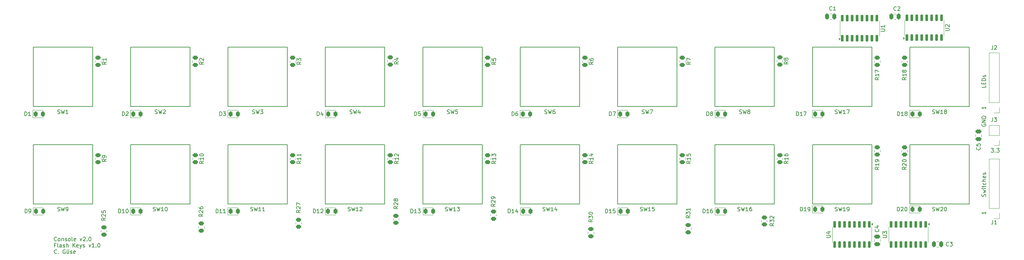
<source format=gto>
G04 #@! TF.GenerationSoftware,KiCad,Pcbnew,8.0.4*
G04 #@! TF.CreationDate,2024-09-20T17:19:13+02:00*
G04 #@! TF.ProjectId,Keys_Flash,4b657973-5f46-46c6-9173-682e6b696361,rev?*
G04 #@! TF.SameCoordinates,Original*
G04 #@! TF.FileFunction,Legend,Top*
G04 #@! TF.FilePolarity,Positive*
%FSLAX46Y46*%
G04 Gerber Fmt 4.6, Leading zero omitted, Abs format (unit mm)*
G04 Created by KiCad (PCBNEW 8.0.4) date 2024-09-20 17:19:13*
%MOMM*%
%LPD*%
G01*
G04 APERTURE LIST*
G04 Aperture macros list*
%AMRoundRect*
0 Rectangle with rounded corners*
0 $1 Rounding radius*
0 $2 $3 $4 $5 $6 $7 $8 $9 X,Y pos of 4 corners*
0 Add a 4 corners polygon primitive as box body*
4,1,4,$2,$3,$4,$5,$6,$7,$8,$9,$2,$3,0*
0 Add four circle primitives for the rounded corners*
1,1,$1+$1,$2,$3*
1,1,$1+$1,$4,$5*
1,1,$1+$1,$6,$7*
1,1,$1+$1,$8,$9*
0 Add four rect primitives between the rounded corners*
20,1,$1+$1,$2,$3,$4,$5,0*
20,1,$1+$1,$4,$5,$6,$7,0*
20,1,$1+$1,$6,$7,$8,$9,0*
20,1,$1+$1,$8,$9,$2,$3,0*%
G04 Aperture macros list end*
%ADD10C,0.150000*%
%ADD11C,0.127000*%
%ADD12C,0.120000*%
%ADD13C,1.700000*%
%ADD14C,3.987800*%
%ADD15C,2.454000*%
%ADD16C,1.712000*%
%ADD17RoundRect,0.243750X-0.243750X-0.456250X0.243750X-0.456250X0.243750X0.456250X-0.243750X0.456250X0*%
%ADD18RoundRect,0.250000X0.450000X-0.262500X0.450000X0.262500X-0.450000X0.262500X-0.450000X-0.262500X0*%
%ADD19C,3.200000*%
%ADD20R,1.700000X1.700000*%
%ADD21O,1.700000X1.700000*%
%ADD22RoundRect,0.250000X-0.450000X0.262500X-0.450000X-0.262500X0.450000X-0.262500X0.450000X0.262500X0*%
%ADD23RoundRect,0.250000X0.475000X-0.250000X0.475000X0.250000X-0.475000X0.250000X-0.475000X-0.250000X0*%
%ADD24RoundRect,0.250000X0.250000X0.475000X-0.250000X0.475000X-0.250000X-0.475000X0.250000X-0.475000X0*%
%ADD25RoundRect,0.150000X0.150000X-0.725000X0.150000X0.725000X-0.150000X0.725000X-0.150000X-0.725000X0*%
%ADD26RoundRect,0.250000X-0.250000X-0.475000X0.250000X-0.475000X0.250000X0.475000X-0.250000X0.475000X0*%
%ADD27RoundRect,0.150000X-0.150000X0.725000X-0.150000X-0.725000X0.150000X-0.725000X0.150000X0.725000X0*%
G04 APERTURE END LIST*
D10*
X268869819Y-109139411D02*
X268869819Y-109710839D01*
X268869819Y-109425125D02*
X267869819Y-109425125D01*
X267869819Y-109425125D02*
X268012676Y-109520363D01*
X268012676Y-109520363D02*
X268107914Y-109615601D01*
X268107914Y-109615601D02*
X268155533Y-109710839D01*
X30408207Y-143554692D02*
X30360588Y-143602312D01*
X30360588Y-143602312D02*
X30217731Y-143649931D01*
X30217731Y-143649931D02*
X30122493Y-143649931D01*
X30122493Y-143649931D02*
X29979636Y-143602312D01*
X29979636Y-143602312D02*
X29884398Y-143507073D01*
X29884398Y-143507073D02*
X29836779Y-143411835D01*
X29836779Y-143411835D02*
X29789160Y-143221359D01*
X29789160Y-143221359D02*
X29789160Y-143078502D01*
X29789160Y-143078502D02*
X29836779Y-142888026D01*
X29836779Y-142888026D02*
X29884398Y-142792788D01*
X29884398Y-142792788D02*
X29979636Y-142697550D01*
X29979636Y-142697550D02*
X30122493Y-142649931D01*
X30122493Y-142649931D02*
X30217731Y-142649931D01*
X30217731Y-142649931D02*
X30360588Y-142697550D01*
X30360588Y-142697550D02*
X30408207Y-142745169D01*
X30979636Y-143649931D02*
X30884398Y-143602312D01*
X30884398Y-143602312D02*
X30836779Y-143554692D01*
X30836779Y-143554692D02*
X30789160Y-143459454D01*
X30789160Y-143459454D02*
X30789160Y-143173740D01*
X30789160Y-143173740D02*
X30836779Y-143078502D01*
X30836779Y-143078502D02*
X30884398Y-143030883D01*
X30884398Y-143030883D02*
X30979636Y-142983264D01*
X30979636Y-142983264D02*
X31122493Y-142983264D01*
X31122493Y-142983264D02*
X31217731Y-143030883D01*
X31217731Y-143030883D02*
X31265350Y-143078502D01*
X31265350Y-143078502D02*
X31312969Y-143173740D01*
X31312969Y-143173740D02*
X31312969Y-143459454D01*
X31312969Y-143459454D02*
X31265350Y-143554692D01*
X31265350Y-143554692D02*
X31217731Y-143602312D01*
X31217731Y-143602312D02*
X31122493Y-143649931D01*
X31122493Y-143649931D02*
X30979636Y-143649931D01*
X31741541Y-142983264D02*
X31741541Y-143649931D01*
X31741541Y-143078502D02*
X31789160Y-143030883D01*
X31789160Y-143030883D02*
X31884398Y-142983264D01*
X31884398Y-142983264D02*
X32027255Y-142983264D01*
X32027255Y-142983264D02*
X32122493Y-143030883D01*
X32122493Y-143030883D02*
X32170112Y-143126121D01*
X32170112Y-143126121D02*
X32170112Y-143649931D01*
X32598684Y-143602312D02*
X32693922Y-143649931D01*
X32693922Y-143649931D02*
X32884398Y-143649931D01*
X32884398Y-143649931D02*
X32979636Y-143602312D01*
X32979636Y-143602312D02*
X33027255Y-143507073D01*
X33027255Y-143507073D02*
X33027255Y-143459454D01*
X33027255Y-143459454D02*
X32979636Y-143364216D01*
X32979636Y-143364216D02*
X32884398Y-143316597D01*
X32884398Y-143316597D02*
X32741541Y-143316597D01*
X32741541Y-143316597D02*
X32646303Y-143268978D01*
X32646303Y-143268978D02*
X32598684Y-143173740D01*
X32598684Y-143173740D02*
X32598684Y-143126121D01*
X32598684Y-143126121D02*
X32646303Y-143030883D01*
X32646303Y-143030883D02*
X32741541Y-142983264D01*
X32741541Y-142983264D02*
X32884398Y-142983264D01*
X32884398Y-142983264D02*
X32979636Y-143030883D01*
X33598684Y-143649931D02*
X33503446Y-143602312D01*
X33503446Y-143602312D02*
X33455827Y-143554692D01*
X33455827Y-143554692D02*
X33408208Y-143459454D01*
X33408208Y-143459454D02*
X33408208Y-143173740D01*
X33408208Y-143173740D02*
X33455827Y-143078502D01*
X33455827Y-143078502D02*
X33503446Y-143030883D01*
X33503446Y-143030883D02*
X33598684Y-142983264D01*
X33598684Y-142983264D02*
X33741541Y-142983264D01*
X33741541Y-142983264D02*
X33836779Y-143030883D01*
X33836779Y-143030883D02*
X33884398Y-143078502D01*
X33884398Y-143078502D02*
X33932017Y-143173740D01*
X33932017Y-143173740D02*
X33932017Y-143459454D01*
X33932017Y-143459454D02*
X33884398Y-143554692D01*
X33884398Y-143554692D02*
X33836779Y-143602312D01*
X33836779Y-143602312D02*
X33741541Y-143649931D01*
X33741541Y-143649931D02*
X33598684Y-143649931D01*
X34503446Y-143649931D02*
X34408208Y-143602312D01*
X34408208Y-143602312D02*
X34360589Y-143507073D01*
X34360589Y-143507073D02*
X34360589Y-142649931D01*
X35265351Y-143602312D02*
X35170113Y-143649931D01*
X35170113Y-143649931D02*
X34979637Y-143649931D01*
X34979637Y-143649931D02*
X34884399Y-143602312D01*
X34884399Y-143602312D02*
X34836780Y-143507073D01*
X34836780Y-143507073D02*
X34836780Y-143126121D01*
X34836780Y-143126121D02*
X34884399Y-143030883D01*
X34884399Y-143030883D02*
X34979637Y-142983264D01*
X34979637Y-142983264D02*
X35170113Y-142983264D01*
X35170113Y-142983264D02*
X35265351Y-143030883D01*
X35265351Y-143030883D02*
X35312970Y-143126121D01*
X35312970Y-143126121D02*
X35312970Y-143221359D01*
X35312970Y-143221359D02*
X34836780Y-143316597D01*
X36408209Y-142983264D02*
X36646304Y-143649931D01*
X36646304Y-143649931D02*
X36884399Y-142983264D01*
X37217733Y-142745169D02*
X37265352Y-142697550D01*
X37265352Y-142697550D02*
X37360590Y-142649931D01*
X37360590Y-142649931D02*
X37598685Y-142649931D01*
X37598685Y-142649931D02*
X37693923Y-142697550D01*
X37693923Y-142697550D02*
X37741542Y-142745169D01*
X37741542Y-142745169D02*
X37789161Y-142840407D01*
X37789161Y-142840407D02*
X37789161Y-142935645D01*
X37789161Y-142935645D02*
X37741542Y-143078502D01*
X37741542Y-143078502D02*
X37170114Y-143649931D01*
X37170114Y-143649931D02*
X37789161Y-143649931D01*
X38217733Y-143554692D02*
X38265352Y-143602312D01*
X38265352Y-143602312D02*
X38217733Y-143649931D01*
X38217733Y-143649931D02*
X38170114Y-143602312D01*
X38170114Y-143602312D02*
X38217733Y-143554692D01*
X38217733Y-143554692D02*
X38217733Y-143649931D01*
X38884399Y-142649931D02*
X38979637Y-142649931D01*
X38979637Y-142649931D02*
X39074875Y-142697550D01*
X39074875Y-142697550D02*
X39122494Y-142745169D01*
X39122494Y-142745169D02*
X39170113Y-142840407D01*
X39170113Y-142840407D02*
X39217732Y-143030883D01*
X39217732Y-143030883D02*
X39217732Y-143268978D01*
X39217732Y-143268978D02*
X39170113Y-143459454D01*
X39170113Y-143459454D02*
X39122494Y-143554692D01*
X39122494Y-143554692D02*
X39074875Y-143602312D01*
X39074875Y-143602312D02*
X38979637Y-143649931D01*
X38979637Y-143649931D02*
X38884399Y-143649931D01*
X38884399Y-143649931D02*
X38789161Y-143602312D01*
X38789161Y-143602312D02*
X38741542Y-143554692D01*
X38741542Y-143554692D02*
X38693923Y-143459454D01*
X38693923Y-143459454D02*
X38646304Y-143268978D01*
X38646304Y-143268978D02*
X38646304Y-143030883D01*
X38646304Y-143030883D02*
X38693923Y-142840407D01*
X38693923Y-142840407D02*
X38741542Y-142745169D01*
X38741542Y-142745169D02*
X38789161Y-142697550D01*
X38789161Y-142697550D02*
X38884399Y-142649931D01*
X30170112Y-144736065D02*
X29836779Y-144736065D01*
X29836779Y-145259875D02*
X29836779Y-144259875D01*
X29836779Y-144259875D02*
X30312969Y-144259875D01*
X30836779Y-145259875D02*
X30741541Y-145212256D01*
X30741541Y-145212256D02*
X30693922Y-145117017D01*
X30693922Y-145117017D02*
X30693922Y-144259875D01*
X31646303Y-145259875D02*
X31646303Y-144736065D01*
X31646303Y-144736065D02*
X31598684Y-144640827D01*
X31598684Y-144640827D02*
X31503446Y-144593208D01*
X31503446Y-144593208D02*
X31312970Y-144593208D01*
X31312970Y-144593208D02*
X31217732Y-144640827D01*
X31646303Y-145212256D02*
X31551065Y-145259875D01*
X31551065Y-145259875D02*
X31312970Y-145259875D01*
X31312970Y-145259875D02*
X31217732Y-145212256D01*
X31217732Y-145212256D02*
X31170113Y-145117017D01*
X31170113Y-145117017D02*
X31170113Y-145021779D01*
X31170113Y-145021779D02*
X31217732Y-144926541D01*
X31217732Y-144926541D02*
X31312970Y-144878922D01*
X31312970Y-144878922D02*
X31551065Y-144878922D01*
X31551065Y-144878922D02*
X31646303Y-144831303D01*
X32074875Y-145212256D02*
X32170113Y-145259875D01*
X32170113Y-145259875D02*
X32360589Y-145259875D01*
X32360589Y-145259875D02*
X32455827Y-145212256D01*
X32455827Y-145212256D02*
X32503446Y-145117017D01*
X32503446Y-145117017D02*
X32503446Y-145069398D01*
X32503446Y-145069398D02*
X32455827Y-144974160D01*
X32455827Y-144974160D02*
X32360589Y-144926541D01*
X32360589Y-144926541D02*
X32217732Y-144926541D01*
X32217732Y-144926541D02*
X32122494Y-144878922D01*
X32122494Y-144878922D02*
X32074875Y-144783684D01*
X32074875Y-144783684D02*
X32074875Y-144736065D01*
X32074875Y-144736065D02*
X32122494Y-144640827D01*
X32122494Y-144640827D02*
X32217732Y-144593208D01*
X32217732Y-144593208D02*
X32360589Y-144593208D01*
X32360589Y-144593208D02*
X32455827Y-144640827D01*
X32932018Y-145259875D02*
X32932018Y-144259875D01*
X33360589Y-145259875D02*
X33360589Y-144736065D01*
X33360589Y-144736065D02*
X33312970Y-144640827D01*
X33312970Y-144640827D02*
X33217732Y-144593208D01*
X33217732Y-144593208D02*
X33074875Y-144593208D01*
X33074875Y-144593208D02*
X32979637Y-144640827D01*
X32979637Y-144640827D02*
X32932018Y-144688446D01*
X34598685Y-145259875D02*
X34598685Y-144259875D01*
X35170113Y-145259875D02*
X34741542Y-144688446D01*
X35170113Y-144259875D02*
X34598685Y-144831303D01*
X35979637Y-145212256D02*
X35884399Y-145259875D01*
X35884399Y-145259875D02*
X35693923Y-145259875D01*
X35693923Y-145259875D02*
X35598685Y-145212256D01*
X35598685Y-145212256D02*
X35551066Y-145117017D01*
X35551066Y-145117017D02*
X35551066Y-144736065D01*
X35551066Y-144736065D02*
X35598685Y-144640827D01*
X35598685Y-144640827D02*
X35693923Y-144593208D01*
X35693923Y-144593208D02*
X35884399Y-144593208D01*
X35884399Y-144593208D02*
X35979637Y-144640827D01*
X35979637Y-144640827D02*
X36027256Y-144736065D01*
X36027256Y-144736065D02*
X36027256Y-144831303D01*
X36027256Y-144831303D02*
X35551066Y-144926541D01*
X36360590Y-144593208D02*
X36598685Y-145259875D01*
X36836780Y-144593208D02*
X36598685Y-145259875D01*
X36598685Y-145259875D02*
X36503447Y-145497970D01*
X36503447Y-145497970D02*
X36455828Y-145545589D01*
X36455828Y-145545589D02*
X36360590Y-145593208D01*
X37170114Y-145212256D02*
X37265352Y-145259875D01*
X37265352Y-145259875D02*
X37455828Y-145259875D01*
X37455828Y-145259875D02*
X37551066Y-145212256D01*
X37551066Y-145212256D02*
X37598685Y-145117017D01*
X37598685Y-145117017D02*
X37598685Y-145069398D01*
X37598685Y-145069398D02*
X37551066Y-144974160D01*
X37551066Y-144974160D02*
X37455828Y-144926541D01*
X37455828Y-144926541D02*
X37312971Y-144926541D01*
X37312971Y-144926541D02*
X37217733Y-144878922D01*
X37217733Y-144878922D02*
X37170114Y-144783684D01*
X37170114Y-144783684D02*
X37170114Y-144736065D01*
X37170114Y-144736065D02*
X37217733Y-144640827D01*
X37217733Y-144640827D02*
X37312971Y-144593208D01*
X37312971Y-144593208D02*
X37455828Y-144593208D01*
X37455828Y-144593208D02*
X37551066Y-144640827D01*
X38693924Y-144593208D02*
X38932019Y-145259875D01*
X38932019Y-145259875D02*
X39170114Y-144593208D01*
X40074876Y-145259875D02*
X39503448Y-145259875D01*
X39789162Y-145259875D02*
X39789162Y-144259875D01*
X39789162Y-144259875D02*
X39693924Y-144402732D01*
X39693924Y-144402732D02*
X39598686Y-144497970D01*
X39598686Y-144497970D02*
X39503448Y-144545589D01*
X40503448Y-145164636D02*
X40551067Y-145212256D01*
X40551067Y-145212256D02*
X40503448Y-145259875D01*
X40503448Y-145259875D02*
X40455829Y-145212256D01*
X40455829Y-145212256D02*
X40503448Y-145164636D01*
X40503448Y-145164636D02*
X40503448Y-145259875D01*
X41170114Y-144259875D02*
X41265352Y-144259875D01*
X41265352Y-144259875D02*
X41360590Y-144307494D01*
X41360590Y-144307494D02*
X41408209Y-144355113D01*
X41408209Y-144355113D02*
X41455828Y-144450351D01*
X41455828Y-144450351D02*
X41503447Y-144640827D01*
X41503447Y-144640827D02*
X41503447Y-144878922D01*
X41503447Y-144878922D02*
X41455828Y-145069398D01*
X41455828Y-145069398D02*
X41408209Y-145164636D01*
X41408209Y-145164636D02*
X41360590Y-145212256D01*
X41360590Y-145212256D02*
X41265352Y-145259875D01*
X41265352Y-145259875D02*
X41170114Y-145259875D01*
X41170114Y-145259875D02*
X41074876Y-145212256D01*
X41074876Y-145212256D02*
X41027257Y-145164636D01*
X41027257Y-145164636D02*
X40979638Y-145069398D01*
X40979638Y-145069398D02*
X40932019Y-144878922D01*
X40932019Y-144878922D02*
X40932019Y-144640827D01*
X40932019Y-144640827D02*
X40979638Y-144450351D01*
X40979638Y-144450351D02*
X41027257Y-144355113D01*
X41027257Y-144355113D02*
X41074876Y-144307494D01*
X41074876Y-144307494D02*
X41170114Y-144259875D01*
X30408207Y-146774580D02*
X30360588Y-146822200D01*
X30360588Y-146822200D02*
X30217731Y-146869819D01*
X30217731Y-146869819D02*
X30122493Y-146869819D01*
X30122493Y-146869819D02*
X29979636Y-146822200D01*
X29979636Y-146822200D02*
X29884398Y-146726961D01*
X29884398Y-146726961D02*
X29836779Y-146631723D01*
X29836779Y-146631723D02*
X29789160Y-146441247D01*
X29789160Y-146441247D02*
X29789160Y-146298390D01*
X29789160Y-146298390D02*
X29836779Y-146107914D01*
X29836779Y-146107914D02*
X29884398Y-146012676D01*
X29884398Y-146012676D02*
X29979636Y-145917438D01*
X29979636Y-145917438D02*
X30122493Y-145869819D01*
X30122493Y-145869819D02*
X30217731Y-145869819D01*
X30217731Y-145869819D02*
X30360588Y-145917438D01*
X30360588Y-145917438D02*
X30408207Y-145965057D01*
X30836779Y-146774580D02*
X30884398Y-146822200D01*
X30884398Y-146822200D02*
X30836779Y-146869819D01*
X30836779Y-146869819D02*
X30789160Y-146822200D01*
X30789160Y-146822200D02*
X30836779Y-146774580D01*
X30836779Y-146774580D02*
X30836779Y-146869819D01*
X32598683Y-145917438D02*
X32503445Y-145869819D01*
X32503445Y-145869819D02*
X32360588Y-145869819D01*
X32360588Y-145869819D02*
X32217731Y-145917438D01*
X32217731Y-145917438D02*
X32122493Y-146012676D01*
X32122493Y-146012676D02*
X32074874Y-146107914D01*
X32074874Y-146107914D02*
X32027255Y-146298390D01*
X32027255Y-146298390D02*
X32027255Y-146441247D01*
X32027255Y-146441247D02*
X32074874Y-146631723D01*
X32074874Y-146631723D02*
X32122493Y-146726961D01*
X32122493Y-146726961D02*
X32217731Y-146822200D01*
X32217731Y-146822200D02*
X32360588Y-146869819D01*
X32360588Y-146869819D02*
X32455826Y-146869819D01*
X32455826Y-146869819D02*
X32598683Y-146822200D01*
X32598683Y-146822200D02*
X32646302Y-146774580D01*
X32646302Y-146774580D02*
X32646302Y-146441247D01*
X32646302Y-146441247D02*
X32455826Y-146441247D01*
X33503445Y-146203152D02*
X33503445Y-146869819D01*
X33074874Y-146203152D02*
X33074874Y-146726961D01*
X33074874Y-146726961D02*
X33122493Y-146822200D01*
X33122493Y-146822200D02*
X33217731Y-146869819D01*
X33217731Y-146869819D02*
X33360588Y-146869819D01*
X33360588Y-146869819D02*
X33455826Y-146822200D01*
X33455826Y-146822200D02*
X33503445Y-146774580D01*
X33122493Y-145869819D02*
X33170112Y-145917438D01*
X33170112Y-145917438D02*
X33122493Y-145965057D01*
X33122493Y-145965057D02*
X33074874Y-145917438D01*
X33074874Y-145917438D02*
X33122493Y-145869819D01*
X33122493Y-145869819D02*
X33122493Y-145965057D01*
X33503445Y-145869819D02*
X33551064Y-145917438D01*
X33551064Y-145917438D02*
X33503445Y-145965057D01*
X33503445Y-145965057D02*
X33455826Y-145917438D01*
X33455826Y-145917438D02*
X33503445Y-145869819D01*
X33503445Y-145869819D02*
X33503445Y-145965057D01*
X33932017Y-146822200D02*
X34027255Y-146869819D01*
X34027255Y-146869819D02*
X34217731Y-146869819D01*
X34217731Y-146869819D02*
X34312969Y-146822200D01*
X34312969Y-146822200D02*
X34360588Y-146726961D01*
X34360588Y-146726961D02*
X34360588Y-146679342D01*
X34360588Y-146679342D02*
X34312969Y-146584104D01*
X34312969Y-146584104D02*
X34217731Y-146536485D01*
X34217731Y-146536485D02*
X34074874Y-146536485D01*
X34074874Y-146536485D02*
X33979636Y-146488866D01*
X33979636Y-146488866D02*
X33932017Y-146393628D01*
X33932017Y-146393628D02*
X33932017Y-146346009D01*
X33932017Y-146346009D02*
X33979636Y-146250771D01*
X33979636Y-146250771D02*
X34074874Y-146203152D01*
X34074874Y-146203152D02*
X34217731Y-146203152D01*
X34217731Y-146203152D02*
X34312969Y-146250771D01*
X35170112Y-146822200D02*
X35074874Y-146869819D01*
X35074874Y-146869819D02*
X34884398Y-146869819D01*
X34884398Y-146869819D02*
X34789160Y-146822200D01*
X34789160Y-146822200D02*
X34741541Y-146726961D01*
X34741541Y-146726961D02*
X34741541Y-146346009D01*
X34741541Y-146346009D02*
X34789160Y-146250771D01*
X34789160Y-146250771D02*
X34884398Y-146203152D01*
X34884398Y-146203152D02*
X35074874Y-146203152D01*
X35074874Y-146203152D02*
X35170112Y-146250771D01*
X35170112Y-146250771D02*
X35217731Y-146346009D01*
X35217731Y-146346009D02*
X35217731Y-146441247D01*
X35217731Y-146441247D02*
X34741541Y-146536485D01*
X268869819Y-103687030D02*
X268869819Y-104163220D01*
X268869819Y-104163220D02*
X267869819Y-104163220D01*
X268346009Y-103353696D02*
X268346009Y-103020363D01*
X268869819Y-102877506D02*
X268869819Y-103353696D01*
X268869819Y-103353696D02*
X267869819Y-103353696D01*
X267869819Y-103353696D02*
X267869819Y-102877506D01*
X268869819Y-102448934D02*
X267869819Y-102448934D01*
X267869819Y-102448934D02*
X267869819Y-102210839D01*
X267869819Y-102210839D02*
X267917438Y-102067982D01*
X267917438Y-102067982D02*
X268012676Y-101972744D01*
X268012676Y-101972744D02*
X268107914Y-101925125D01*
X268107914Y-101925125D02*
X268298390Y-101877506D01*
X268298390Y-101877506D02*
X268441247Y-101877506D01*
X268441247Y-101877506D02*
X268631723Y-101925125D01*
X268631723Y-101925125D02*
X268726961Y-101972744D01*
X268726961Y-101972744D02*
X268822200Y-102067982D01*
X268822200Y-102067982D02*
X268869819Y-102210839D01*
X268869819Y-102210839D02*
X268869819Y-102448934D01*
X268822200Y-101496553D02*
X268869819Y-101401315D01*
X268869819Y-101401315D02*
X268869819Y-101210839D01*
X268869819Y-101210839D02*
X268822200Y-101115601D01*
X268822200Y-101115601D02*
X268726961Y-101067982D01*
X268726961Y-101067982D02*
X268679342Y-101067982D01*
X268679342Y-101067982D02*
X268584104Y-101115601D01*
X268584104Y-101115601D02*
X268536485Y-101210839D01*
X268536485Y-101210839D02*
X268536485Y-101353696D01*
X268536485Y-101353696D02*
X268488866Y-101448934D01*
X268488866Y-101448934D02*
X268393628Y-101496553D01*
X268393628Y-101496553D02*
X268346009Y-101496553D01*
X268346009Y-101496553D02*
X268250771Y-101448934D01*
X268250771Y-101448934D02*
X268203152Y-101353696D01*
X268203152Y-101353696D02*
X268203152Y-101210839D01*
X268203152Y-101210839D02*
X268250771Y-101115601D01*
X270241541Y-119869819D02*
X270860588Y-119869819D01*
X270860588Y-119869819D02*
X270527255Y-120250771D01*
X270527255Y-120250771D02*
X270670112Y-120250771D01*
X270670112Y-120250771D02*
X270765350Y-120298390D01*
X270765350Y-120298390D02*
X270812969Y-120346009D01*
X270812969Y-120346009D02*
X270860588Y-120441247D01*
X270860588Y-120441247D02*
X270860588Y-120679342D01*
X270860588Y-120679342D02*
X270812969Y-120774580D01*
X270812969Y-120774580D02*
X270765350Y-120822200D01*
X270765350Y-120822200D02*
X270670112Y-120869819D01*
X270670112Y-120869819D02*
X270384398Y-120869819D01*
X270384398Y-120869819D02*
X270289160Y-120822200D01*
X270289160Y-120822200D02*
X270241541Y-120774580D01*
X271289160Y-120774580D02*
X271336779Y-120822200D01*
X271336779Y-120822200D02*
X271289160Y-120869819D01*
X271289160Y-120869819D02*
X271241541Y-120822200D01*
X271241541Y-120822200D02*
X271289160Y-120774580D01*
X271289160Y-120774580D02*
X271289160Y-120869819D01*
X271670112Y-119869819D02*
X272289159Y-119869819D01*
X272289159Y-119869819D02*
X271955826Y-120250771D01*
X271955826Y-120250771D02*
X272098683Y-120250771D01*
X272098683Y-120250771D02*
X272193921Y-120298390D01*
X272193921Y-120298390D02*
X272241540Y-120346009D01*
X272241540Y-120346009D02*
X272289159Y-120441247D01*
X272289159Y-120441247D02*
X272289159Y-120679342D01*
X272289159Y-120679342D02*
X272241540Y-120774580D01*
X272241540Y-120774580D02*
X272193921Y-120822200D01*
X272193921Y-120822200D02*
X272098683Y-120869819D01*
X272098683Y-120869819D02*
X271812969Y-120869819D01*
X271812969Y-120869819D02*
X271717731Y-120822200D01*
X271717731Y-120822200D02*
X271670112Y-120774580D01*
X268869819Y-136139411D02*
X268869819Y-136710839D01*
X268869819Y-136425125D02*
X267869819Y-136425125D01*
X267869819Y-136425125D02*
X268012676Y-136520363D01*
X268012676Y-136520363D02*
X268107914Y-136615601D01*
X268107914Y-136615601D02*
X268155533Y-136710839D01*
X268822200Y-132210839D02*
X268869819Y-132067982D01*
X268869819Y-132067982D02*
X268869819Y-131829887D01*
X268869819Y-131829887D02*
X268822200Y-131734649D01*
X268822200Y-131734649D02*
X268774580Y-131687030D01*
X268774580Y-131687030D02*
X268679342Y-131639411D01*
X268679342Y-131639411D02*
X268584104Y-131639411D01*
X268584104Y-131639411D02*
X268488866Y-131687030D01*
X268488866Y-131687030D02*
X268441247Y-131734649D01*
X268441247Y-131734649D02*
X268393628Y-131829887D01*
X268393628Y-131829887D02*
X268346009Y-132020363D01*
X268346009Y-132020363D02*
X268298390Y-132115601D01*
X268298390Y-132115601D02*
X268250771Y-132163220D01*
X268250771Y-132163220D02*
X268155533Y-132210839D01*
X268155533Y-132210839D02*
X268060295Y-132210839D01*
X268060295Y-132210839D02*
X267965057Y-132163220D01*
X267965057Y-132163220D02*
X267917438Y-132115601D01*
X267917438Y-132115601D02*
X267869819Y-132020363D01*
X267869819Y-132020363D02*
X267869819Y-131782268D01*
X267869819Y-131782268D02*
X267917438Y-131639411D01*
X268203152Y-131306077D02*
X268869819Y-131115601D01*
X268869819Y-131115601D02*
X268393628Y-130925125D01*
X268393628Y-130925125D02*
X268869819Y-130734649D01*
X268869819Y-130734649D02*
X268203152Y-130544173D01*
X268869819Y-130163220D02*
X268203152Y-130163220D01*
X267869819Y-130163220D02*
X267917438Y-130210839D01*
X267917438Y-130210839D02*
X267965057Y-130163220D01*
X267965057Y-130163220D02*
X267917438Y-130115601D01*
X267917438Y-130115601D02*
X267869819Y-130163220D01*
X267869819Y-130163220D02*
X267965057Y-130163220D01*
X268203152Y-129829887D02*
X268203152Y-129448935D01*
X267869819Y-129687030D02*
X268726961Y-129687030D01*
X268726961Y-129687030D02*
X268822200Y-129639411D01*
X268822200Y-129639411D02*
X268869819Y-129544173D01*
X268869819Y-129544173D02*
X268869819Y-129448935D01*
X268822200Y-128687030D02*
X268869819Y-128782268D01*
X268869819Y-128782268D02*
X268869819Y-128972744D01*
X268869819Y-128972744D02*
X268822200Y-129067982D01*
X268822200Y-129067982D02*
X268774580Y-129115601D01*
X268774580Y-129115601D02*
X268679342Y-129163220D01*
X268679342Y-129163220D02*
X268393628Y-129163220D01*
X268393628Y-129163220D02*
X268298390Y-129115601D01*
X268298390Y-129115601D02*
X268250771Y-129067982D01*
X268250771Y-129067982D02*
X268203152Y-128972744D01*
X268203152Y-128972744D02*
X268203152Y-128782268D01*
X268203152Y-128782268D02*
X268250771Y-128687030D01*
X268869819Y-128258458D02*
X267869819Y-128258458D01*
X268869819Y-127829887D02*
X268346009Y-127829887D01*
X268346009Y-127829887D02*
X268250771Y-127877506D01*
X268250771Y-127877506D02*
X268203152Y-127972744D01*
X268203152Y-127972744D02*
X268203152Y-128115601D01*
X268203152Y-128115601D02*
X268250771Y-128210839D01*
X268250771Y-128210839D02*
X268298390Y-128258458D01*
X268822200Y-126972744D02*
X268869819Y-127067982D01*
X268869819Y-127067982D02*
X268869819Y-127258458D01*
X268869819Y-127258458D02*
X268822200Y-127353696D01*
X268822200Y-127353696D02*
X268726961Y-127401315D01*
X268726961Y-127401315D02*
X268346009Y-127401315D01*
X268346009Y-127401315D02*
X268250771Y-127353696D01*
X268250771Y-127353696D02*
X268203152Y-127258458D01*
X268203152Y-127258458D02*
X268203152Y-127067982D01*
X268203152Y-127067982D02*
X268250771Y-126972744D01*
X268250771Y-126972744D02*
X268346009Y-126925125D01*
X268346009Y-126925125D02*
X268441247Y-126925125D01*
X268441247Y-126925125D02*
X268536485Y-127401315D01*
X268822200Y-126544172D02*
X268869819Y-126448934D01*
X268869819Y-126448934D02*
X268869819Y-126258458D01*
X268869819Y-126258458D02*
X268822200Y-126163220D01*
X268822200Y-126163220D02*
X268726961Y-126115601D01*
X268726961Y-126115601D02*
X268679342Y-126115601D01*
X268679342Y-126115601D02*
X268584104Y-126163220D01*
X268584104Y-126163220D02*
X268536485Y-126258458D01*
X268536485Y-126258458D02*
X268536485Y-126401315D01*
X268536485Y-126401315D02*
X268488866Y-126496553D01*
X268488866Y-126496553D02*
X268393628Y-126544172D01*
X268393628Y-126544172D02*
X268346009Y-126544172D01*
X268346009Y-126544172D02*
X268250771Y-126496553D01*
X268250771Y-126496553D02*
X268203152Y-126401315D01*
X268203152Y-126401315D02*
X268203152Y-126258458D01*
X268203152Y-126258458D02*
X268250771Y-126163220D01*
X267917438Y-113639411D02*
X267869819Y-113734649D01*
X267869819Y-113734649D02*
X267869819Y-113877506D01*
X267869819Y-113877506D02*
X267917438Y-114020363D01*
X267917438Y-114020363D02*
X268012676Y-114115601D01*
X268012676Y-114115601D02*
X268107914Y-114163220D01*
X268107914Y-114163220D02*
X268298390Y-114210839D01*
X268298390Y-114210839D02*
X268441247Y-114210839D01*
X268441247Y-114210839D02*
X268631723Y-114163220D01*
X268631723Y-114163220D02*
X268726961Y-114115601D01*
X268726961Y-114115601D02*
X268822200Y-114020363D01*
X268822200Y-114020363D02*
X268869819Y-113877506D01*
X268869819Y-113877506D02*
X268869819Y-113782268D01*
X268869819Y-113782268D02*
X268822200Y-113639411D01*
X268822200Y-113639411D02*
X268774580Y-113591792D01*
X268774580Y-113591792D02*
X268441247Y-113591792D01*
X268441247Y-113591792D02*
X268441247Y-113782268D01*
X268869819Y-113163220D02*
X267869819Y-113163220D01*
X267869819Y-113163220D02*
X268869819Y-112591792D01*
X268869819Y-112591792D02*
X267869819Y-112591792D01*
X268869819Y-112115601D02*
X267869819Y-112115601D01*
X267869819Y-112115601D02*
X267869819Y-111877506D01*
X267869819Y-111877506D02*
X267917438Y-111734649D01*
X267917438Y-111734649D02*
X268012676Y-111639411D01*
X268012676Y-111639411D02*
X268107914Y-111591792D01*
X268107914Y-111591792D02*
X268298390Y-111544173D01*
X268298390Y-111544173D02*
X268441247Y-111544173D01*
X268441247Y-111544173D02*
X268631723Y-111591792D01*
X268631723Y-111591792D02*
X268726961Y-111639411D01*
X268726961Y-111639411D02*
X268822200Y-111734649D01*
X268822200Y-111734649D02*
X268869819Y-111877506D01*
X268869819Y-111877506D02*
X268869819Y-112115601D01*
X230190476Y-135907200D02*
X230333333Y-135954819D01*
X230333333Y-135954819D02*
X230571428Y-135954819D01*
X230571428Y-135954819D02*
X230666666Y-135907200D01*
X230666666Y-135907200D02*
X230714285Y-135859580D01*
X230714285Y-135859580D02*
X230761904Y-135764342D01*
X230761904Y-135764342D02*
X230761904Y-135669104D01*
X230761904Y-135669104D02*
X230714285Y-135573866D01*
X230714285Y-135573866D02*
X230666666Y-135526247D01*
X230666666Y-135526247D02*
X230571428Y-135478628D01*
X230571428Y-135478628D02*
X230380952Y-135431009D01*
X230380952Y-135431009D02*
X230285714Y-135383390D01*
X230285714Y-135383390D02*
X230238095Y-135335771D01*
X230238095Y-135335771D02*
X230190476Y-135240533D01*
X230190476Y-135240533D02*
X230190476Y-135145295D01*
X230190476Y-135145295D02*
X230238095Y-135050057D01*
X230238095Y-135050057D02*
X230285714Y-135002438D01*
X230285714Y-135002438D02*
X230380952Y-134954819D01*
X230380952Y-134954819D02*
X230619047Y-134954819D01*
X230619047Y-134954819D02*
X230761904Y-135002438D01*
X231095238Y-134954819D02*
X231333333Y-135954819D01*
X231333333Y-135954819D02*
X231523809Y-135240533D01*
X231523809Y-135240533D02*
X231714285Y-135954819D01*
X231714285Y-135954819D02*
X231952381Y-134954819D01*
X232857142Y-135954819D02*
X232285714Y-135954819D01*
X232571428Y-135954819D02*
X232571428Y-134954819D01*
X232571428Y-134954819D02*
X232476190Y-135097676D01*
X232476190Y-135097676D02*
X232380952Y-135192914D01*
X232380952Y-135192914D02*
X232285714Y-135240533D01*
X233333333Y-135954819D02*
X233523809Y-135954819D01*
X233523809Y-135954819D02*
X233619047Y-135907200D01*
X233619047Y-135907200D02*
X233666666Y-135859580D01*
X233666666Y-135859580D02*
X233761904Y-135716723D01*
X233761904Y-135716723D02*
X233809523Y-135526247D01*
X233809523Y-135526247D02*
X233809523Y-135145295D01*
X233809523Y-135145295D02*
X233761904Y-135050057D01*
X233761904Y-135050057D02*
X233714285Y-135002438D01*
X233714285Y-135002438D02*
X233619047Y-134954819D01*
X233619047Y-134954819D02*
X233428571Y-134954819D01*
X233428571Y-134954819D02*
X233333333Y-135002438D01*
X233333333Y-135002438D02*
X233285714Y-135050057D01*
X233285714Y-135050057D02*
X233238095Y-135145295D01*
X233238095Y-135145295D02*
X233238095Y-135383390D01*
X233238095Y-135383390D02*
X233285714Y-135478628D01*
X233285714Y-135478628D02*
X233333333Y-135526247D01*
X233333333Y-135526247D02*
X233428571Y-135573866D01*
X233428571Y-135573866D02*
X233619047Y-135573866D01*
X233619047Y-135573866D02*
X233714285Y-135526247D01*
X233714285Y-135526247D02*
X233761904Y-135478628D01*
X233761904Y-135478628D02*
X233809523Y-135383390D01*
X255190476Y-110907200D02*
X255333333Y-110954819D01*
X255333333Y-110954819D02*
X255571428Y-110954819D01*
X255571428Y-110954819D02*
X255666666Y-110907200D01*
X255666666Y-110907200D02*
X255714285Y-110859580D01*
X255714285Y-110859580D02*
X255761904Y-110764342D01*
X255761904Y-110764342D02*
X255761904Y-110669104D01*
X255761904Y-110669104D02*
X255714285Y-110573866D01*
X255714285Y-110573866D02*
X255666666Y-110526247D01*
X255666666Y-110526247D02*
X255571428Y-110478628D01*
X255571428Y-110478628D02*
X255380952Y-110431009D01*
X255380952Y-110431009D02*
X255285714Y-110383390D01*
X255285714Y-110383390D02*
X255238095Y-110335771D01*
X255238095Y-110335771D02*
X255190476Y-110240533D01*
X255190476Y-110240533D02*
X255190476Y-110145295D01*
X255190476Y-110145295D02*
X255238095Y-110050057D01*
X255238095Y-110050057D02*
X255285714Y-110002438D01*
X255285714Y-110002438D02*
X255380952Y-109954819D01*
X255380952Y-109954819D02*
X255619047Y-109954819D01*
X255619047Y-109954819D02*
X255761904Y-110002438D01*
X256095238Y-109954819D02*
X256333333Y-110954819D01*
X256333333Y-110954819D02*
X256523809Y-110240533D01*
X256523809Y-110240533D02*
X256714285Y-110954819D01*
X256714285Y-110954819D02*
X256952381Y-109954819D01*
X257857142Y-110954819D02*
X257285714Y-110954819D01*
X257571428Y-110954819D02*
X257571428Y-109954819D01*
X257571428Y-109954819D02*
X257476190Y-110097676D01*
X257476190Y-110097676D02*
X257380952Y-110192914D01*
X257380952Y-110192914D02*
X257285714Y-110240533D01*
X258428571Y-110383390D02*
X258333333Y-110335771D01*
X258333333Y-110335771D02*
X258285714Y-110288152D01*
X258285714Y-110288152D02*
X258238095Y-110192914D01*
X258238095Y-110192914D02*
X258238095Y-110145295D01*
X258238095Y-110145295D02*
X258285714Y-110050057D01*
X258285714Y-110050057D02*
X258333333Y-110002438D01*
X258333333Y-110002438D02*
X258428571Y-109954819D01*
X258428571Y-109954819D02*
X258619047Y-109954819D01*
X258619047Y-109954819D02*
X258714285Y-110002438D01*
X258714285Y-110002438D02*
X258761904Y-110050057D01*
X258761904Y-110050057D02*
X258809523Y-110145295D01*
X258809523Y-110145295D02*
X258809523Y-110192914D01*
X258809523Y-110192914D02*
X258761904Y-110288152D01*
X258761904Y-110288152D02*
X258714285Y-110335771D01*
X258714285Y-110335771D02*
X258619047Y-110383390D01*
X258619047Y-110383390D02*
X258428571Y-110383390D01*
X258428571Y-110383390D02*
X258333333Y-110431009D01*
X258333333Y-110431009D02*
X258285714Y-110478628D01*
X258285714Y-110478628D02*
X258238095Y-110573866D01*
X258238095Y-110573866D02*
X258238095Y-110764342D01*
X258238095Y-110764342D02*
X258285714Y-110859580D01*
X258285714Y-110859580D02*
X258333333Y-110907200D01*
X258333333Y-110907200D02*
X258428571Y-110954819D01*
X258428571Y-110954819D02*
X258619047Y-110954819D01*
X258619047Y-110954819D02*
X258714285Y-110907200D01*
X258714285Y-110907200D02*
X258761904Y-110859580D01*
X258761904Y-110859580D02*
X258809523Y-110764342D01*
X258809523Y-110764342D02*
X258809523Y-110573866D01*
X258809523Y-110573866D02*
X258761904Y-110478628D01*
X258761904Y-110478628D02*
X258714285Y-110431009D01*
X258714285Y-110431009D02*
X258619047Y-110383390D01*
X230190476Y-110907200D02*
X230333333Y-110954819D01*
X230333333Y-110954819D02*
X230571428Y-110954819D01*
X230571428Y-110954819D02*
X230666666Y-110907200D01*
X230666666Y-110907200D02*
X230714285Y-110859580D01*
X230714285Y-110859580D02*
X230761904Y-110764342D01*
X230761904Y-110764342D02*
X230761904Y-110669104D01*
X230761904Y-110669104D02*
X230714285Y-110573866D01*
X230714285Y-110573866D02*
X230666666Y-110526247D01*
X230666666Y-110526247D02*
X230571428Y-110478628D01*
X230571428Y-110478628D02*
X230380952Y-110431009D01*
X230380952Y-110431009D02*
X230285714Y-110383390D01*
X230285714Y-110383390D02*
X230238095Y-110335771D01*
X230238095Y-110335771D02*
X230190476Y-110240533D01*
X230190476Y-110240533D02*
X230190476Y-110145295D01*
X230190476Y-110145295D02*
X230238095Y-110050057D01*
X230238095Y-110050057D02*
X230285714Y-110002438D01*
X230285714Y-110002438D02*
X230380952Y-109954819D01*
X230380952Y-109954819D02*
X230619047Y-109954819D01*
X230619047Y-109954819D02*
X230761904Y-110002438D01*
X231095238Y-109954819D02*
X231333333Y-110954819D01*
X231333333Y-110954819D02*
X231523809Y-110240533D01*
X231523809Y-110240533D02*
X231714285Y-110954819D01*
X231714285Y-110954819D02*
X231952381Y-109954819D01*
X232857142Y-110954819D02*
X232285714Y-110954819D01*
X232571428Y-110954819D02*
X232571428Y-109954819D01*
X232571428Y-109954819D02*
X232476190Y-110097676D01*
X232476190Y-110097676D02*
X232380952Y-110192914D01*
X232380952Y-110192914D02*
X232285714Y-110240533D01*
X233190476Y-109954819D02*
X233857142Y-109954819D01*
X233857142Y-109954819D02*
X233428571Y-110954819D01*
X205190476Y-135907200D02*
X205333333Y-135954819D01*
X205333333Y-135954819D02*
X205571428Y-135954819D01*
X205571428Y-135954819D02*
X205666666Y-135907200D01*
X205666666Y-135907200D02*
X205714285Y-135859580D01*
X205714285Y-135859580D02*
X205761904Y-135764342D01*
X205761904Y-135764342D02*
X205761904Y-135669104D01*
X205761904Y-135669104D02*
X205714285Y-135573866D01*
X205714285Y-135573866D02*
X205666666Y-135526247D01*
X205666666Y-135526247D02*
X205571428Y-135478628D01*
X205571428Y-135478628D02*
X205380952Y-135431009D01*
X205380952Y-135431009D02*
X205285714Y-135383390D01*
X205285714Y-135383390D02*
X205238095Y-135335771D01*
X205238095Y-135335771D02*
X205190476Y-135240533D01*
X205190476Y-135240533D02*
X205190476Y-135145295D01*
X205190476Y-135145295D02*
X205238095Y-135050057D01*
X205238095Y-135050057D02*
X205285714Y-135002438D01*
X205285714Y-135002438D02*
X205380952Y-134954819D01*
X205380952Y-134954819D02*
X205619047Y-134954819D01*
X205619047Y-134954819D02*
X205761904Y-135002438D01*
X206095238Y-134954819D02*
X206333333Y-135954819D01*
X206333333Y-135954819D02*
X206523809Y-135240533D01*
X206523809Y-135240533D02*
X206714285Y-135954819D01*
X206714285Y-135954819D02*
X206952381Y-134954819D01*
X207857142Y-135954819D02*
X207285714Y-135954819D01*
X207571428Y-135954819D02*
X207571428Y-134954819D01*
X207571428Y-134954819D02*
X207476190Y-135097676D01*
X207476190Y-135097676D02*
X207380952Y-135192914D01*
X207380952Y-135192914D02*
X207285714Y-135240533D01*
X208714285Y-134954819D02*
X208523809Y-134954819D01*
X208523809Y-134954819D02*
X208428571Y-135002438D01*
X208428571Y-135002438D02*
X208380952Y-135050057D01*
X208380952Y-135050057D02*
X208285714Y-135192914D01*
X208285714Y-135192914D02*
X208238095Y-135383390D01*
X208238095Y-135383390D02*
X208238095Y-135764342D01*
X208238095Y-135764342D02*
X208285714Y-135859580D01*
X208285714Y-135859580D02*
X208333333Y-135907200D01*
X208333333Y-135907200D02*
X208428571Y-135954819D01*
X208428571Y-135954819D02*
X208619047Y-135954819D01*
X208619047Y-135954819D02*
X208714285Y-135907200D01*
X208714285Y-135907200D02*
X208761904Y-135859580D01*
X208761904Y-135859580D02*
X208809523Y-135764342D01*
X208809523Y-135764342D02*
X208809523Y-135526247D01*
X208809523Y-135526247D02*
X208761904Y-135431009D01*
X208761904Y-135431009D02*
X208714285Y-135383390D01*
X208714285Y-135383390D02*
X208619047Y-135335771D01*
X208619047Y-135335771D02*
X208428571Y-135335771D01*
X208428571Y-135335771D02*
X208333333Y-135383390D01*
X208333333Y-135383390D02*
X208285714Y-135431009D01*
X208285714Y-135431009D02*
X208238095Y-135526247D01*
X180190476Y-135907200D02*
X180333333Y-135954819D01*
X180333333Y-135954819D02*
X180571428Y-135954819D01*
X180571428Y-135954819D02*
X180666666Y-135907200D01*
X180666666Y-135907200D02*
X180714285Y-135859580D01*
X180714285Y-135859580D02*
X180761904Y-135764342D01*
X180761904Y-135764342D02*
X180761904Y-135669104D01*
X180761904Y-135669104D02*
X180714285Y-135573866D01*
X180714285Y-135573866D02*
X180666666Y-135526247D01*
X180666666Y-135526247D02*
X180571428Y-135478628D01*
X180571428Y-135478628D02*
X180380952Y-135431009D01*
X180380952Y-135431009D02*
X180285714Y-135383390D01*
X180285714Y-135383390D02*
X180238095Y-135335771D01*
X180238095Y-135335771D02*
X180190476Y-135240533D01*
X180190476Y-135240533D02*
X180190476Y-135145295D01*
X180190476Y-135145295D02*
X180238095Y-135050057D01*
X180238095Y-135050057D02*
X180285714Y-135002438D01*
X180285714Y-135002438D02*
X180380952Y-134954819D01*
X180380952Y-134954819D02*
X180619047Y-134954819D01*
X180619047Y-134954819D02*
X180761904Y-135002438D01*
X181095238Y-134954819D02*
X181333333Y-135954819D01*
X181333333Y-135954819D02*
X181523809Y-135240533D01*
X181523809Y-135240533D02*
X181714285Y-135954819D01*
X181714285Y-135954819D02*
X181952381Y-134954819D01*
X182857142Y-135954819D02*
X182285714Y-135954819D01*
X182571428Y-135954819D02*
X182571428Y-134954819D01*
X182571428Y-134954819D02*
X182476190Y-135097676D01*
X182476190Y-135097676D02*
X182380952Y-135192914D01*
X182380952Y-135192914D02*
X182285714Y-135240533D01*
X183761904Y-134954819D02*
X183285714Y-134954819D01*
X183285714Y-134954819D02*
X183238095Y-135431009D01*
X183238095Y-135431009D02*
X183285714Y-135383390D01*
X183285714Y-135383390D02*
X183380952Y-135335771D01*
X183380952Y-135335771D02*
X183619047Y-135335771D01*
X183619047Y-135335771D02*
X183714285Y-135383390D01*
X183714285Y-135383390D02*
X183761904Y-135431009D01*
X183761904Y-135431009D02*
X183809523Y-135526247D01*
X183809523Y-135526247D02*
X183809523Y-135764342D01*
X183809523Y-135764342D02*
X183761904Y-135859580D01*
X183761904Y-135859580D02*
X183714285Y-135907200D01*
X183714285Y-135907200D02*
X183619047Y-135954819D01*
X183619047Y-135954819D02*
X183380952Y-135954819D01*
X183380952Y-135954819D02*
X183285714Y-135907200D01*
X183285714Y-135907200D02*
X183238095Y-135859580D01*
X155190476Y-135907200D02*
X155333333Y-135954819D01*
X155333333Y-135954819D02*
X155571428Y-135954819D01*
X155571428Y-135954819D02*
X155666666Y-135907200D01*
X155666666Y-135907200D02*
X155714285Y-135859580D01*
X155714285Y-135859580D02*
X155761904Y-135764342D01*
X155761904Y-135764342D02*
X155761904Y-135669104D01*
X155761904Y-135669104D02*
X155714285Y-135573866D01*
X155714285Y-135573866D02*
X155666666Y-135526247D01*
X155666666Y-135526247D02*
X155571428Y-135478628D01*
X155571428Y-135478628D02*
X155380952Y-135431009D01*
X155380952Y-135431009D02*
X155285714Y-135383390D01*
X155285714Y-135383390D02*
X155238095Y-135335771D01*
X155238095Y-135335771D02*
X155190476Y-135240533D01*
X155190476Y-135240533D02*
X155190476Y-135145295D01*
X155190476Y-135145295D02*
X155238095Y-135050057D01*
X155238095Y-135050057D02*
X155285714Y-135002438D01*
X155285714Y-135002438D02*
X155380952Y-134954819D01*
X155380952Y-134954819D02*
X155619047Y-134954819D01*
X155619047Y-134954819D02*
X155761904Y-135002438D01*
X156095238Y-134954819D02*
X156333333Y-135954819D01*
X156333333Y-135954819D02*
X156523809Y-135240533D01*
X156523809Y-135240533D02*
X156714285Y-135954819D01*
X156714285Y-135954819D02*
X156952381Y-134954819D01*
X157857142Y-135954819D02*
X157285714Y-135954819D01*
X157571428Y-135954819D02*
X157571428Y-134954819D01*
X157571428Y-134954819D02*
X157476190Y-135097676D01*
X157476190Y-135097676D02*
X157380952Y-135192914D01*
X157380952Y-135192914D02*
X157285714Y-135240533D01*
X158714285Y-135288152D02*
X158714285Y-135954819D01*
X158476190Y-134907200D02*
X158238095Y-135621485D01*
X158238095Y-135621485D02*
X158857142Y-135621485D01*
X130190476Y-135907200D02*
X130333333Y-135954819D01*
X130333333Y-135954819D02*
X130571428Y-135954819D01*
X130571428Y-135954819D02*
X130666666Y-135907200D01*
X130666666Y-135907200D02*
X130714285Y-135859580D01*
X130714285Y-135859580D02*
X130761904Y-135764342D01*
X130761904Y-135764342D02*
X130761904Y-135669104D01*
X130761904Y-135669104D02*
X130714285Y-135573866D01*
X130714285Y-135573866D02*
X130666666Y-135526247D01*
X130666666Y-135526247D02*
X130571428Y-135478628D01*
X130571428Y-135478628D02*
X130380952Y-135431009D01*
X130380952Y-135431009D02*
X130285714Y-135383390D01*
X130285714Y-135383390D02*
X130238095Y-135335771D01*
X130238095Y-135335771D02*
X130190476Y-135240533D01*
X130190476Y-135240533D02*
X130190476Y-135145295D01*
X130190476Y-135145295D02*
X130238095Y-135050057D01*
X130238095Y-135050057D02*
X130285714Y-135002438D01*
X130285714Y-135002438D02*
X130380952Y-134954819D01*
X130380952Y-134954819D02*
X130619047Y-134954819D01*
X130619047Y-134954819D02*
X130761904Y-135002438D01*
X131095238Y-134954819D02*
X131333333Y-135954819D01*
X131333333Y-135954819D02*
X131523809Y-135240533D01*
X131523809Y-135240533D02*
X131714285Y-135954819D01*
X131714285Y-135954819D02*
X131952381Y-134954819D01*
X132857142Y-135954819D02*
X132285714Y-135954819D01*
X132571428Y-135954819D02*
X132571428Y-134954819D01*
X132571428Y-134954819D02*
X132476190Y-135097676D01*
X132476190Y-135097676D02*
X132380952Y-135192914D01*
X132380952Y-135192914D02*
X132285714Y-135240533D01*
X133190476Y-134954819D02*
X133809523Y-134954819D01*
X133809523Y-134954819D02*
X133476190Y-135335771D01*
X133476190Y-135335771D02*
X133619047Y-135335771D01*
X133619047Y-135335771D02*
X133714285Y-135383390D01*
X133714285Y-135383390D02*
X133761904Y-135431009D01*
X133761904Y-135431009D02*
X133809523Y-135526247D01*
X133809523Y-135526247D02*
X133809523Y-135764342D01*
X133809523Y-135764342D02*
X133761904Y-135859580D01*
X133761904Y-135859580D02*
X133714285Y-135907200D01*
X133714285Y-135907200D02*
X133619047Y-135954819D01*
X133619047Y-135954819D02*
X133333333Y-135954819D01*
X133333333Y-135954819D02*
X133238095Y-135907200D01*
X133238095Y-135907200D02*
X133190476Y-135859580D01*
X105190476Y-135907200D02*
X105333333Y-135954819D01*
X105333333Y-135954819D02*
X105571428Y-135954819D01*
X105571428Y-135954819D02*
X105666666Y-135907200D01*
X105666666Y-135907200D02*
X105714285Y-135859580D01*
X105714285Y-135859580D02*
X105761904Y-135764342D01*
X105761904Y-135764342D02*
X105761904Y-135669104D01*
X105761904Y-135669104D02*
X105714285Y-135573866D01*
X105714285Y-135573866D02*
X105666666Y-135526247D01*
X105666666Y-135526247D02*
X105571428Y-135478628D01*
X105571428Y-135478628D02*
X105380952Y-135431009D01*
X105380952Y-135431009D02*
X105285714Y-135383390D01*
X105285714Y-135383390D02*
X105238095Y-135335771D01*
X105238095Y-135335771D02*
X105190476Y-135240533D01*
X105190476Y-135240533D02*
X105190476Y-135145295D01*
X105190476Y-135145295D02*
X105238095Y-135050057D01*
X105238095Y-135050057D02*
X105285714Y-135002438D01*
X105285714Y-135002438D02*
X105380952Y-134954819D01*
X105380952Y-134954819D02*
X105619047Y-134954819D01*
X105619047Y-134954819D02*
X105761904Y-135002438D01*
X106095238Y-134954819D02*
X106333333Y-135954819D01*
X106333333Y-135954819D02*
X106523809Y-135240533D01*
X106523809Y-135240533D02*
X106714285Y-135954819D01*
X106714285Y-135954819D02*
X106952381Y-134954819D01*
X107857142Y-135954819D02*
X107285714Y-135954819D01*
X107571428Y-135954819D02*
X107571428Y-134954819D01*
X107571428Y-134954819D02*
X107476190Y-135097676D01*
X107476190Y-135097676D02*
X107380952Y-135192914D01*
X107380952Y-135192914D02*
X107285714Y-135240533D01*
X108238095Y-135050057D02*
X108285714Y-135002438D01*
X108285714Y-135002438D02*
X108380952Y-134954819D01*
X108380952Y-134954819D02*
X108619047Y-134954819D01*
X108619047Y-134954819D02*
X108714285Y-135002438D01*
X108714285Y-135002438D02*
X108761904Y-135050057D01*
X108761904Y-135050057D02*
X108809523Y-135145295D01*
X108809523Y-135145295D02*
X108809523Y-135240533D01*
X108809523Y-135240533D02*
X108761904Y-135383390D01*
X108761904Y-135383390D02*
X108190476Y-135954819D01*
X108190476Y-135954819D02*
X108809523Y-135954819D01*
X80190476Y-135907200D02*
X80333333Y-135954819D01*
X80333333Y-135954819D02*
X80571428Y-135954819D01*
X80571428Y-135954819D02*
X80666666Y-135907200D01*
X80666666Y-135907200D02*
X80714285Y-135859580D01*
X80714285Y-135859580D02*
X80761904Y-135764342D01*
X80761904Y-135764342D02*
X80761904Y-135669104D01*
X80761904Y-135669104D02*
X80714285Y-135573866D01*
X80714285Y-135573866D02*
X80666666Y-135526247D01*
X80666666Y-135526247D02*
X80571428Y-135478628D01*
X80571428Y-135478628D02*
X80380952Y-135431009D01*
X80380952Y-135431009D02*
X80285714Y-135383390D01*
X80285714Y-135383390D02*
X80238095Y-135335771D01*
X80238095Y-135335771D02*
X80190476Y-135240533D01*
X80190476Y-135240533D02*
X80190476Y-135145295D01*
X80190476Y-135145295D02*
X80238095Y-135050057D01*
X80238095Y-135050057D02*
X80285714Y-135002438D01*
X80285714Y-135002438D02*
X80380952Y-134954819D01*
X80380952Y-134954819D02*
X80619047Y-134954819D01*
X80619047Y-134954819D02*
X80761904Y-135002438D01*
X81095238Y-134954819D02*
X81333333Y-135954819D01*
X81333333Y-135954819D02*
X81523809Y-135240533D01*
X81523809Y-135240533D02*
X81714285Y-135954819D01*
X81714285Y-135954819D02*
X81952381Y-134954819D01*
X82857142Y-135954819D02*
X82285714Y-135954819D01*
X82571428Y-135954819D02*
X82571428Y-134954819D01*
X82571428Y-134954819D02*
X82476190Y-135097676D01*
X82476190Y-135097676D02*
X82380952Y-135192914D01*
X82380952Y-135192914D02*
X82285714Y-135240533D01*
X83809523Y-135954819D02*
X83238095Y-135954819D01*
X83523809Y-135954819D02*
X83523809Y-134954819D01*
X83523809Y-134954819D02*
X83428571Y-135097676D01*
X83428571Y-135097676D02*
X83333333Y-135192914D01*
X83333333Y-135192914D02*
X83238095Y-135240533D01*
X55190476Y-135907200D02*
X55333333Y-135954819D01*
X55333333Y-135954819D02*
X55571428Y-135954819D01*
X55571428Y-135954819D02*
X55666666Y-135907200D01*
X55666666Y-135907200D02*
X55714285Y-135859580D01*
X55714285Y-135859580D02*
X55761904Y-135764342D01*
X55761904Y-135764342D02*
X55761904Y-135669104D01*
X55761904Y-135669104D02*
X55714285Y-135573866D01*
X55714285Y-135573866D02*
X55666666Y-135526247D01*
X55666666Y-135526247D02*
X55571428Y-135478628D01*
X55571428Y-135478628D02*
X55380952Y-135431009D01*
X55380952Y-135431009D02*
X55285714Y-135383390D01*
X55285714Y-135383390D02*
X55238095Y-135335771D01*
X55238095Y-135335771D02*
X55190476Y-135240533D01*
X55190476Y-135240533D02*
X55190476Y-135145295D01*
X55190476Y-135145295D02*
X55238095Y-135050057D01*
X55238095Y-135050057D02*
X55285714Y-135002438D01*
X55285714Y-135002438D02*
X55380952Y-134954819D01*
X55380952Y-134954819D02*
X55619047Y-134954819D01*
X55619047Y-134954819D02*
X55761904Y-135002438D01*
X56095238Y-134954819D02*
X56333333Y-135954819D01*
X56333333Y-135954819D02*
X56523809Y-135240533D01*
X56523809Y-135240533D02*
X56714285Y-135954819D01*
X56714285Y-135954819D02*
X56952381Y-134954819D01*
X57857142Y-135954819D02*
X57285714Y-135954819D01*
X57571428Y-135954819D02*
X57571428Y-134954819D01*
X57571428Y-134954819D02*
X57476190Y-135097676D01*
X57476190Y-135097676D02*
X57380952Y-135192914D01*
X57380952Y-135192914D02*
X57285714Y-135240533D01*
X58476190Y-134954819D02*
X58571428Y-134954819D01*
X58571428Y-134954819D02*
X58666666Y-135002438D01*
X58666666Y-135002438D02*
X58714285Y-135050057D01*
X58714285Y-135050057D02*
X58761904Y-135145295D01*
X58761904Y-135145295D02*
X58809523Y-135335771D01*
X58809523Y-135335771D02*
X58809523Y-135573866D01*
X58809523Y-135573866D02*
X58761904Y-135764342D01*
X58761904Y-135764342D02*
X58714285Y-135859580D01*
X58714285Y-135859580D02*
X58666666Y-135907200D01*
X58666666Y-135907200D02*
X58571428Y-135954819D01*
X58571428Y-135954819D02*
X58476190Y-135954819D01*
X58476190Y-135954819D02*
X58380952Y-135907200D01*
X58380952Y-135907200D02*
X58333333Y-135859580D01*
X58333333Y-135859580D02*
X58285714Y-135764342D01*
X58285714Y-135764342D02*
X58238095Y-135573866D01*
X58238095Y-135573866D02*
X58238095Y-135335771D01*
X58238095Y-135335771D02*
X58285714Y-135145295D01*
X58285714Y-135145295D02*
X58333333Y-135050057D01*
X58333333Y-135050057D02*
X58380952Y-135002438D01*
X58380952Y-135002438D02*
X58476190Y-134954819D01*
X205666667Y-110907200D02*
X205809524Y-110954819D01*
X205809524Y-110954819D02*
X206047619Y-110954819D01*
X206047619Y-110954819D02*
X206142857Y-110907200D01*
X206142857Y-110907200D02*
X206190476Y-110859580D01*
X206190476Y-110859580D02*
X206238095Y-110764342D01*
X206238095Y-110764342D02*
X206238095Y-110669104D01*
X206238095Y-110669104D02*
X206190476Y-110573866D01*
X206190476Y-110573866D02*
X206142857Y-110526247D01*
X206142857Y-110526247D02*
X206047619Y-110478628D01*
X206047619Y-110478628D02*
X205857143Y-110431009D01*
X205857143Y-110431009D02*
X205761905Y-110383390D01*
X205761905Y-110383390D02*
X205714286Y-110335771D01*
X205714286Y-110335771D02*
X205666667Y-110240533D01*
X205666667Y-110240533D02*
X205666667Y-110145295D01*
X205666667Y-110145295D02*
X205714286Y-110050057D01*
X205714286Y-110050057D02*
X205761905Y-110002438D01*
X205761905Y-110002438D02*
X205857143Y-109954819D01*
X205857143Y-109954819D02*
X206095238Y-109954819D01*
X206095238Y-109954819D02*
X206238095Y-110002438D01*
X206571429Y-109954819D02*
X206809524Y-110954819D01*
X206809524Y-110954819D02*
X207000000Y-110240533D01*
X207000000Y-110240533D02*
X207190476Y-110954819D01*
X207190476Y-110954819D02*
X207428572Y-109954819D01*
X207952381Y-110383390D02*
X207857143Y-110335771D01*
X207857143Y-110335771D02*
X207809524Y-110288152D01*
X207809524Y-110288152D02*
X207761905Y-110192914D01*
X207761905Y-110192914D02*
X207761905Y-110145295D01*
X207761905Y-110145295D02*
X207809524Y-110050057D01*
X207809524Y-110050057D02*
X207857143Y-110002438D01*
X207857143Y-110002438D02*
X207952381Y-109954819D01*
X207952381Y-109954819D02*
X208142857Y-109954819D01*
X208142857Y-109954819D02*
X208238095Y-110002438D01*
X208238095Y-110002438D02*
X208285714Y-110050057D01*
X208285714Y-110050057D02*
X208333333Y-110145295D01*
X208333333Y-110145295D02*
X208333333Y-110192914D01*
X208333333Y-110192914D02*
X208285714Y-110288152D01*
X208285714Y-110288152D02*
X208238095Y-110335771D01*
X208238095Y-110335771D02*
X208142857Y-110383390D01*
X208142857Y-110383390D02*
X207952381Y-110383390D01*
X207952381Y-110383390D02*
X207857143Y-110431009D01*
X207857143Y-110431009D02*
X207809524Y-110478628D01*
X207809524Y-110478628D02*
X207761905Y-110573866D01*
X207761905Y-110573866D02*
X207761905Y-110764342D01*
X207761905Y-110764342D02*
X207809524Y-110859580D01*
X207809524Y-110859580D02*
X207857143Y-110907200D01*
X207857143Y-110907200D02*
X207952381Y-110954819D01*
X207952381Y-110954819D02*
X208142857Y-110954819D01*
X208142857Y-110954819D02*
X208238095Y-110907200D01*
X208238095Y-110907200D02*
X208285714Y-110859580D01*
X208285714Y-110859580D02*
X208333333Y-110764342D01*
X208333333Y-110764342D02*
X208333333Y-110573866D01*
X208333333Y-110573866D02*
X208285714Y-110478628D01*
X208285714Y-110478628D02*
X208238095Y-110431009D01*
X208238095Y-110431009D02*
X208142857Y-110383390D01*
X180666667Y-110907200D02*
X180809524Y-110954819D01*
X180809524Y-110954819D02*
X181047619Y-110954819D01*
X181047619Y-110954819D02*
X181142857Y-110907200D01*
X181142857Y-110907200D02*
X181190476Y-110859580D01*
X181190476Y-110859580D02*
X181238095Y-110764342D01*
X181238095Y-110764342D02*
X181238095Y-110669104D01*
X181238095Y-110669104D02*
X181190476Y-110573866D01*
X181190476Y-110573866D02*
X181142857Y-110526247D01*
X181142857Y-110526247D02*
X181047619Y-110478628D01*
X181047619Y-110478628D02*
X180857143Y-110431009D01*
X180857143Y-110431009D02*
X180761905Y-110383390D01*
X180761905Y-110383390D02*
X180714286Y-110335771D01*
X180714286Y-110335771D02*
X180666667Y-110240533D01*
X180666667Y-110240533D02*
X180666667Y-110145295D01*
X180666667Y-110145295D02*
X180714286Y-110050057D01*
X180714286Y-110050057D02*
X180761905Y-110002438D01*
X180761905Y-110002438D02*
X180857143Y-109954819D01*
X180857143Y-109954819D02*
X181095238Y-109954819D01*
X181095238Y-109954819D02*
X181238095Y-110002438D01*
X181571429Y-109954819D02*
X181809524Y-110954819D01*
X181809524Y-110954819D02*
X182000000Y-110240533D01*
X182000000Y-110240533D02*
X182190476Y-110954819D01*
X182190476Y-110954819D02*
X182428572Y-109954819D01*
X182714286Y-109954819D02*
X183380952Y-109954819D01*
X183380952Y-109954819D02*
X182952381Y-110954819D01*
X155666667Y-110907200D02*
X155809524Y-110954819D01*
X155809524Y-110954819D02*
X156047619Y-110954819D01*
X156047619Y-110954819D02*
X156142857Y-110907200D01*
X156142857Y-110907200D02*
X156190476Y-110859580D01*
X156190476Y-110859580D02*
X156238095Y-110764342D01*
X156238095Y-110764342D02*
X156238095Y-110669104D01*
X156238095Y-110669104D02*
X156190476Y-110573866D01*
X156190476Y-110573866D02*
X156142857Y-110526247D01*
X156142857Y-110526247D02*
X156047619Y-110478628D01*
X156047619Y-110478628D02*
X155857143Y-110431009D01*
X155857143Y-110431009D02*
X155761905Y-110383390D01*
X155761905Y-110383390D02*
X155714286Y-110335771D01*
X155714286Y-110335771D02*
X155666667Y-110240533D01*
X155666667Y-110240533D02*
X155666667Y-110145295D01*
X155666667Y-110145295D02*
X155714286Y-110050057D01*
X155714286Y-110050057D02*
X155761905Y-110002438D01*
X155761905Y-110002438D02*
X155857143Y-109954819D01*
X155857143Y-109954819D02*
X156095238Y-109954819D01*
X156095238Y-109954819D02*
X156238095Y-110002438D01*
X156571429Y-109954819D02*
X156809524Y-110954819D01*
X156809524Y-110954819D02*
X157000000Y-110240533D01*
X157000000Y-110240533D02*
X157190476Y-110954819D01*
X157190476Y-110954819D02*
X157428572Y-109954819D01*
X158238095Y-109954819D02*
X158047619Y-109954819D01*
X158047619Y-109954819D02*
X157952381Y-110002438D01*
X157952381Y-110002438D02*
X157904762Y-110050057D01*
X157904762Y-110050057D02*
X157809524Y-110192914D01*
X157809524Y-110192914D02*
X157761905Y-110383390D01*
X157761905Y-110383390D02*
X157761905Y-110764342D01*
X157761905Y-110764342D02*
X157809524Y-110859580D01*
X157809524Y-110859580D02*
X157857143Y-110907200D01*
X157857143Y-110907200D02*
X157952381Y-110954819D01*
X157952381Y-110954819D02*
X158142857Y-110954819D01*
X158142857Y-110954819D02*
X158238095Y-110907200D01*
X158238095Y-110907200D02*
X158285714Y-110859580D01*
X158285714Y-110859580D02*
X158333333Y-110764342D01*
X158333333Y-110764342D02*
X158333333Y-110526247D01*
X158333333Y-110526247D02*
X158285714Y-110431009D01*
X158285714Y-110431009D02*
X158238095Y-110383390D01*
X158238095Y-110383390D02*
X158142857Y-110335771D01*
X158142857Y-110335771D02*
X157952381Y-110335771D01*
X157952381Y-110335771D02*
X157857143Y-110383390D01*
X157857143Y-110383390D02*
X157809524Y-110431009D01*
X157809524Y-110431009D02*
X157761905Y-110526247D01*
X105666667Y-110907200D02*
X105809524Y-110954819D01*
X105809524Y-110954819D02*
X106047619Y-110954819D01*
X106047619Y-110954819D02*
X106142857Y-110907200D01*
X106142857Y-110907200D02*
X106190476Y-110859580D01*
X106190476Y-110859580D02*
X106238095Y-110764342D01*
X106238095Y-110764342D02*
X106238095Y-110669104D01*
X106238095Y-110669104D02*
X106190476Y-110573866D01*
X106190476Y-110573866D02*
X106142857Y-110526247D01*
X106142857Y-110526247D02*
X106047619Y-110478628D01*
X106047619Y-110478628D02*
X105857143Y-110431009D01*
X105857143Y-110431009D02*
X105761905Y-110383390D01*
X105761905Y-110383390D02*
X105714286Y-110335771D01*
X105714286Y-110335771D02*
X105666667Y-110240533D01*
X105666667Y-110240533D02*
X105666667Y-110145295D01*
X105666667Y-110145295D02*
X105714286Y-110050057D01*
X105714286Y-110050057D02*
X105761905Y-110002438D01*
X105761905Y-110002438D02*
X105857143Y-109954819D01*
X105857143Y-109954819D02*
X106095238Y-109954819D01*
X106095238Y-109954819D02*
X106238095Y-110002438D01*
X106571429Y-109954819D02*
X106809524Y-110954819D01*
X106809524Y-110954819D02*
X107000000Y-110240533D01*
X107000000Y-110240533D02*
X107190476Y-110954819D01*
X107190476Y-110954819D02*
X107428572Y-109954819D01*
X108238095Y-110288152D02*
X108238095Y-110954819D01*
X108000000Y-109907200D02*
X107761905Y-110621485D01*
X107761905Y-110621485D02*
X108380952Y-110621485D01*
X80666667Y-110907200D02*
X80809524Y-110954819D01*
X80809524Y-110954819D02*
X81047619Y-110954819D01*
X81047619Y-110954819D02*
X81142857Y-110907200D01*
X81142857Y-110907200D02*
X81190476Y-110859580D01*
X81190476Y-110859580D02*
X81238095Y-110764342D01*
X81238095Y-110764342D02*
X81238095Y-110669104D01*
X81238095Y-110669104D02*
X81190476Y-110573866D01*
X81190476Y-110573866D02*
X81142857Y-110526247D01*
X81142857Y-110526247D02*
X81047619Y-110478628D01*
X81047619Y-110478628D02*
X80857143Y-110431009D01*
X80857143Y-110431009D02*
X80761905Y-110383390D01*
X80761905Y-110383390D02*
X80714286Y-110335771D01*
X80714286Y-110335771D02*
X80666667Y-110240533D01*
X80666667Y-110240533D02*
X80666667Y-110145295D01*
X80666667Y-110145295D02*
X80714286Y-110050057D01*
X80714286Y-110050057D02*
X80761905Y-110002438D01*
X80761905Y-110002438D02*
X80857143Y-109954819D01*
X80857143Y-109954819D02*
X81095238Y-109954819D01*
X81095238Y-109954819D02*
X81238095Y-110002438D01*
X81571429Y-109954819D02*
X81809524Y-110954819D01*
X81809524Y-110954819D02*
X82000000Y-110240533D01*
X82000000Y-110240533D02*
X82190476Y-110954819D01*
X82190476Y-110954819D02*
X82428572Y-109954819D01*
X82714286Y-109954819D02*
X83333333Y-109954819D01*
X83333333Y-109954819D02*
X83000000Y-110335771D01*
X83000000Y-110335771D02*
X83142857Y-110335771D01*
X83142857Y-110335771D02*
X83238095Y-110383390D01*
X83238095Y-110383390D02*
X83285714Y-110431009D01*
X83285714Y-110431009D02*
X83333333Y-110526247D01*
X83333333Y-110526247D02*
X83333333Y-110764342D01*
X83333333Y-110764342D02*
X83285714Y-110859580D01*
X83285714Y-110859580D02*
X83238095Y-110907200D01*
X83238095Y-110907200D02*
X83142857Y-110954819D01*
X83142857Y-110954819D02*
X82857143Y-110954819D01*
X82857143Y-110954819D02*
X82761905Y-110907200D01*
X82761905Y-110907200D02*
X82714286Y-110859580D01*
X55666667Y-110907200D02*
X55809524Y-110954819D01*
X55809524Y-110954819D02*
X56047619Y-110954819D01*
X56047619Y-110954819D02*
X56142857Y-110907200D01*
X56142857Y-110907200D02*
X56190476Y-110859580D01*
X56190476Y-110859580D02*
X56238095Y-110764342D01*
X56238095Y-110764342D02*
X56238095Y-110669104D01*
X56238095Y-110669104D02*
X56190476Y-110573866D01*
X56190476Y-110573866D02*
X56142857Y-110526247D01*
X56142857Y-110526247D02*
X56047619Y-110478628D01*
X56047619Y-110478628D02*
X55857143Y-110431009D01*
X55857143Y-110431009D02*
X55761905Y-110383390D01*
X55761905Y-110383390D02*
X55714286Y-110335771D01*
X55714286Y-110335771D02*
X55666667Y-110240533D01*
X55666667Y-110240533D02*
X55666667Y-110145295D01*
X55666667Y-110145295D02*
X55714286Y-110050057D01*
X55714286Y-110050057D02*
X55761905Y-110002438D01*
X55761905Y-110002438D02*
X55857143Y-109954819D01*
X55857143Y-109954819D02*
X56095238Y-109954819D01*
X56095238Y-109954819D02*
X56238095Y-110002438D01*
X56571429Y-109954819D02*
X56809524Y-110954819D01*
X56809524Y-110954819D02*
X57000000Y-110240533D01*
X57000000Y-110240533D02*
X57190476Y-110954819D01*
X57190476Y-110954819D02*
X57428572Y-109954819D01*
X57761905Y-110050057D02*
X57809524Y-110002438D01*
X57809524Y-110002438D02*
X57904762Y-109954819D01*
X57904762Y-109954819D02*
X58142857Y-109954819D01*
X58142857Y-109954819D02*
X58238095Y-110002438D01*
X58238095Y-110002438D02*
X58285714Y-110050057D01*
X58285714Y-110050057D02*
X58333333Y-110145295D01*
X58333333Y-110145295D02*
X58333333Y-110240533D01*
X58333333Y-110240533D02*
X58285714Y-110383390D01*
X58285714Y-110383390D02*
X57714286Y-110954819D01*
X57714286Y-110954819D02*
X58333333Y-110954819D01*
X96285714Y-136454819D02*
X96285714Y-135454819D01*
X96285714Y-135454819D02*
X96523809Y-135454819D01*
X96523809Y-135454819D02*
X96666666Y-135502438D01*
X96666666Y-135502438D02*
X96761904Y-135597676D01*
X96761904Y-135597676D02*
X96809523Y-135692914D01*
X96809523Y-135692914D02*
X96857142Y-135883390D01*
X96857142Y-135883390D02*
X96857142Y-136026247D01*
X96857142Y-136026247D02*
X96809523Y-136216723D01*
X96809523Y-136216723D02*
X96761904Y-136311961D01*
X96761904Y-136311961D02*
X96666666Y-136407200D01*
X96666666Y-136407200D02*
X96523809Y-136454819D01*
X96523809Y-136454819D02*
X96285714Y-136454819D01*
X97809523Y-136454819D02*
X97238095Y-136454819D01*
X97523809Y-136454819D02*
X97523809Y-135454819D01*
X97523809Y-135454819D02*
X97428571Y-135597676D01*
X97428571Y-135597676D02*
X97333333Y-135692914D01*
X97333333Y-135692914D02*
X97238095Y-135740533D01*
X98190476Y-135550057D02*
X98238095Y-135502438D01*
X98238095Y-135502438D02*
X98333333Y-135454819D01*
X98333333Y-135454819D02*
X98571428Y-135454819D01*
X98571428Y-135454819D02*
X98666666Y-135502438D01*
X98666666Y-135502438D02*
X98714285Y-135550057D01*
X98714285Y-135550057D02*
X98761904Y-135645295D01*
X98761904Y-135645295D02*
X98761904Y-135740533D01*
X98761904Y-135740533D02*
X98714285Y-135883390D01*
X98714285Y-135883390D02*
X98142857Y-136454819D01*
X98142857Y-136454819D02*
X98761904Y-136454819D01*
X241454819Y-124642857D02*
X240978628Y-124976190D01*
X241454819Y-125214285D02*
X240454819Y-125214285D01*
X240454819Y-125214285D02*
X240454819Y-124833333D01*
X240454819Y-124833333D02*
X240502438Y-124738095D01*
X240502438Y-124738095D02*
X240550057Y-124690476D01*
X240550057Y-124690476D02*
X240645295Y-124642857D01*
X240645295Y-124642857D02*
X240788152Y-124642857D01*
X240788152Y-124642857D02*
X240883390Y-124690476D01*
X240883390Y-124690476D02*
X240931009Y-124738095D01*
X240931009Y-124738095D02*
X240978628Y-124833333D01*
X240978628Y-124833333D02*
X240978628Y-125214285D01*
X241454819Y-123690476D02*
X241454819Y-124261904D01*
X241454819Y-123976190D02*
X240454819Y-123976190D01*
X240454819Y-123976190D02*
X240597676Y-124071428D01*
X240597676Y-124071428D02*
X240692914Y-124166666D01*
X240692914Y-124166666D02*
X240740533Y-124261904D01*
X241454819Y-123214285D02*
X241454819Y-123023809D01*
X241454819Y-123023809D02*
X241407200Y-122928571D01*
X241407200Y-122928571D02*
X241359580Y-122880952D01*
X241359580Y-122880952D02*
X241216723Y-122785714D01*
X241216723Y-122785714D02*
X241026247Y-122738095D01*
X241026247Y-122738095D02*
X240645295Y-122738095D01*
X240645295Y-122738095D02*
X240550057Y-122785714D01*
X240550057Y-122785714D02*
X240502438Y-122833333D01*
X240502438Y-122833333D02*
X240454819Y-122928571D01*
X240454819Y-122928571D02*
X240454819Y-123119047D01*
X240454819Y-123119047D02*
X240502438Y-123214285D01*
X240502438Y-123214285D02*
X240550057Y-123261904D01*
X240550057Y-123261904D02*
X240645295Y-123309523D01*
X240645295Y-123309523D02*
X240883390Y-123309523D01*
X240883390Y-123309523D02*
X240978628Y-123261904D01*
X240978628Y-123261904D02*
X241026247Y-123214285D01*
X241026247Y-123214285D02*
X241073866Y-123119047D01*
X241073866Y-123119047D02*
X241073866Y-122928571D01*
X241073866Y-122928571D02*
X241026247Y-122833333D01*
X241026247Y-122833333D02*
X240978628Y-122785714D01*
X240978628Y-122785714D02*
X240883390Y-122738095D01*
X121285714Y-136454819D02*
X121285714Y-135454819D01*
X121285714Y-135454819D02*
X121523809Y-135454819D01*
X121523809Y-135454819D02*
X121666666Y-135502438D01*
X121666666Y-135502438D02*
X121761904Y-135597676D01*
X121761904Y-135597676D02*
X121809523Y-135692914D01*
X121809523Y-135692914D02*
X121857142Y-135883390D01*
X121857142Y-135883390D02*
X121857142Y-136026247D01*
X121857142Y-136026247D02*
X121809523Y-136216723D01*
X121809523Y-136216723D02*
X121761904Y-136311961D01*
X121761904Y-136311961D02*
X121666666Y-136407200D01*
X121666666Y-136407200D02*
X121523809Y-136454819D01*
X121523809Y-136454819D02*
X121285714Y-136454819D01*
X122809523Y-136454819D02*
X122238095Y-136454819D01*
X122523809Y-136454819D02*
X122523809Y-135454819D01*
X122523809Y-135454819D02*
X122428571Y-135597676D01*
X122428571Y-135597676D02*
X122333333Y-135692914D01*
X122333333Y-135692914D02*
X122238095Y-135740533D01*
X123142857Y-135454819D02*
X123761904Y-135454819D01*
X123761904Y-135454819D02*
X123428571Y-135835771D01*
X123428571Y-135835771D02*
X123571428Y-135835771D01*
X123571428Y-135835771D02*
X123666666Y-135883390D01*
X123666666Y-135883390D02*
X123714285Y-135931009D01*
X123714285Y-135931009D02*
X123761904Y-136026247D01*
X123761904Y-136026247D02*
X123761904Y-136264342D01*
X123761904Y-136264342D02*
X123714285Y-136359580D01*
X123714285Y-136359580D02*
X123666666Y-136407200D01*
X123666666Y-136407200D02*
X123571428Y-136454819D01*
X123571428Y-136454819D02*
X123285714Y-136454819D01*
X123285714Y-136454819D02*
X123190476Y-136407200D01*
X123190476Y-136407200D02*
X123142857Y-136359580D01*
X270666666Y-93454819D02*
X270666666Y-94169104D01*
X270666666Y-94169104D02*
X270619047Y-94311961D01*
X270619047Y-94311961D02*
X270523809Y-94407200D01*
X270523809Y-94407200D02*
X270380952Y-94454819D01*
X270380952Y-94454819D02*
X270285714Y-94454819D01*
X271095238Y-93550057D02*
X271142857Y-93502438D01*
X271142857Y-93502438D02*
X271238095Y-93454819D01*
X271238095Y-93454819D02*
X271476190Y-93454819D01*
X271476190Y-93454819D02*
X271571428Y-93502438D01*
X271571428Y-93502438D02*
X271619047Y-93550057D01*
X271619047Y-93550057D02*
X271666666Y-93645295D01*
X271666666Y-93645295D02*
X271666666Y-93740533D01*
X271666666Y-93740533D02*
X271619047Y-93883390D01*
X271619047Y-93883390D02*
X271047619Y-94454819D01*
X271047619Y-94454819D02*
X271666666Y-94454819D01*
X92954819Y-135730357D02*
X92478628Y-136063690D01*
X92954819Y-136301785D02*
X91954819Y-136301785D01*
X91954819Y-136301785D02*
X91954819Y-135920833D01*
X91954819Y-135920833D02*
X92002438Y-135825595D01*
X92002438Y-135825595D02*
X92050057Y-135777976D01*
X92050057Y-135777976D02*
X92145295Y-135730357D01*
X92145295Y-135730357D02*
X92288152Y-135730357D01*
X92288152Y-135730357D02*
X92383390Y-135777976D01*
X92383390Y-135777976D02*
X92431009Y-135825595D01*
X92431009Y-135825595D02*
X92478628Y-135920833D01*
X92478628Y-135920833D02*
X92478628Y-136301785D01*
X92050057Y-135349404D02*
X92002438Y-135301785D01*
X92002438Y-135301785D02*
X91954819Y-135206547D01*
X91954819Y-135206547D02*
X91954819Y-134968452D01*
X91954819Y-134968452D02*
X92002438Y-134873214D01*
X92002438Y-134873214D02*
X92050057Y-134825595D01*
X92050057Y-134825595D02*
X92145295Y-134777976D01*
X92145295Y-134777976D02*
X92240533Y-134777976D01*
X92240533Y-134777976D02*
X92383390Y-134825595D01*
X92383390Y-134825595D02*
X92954819Y-135397023D01*
X92954819Y-135397023D02*
X92954819Y-134777976D01*
X91954819Y-134444642D02*
X91954819Y-133777976D01*
X91954819Y-133777976D02*
X92954819Y-134206547D01*
X193104819Y-97666666D02*
X192628628Y-97999999D01*
X193104819Y-98238094D02*
X192104819Y-98238094D01*
X192104819Y-98238094D02*
X192104819Y-97857142D01*
X192104819Y-97857142D02*
X192152438Y-97761904D01*
X192152438Y-97761904D02*
X192200057Y-97714285D01*
X192200057Y-97714285D02*
X192295295Y-97666666D01*
X192295295Y-97666666D02*
X192438152Y-97666666D01*
X192438152Y-97666666D02*
X192533390Y-97714285D01*
X192533390Y-97714285D02*
X192581009Y-97761904D01*
X192581009Y-97761904D02*
X192628628Y-97857142D01*
X192628628Y-97857142D02*
X192628628Y-98238094D01*
X192104819Y-97333332D02*
X192104819Y-96666666D01*
X192104819Y-96666666D02*
X193104819Y-97095237D01*
X267359580Y-119616666D02*
X267407200Y-119664285D01*
X267407200Y-119664285D02*
X267454819Y-119807142D01*
X267454819Y-119807142D02*
X267454819Y-119902380D01*
X267454819Y-119902380D02*
X267407200Y-120045237D01*
X267407200Y-120045237D02*
X267311961Y-120140475D01*
X267311961Y-120140475D02*
X267216723Y-120188094D01*
X267216723Y-120188094D02*
X267026247Y-120235713D01*
X267026247Y-120235713D02*
X266883390Y-120235713D01*
X266883390Y-120235713D02*
X266692914Y-120188094D01*
X266692914Y-120188094D02*
X266597676Y-120140475D01*
X266597676Y-120140475D02*
X266502438Y-120045237D01*
X266502438Y-120045237D02*
X266454819Y-119902380D01*
X266454819Y-119902380D02*
X266454819Y-119807142D01*
X266454819Y-119807142D02*
X266502438Y-119664285D01*
X266502438Y-119664285D02*
X266550057Y-119616666D01*
X266454819Y-118711904D02*
X266454819Y-119188094D01*
X266454819Y-119188094D02*
X266931009Y-119235713D01*
X266931009Y-119235713D02*
X266883390Y-119188094D01*
X266883390Y-119188094D02*
X266835771Y-119092856D01*
X266835771Y-119092856D02*
X266835771Y-118854761D01*
X266835771Y-118854761D02*
X266883390Y-118759523D01*
X266883390Y-118759523D02*
X266931009Y-118711904D01*
X266931009Y-118711904D02*
X267026247Y-118664285D01*
X267026247Y-118664285D02*
X267264342Y-118664285D01*
X267264342Y-118664285D02*
X267359580Y-118711904D01*
X267359580Y-118711904D02*
X267407200Y-118759523D01*
X267407200Y-118759523D02*
X267454819Y-118854761D01*
X267454819Y-118854761D02*
X267454819Y-119092856D01*
X267454819Y-119092856D02*
X267407200Y-119188094D01*
X267407200Y-119188094D02*
X267359580Y-119235713D01*
X43104819Y-97666666D02*
X42628628Y-97999999D01*
X43104819Y-98238094D02*
X42104819Y-98238094D01*
X42104819Y-98238094D02*
X42104819Y-97857142D01*
X42104819Y-97857142D02*
X42152438Y-97761904D01*
X42152438Y-97761904D02*
X42200057Y-97714285D01*
X42200057Y-97714285D02*
X42295295Y-97666666D01*
X42295295Y-97666666D02*
X42438152Y-97666666D01*
X42438152Y-97666666D02*
X42533390Y-97714285D01*
X42533390Y-97714285D02*
X42581009Y-97761904D01*
X42581009Y-97761904D02*
X42628628Y-97857142D01*
X42628628Y-97857142D02*
X42628628Y-98238094D01*
X43104819Y-96714285D02*
X43104819Y-97285713D01*
X43104819Y-96999999D02*
X42104819Y-96999999D01*
X42104819Y-96999999D02*
X42247676Y-97095237D01*
X42247676Y-97095237D02*
X42342914Y-97190475D01*
X42342914Y-97190475D02*
X42390533Y-97285713D01*
X46285714Y-136454819D02*
X46285714Y-135454819D01*
X46285714Y-135454819D02*
X46523809Y-135454819D01*
X46523809Y-135454819D02*
X46666666Y-135502438D01*
X46666666Y-135502438D02*
X46761904Y-135597676D01*
X46761904Y-135597676D02*
X46809523Y-135692914D01*
X46809523Y-135692914D02*
X46857142Y-135883390D01*
X46857142Y-135883390D02*
X46857142Y-136026247D01*
X46857142Y-136026247D02*
X46809523Y-136216723D01*
X46809523Y-136216723D02*
X46761904Y-136311961D01*
X46761904Y-136311961D02*
X46666666Y-136407200D01*
X46666666Y-136407200D02*
X46523809Y-136454819D01*
X46523809Y-136454819D02*
X46285714Y-136454819D01*
X47809523Y-136454819D02*
X47238095Y-136454819D01*
X47523809Y-136454819D02*
X47523809Y-135454819D01*
X47523809Y-135454819D02*
X47428571Y-135597676D01*
X47428571Y-135597676D02*
X47333333Y-135692914D01*
X47333333Y-135692914D02*
X47238095Y-135740533D01*
X48428571Y-135454819D02*
X48523809Y-135454819D01*
X48523809Y-135454819D02*
X48619047Y-135502438D01*
X48619047Y-135502438D02*
X48666666Y-135550057D01*
X48666666Y-135550057D02*
X48714285Y-135645295D01*
X48714285Y-135645295D02*
X48761904Y-135835771D01*
X48761904Y-135835771D02*
X48761904Y-136073866D01*
X48761904Y-136073866D02*
X48714285Y-136264342D01*
X48714285Y-136264342D02*
X48666666Y-136359580D01*
X48666666Y-136359580D02*
X48619047Y-136407200D01*
X48619047Y-136407200D02*
X48523809Y-136454819D01*
X48523809Y-136454819D02*
X48428571Y-136454819D01*
X48428571Y-136454819D02*
X48333333Y-136407200D01*
X48333333Y-136407200D02*
X48285714Y-136359580D01*
X48285714Y-136359580D02*
X48238095Y-136264342D01*
X48238095Y-136264342D02*
X48190476Y-136073866D01*
X48190476Y-136073866D02*
X48190476Y-135835771D01*
X48190476Y-135835771D02*
X48238095Y-135645295D01*
X48238095Y-135645295D02*
X48285714Y-135550057D01*
X48285714Y-135550057D02*
X48333333Y-135502438D01*
X48333333Y-135502438D02*
X48428571Y-135454819D01*
X218104819Y-97579166D02*
X217628628Y-97912499D01*
X218104819Y-98150594D02*
X217104819Y-98150594D01*
X217104819Y-98150594D02*
X217104819Y-97769642D01*
X217104819Y-97769642D02*
X217152438Y-97674404D01*
X217152438Y-97674404D02*
X217200057Y-97626785D01*
X217200057Y-97626785D02*
X217295295Y-97579166D01*
X217295295Y-97579166D02*
X217438152Y-97579166D01*
X217438152Y-97579166D02*
X217533390Y-97626785D01*
X217533390Y-97626785D02*
X217581009Y-97674404D01*
X217581009Y-97674404D02*
X217628628Y-97769642D01*
X217628628Y-97769642D02*
X217628628Y-98150594D01*
X217533390Y-97007737D02*
X217485771Y-97102975D01*
X217485771Y-97102975D02*
X217438152Y-97150594D01*
X217438152Y-97150594D02*
X217342914Y-97198213D01*
X217342914Y-97198213D02*
X217295295Y-97198213D01*
X217295295Y-97198213D02*
X217200057Y-97150594D01*
X217200057Y-97150594D02*
X217152438Y-97102975D01*
X217152438Y-97102975D02*
X217104819Y-97007737D01*
X217104819Y-97007737D02*
X217104819Y-96817261D01*
X217104819Y-96817261D02*
X217152438Y-96722023D01*
X217152438Y-96722023D02*
X217200057Y-96674404D01*
X217200057Y-96674404D02*
X217295295Y-96626785D01*
X217295295Y-96626785D02*
X217342914Y-96626785D01*
X217342914Y-96626785D02*
X217438152Y-96674404D01*
X217438152Y-96674404D02*
X217485771Y-96722023D01*
X217485771Y-96722023D02*
X217533390Y-96817261D01*
X217533390Y-96817261D02*
X217533390Y-97007737D01*
X217533390Y-97007737D02*
X217581009Y-97102975D01*
X217581009Y-97102975D02*
X217628628Y-97150594D01*
X217628628Y-97150594D02*
X217723866Y-97198213D01*
X217723866Y-97198213D02*
X217914342Y-97198213D01*
X217914342Y-97198213D02*
X218009580Y-97150594D01*
X218009580Y-97150594D02*
X218057200Y-97102975D01*
X218057200Y-97102975D02*
X218104819Y-97007737D01*
X218104819Y-97007737D02*
X218104819Y-96817261D01*
X218104819Y-96817261D02*
X218057200Y-96722023D01*
X218057200Y-96722023D02*
X218009580Y-96674404D01*
X218009580Y-96674404D02*
X217914342Y-96626785D01*
X217914342Y-96626785D02*
X217723866Y-96626785D01*
X217723866Y-96626785D02*
X217628628Y-96674404D01*
X217628628Y-96674404D02*
X217581009Y-96722023D01*
X217581009Y-96722023D02*
X217533390Y-96817261D01*
X270666666Y-111954819D02*
X270666666Y-112669104D01*
X270666666Y-112669104D02*
X270619047Y-112811961D01*
X270619047Y-112811961D02*
X270523809Y-112907200D01*
X270523809Y-112907200D02*
X270380952Y-112954819D01*
X270380952Y-112954819D02*
X270285714Y-112954819D01*
X271047619Y-111954819D02*
X271666666Y-111954819D01*
X271666666Y-111954819D02*
X271333333Y-112335771D01*
X271333333Y-112335771D02*
X271476190Y-112335771D01*
X271476190Y-112335771D02*
X271571428Y-112383390D01*
X271571428Y-112383390D02*
X271619047Y-112431009D01*
X271619047Y-112431009D02*
X271666666Y-112526247D01*
X271666666Y-112526247D02*
X271666666Y-112764342D01*
X271666666Y-112764342D02*
X271619047Y-112859580D01*
X271619047Y-112859580D02*
X271571428Y-112907200D01*
X271571428Y-112907200D02*
X271476190Y-112954819D01*
X271476190Y-112954819D02*
X271190476Y-112954819D01*
X271190476Y-112954819D02*
X271095238Y-112907200D01*
X271095238Y-112907200D02*
X271047619Y-112859580D01*
X118104819Y-123142857D02*
X117628628Y-123476190D01*
X118104819Y-123714285D02*
X117104819Y-123714285D01*
X117104819Y-123714285D02*
X117104819Y-123333333D01*
X117104819Y-123333333D02*
X117152438Y-123238095D01*
X117152438Y-123238095D02*
X117200057Y-123190476D01*
X117200057Y-123190476D02*
X117295295Y-123142857D01*
X117295295Y-123142857D02*
X117438152Y-123142857D01*
X117438152Y-123142857D02*
X117533390Y-123190476D01*
X117533390Y-123190476D02*
X117581009Y-123238095D01*
X117581009Y-123238095D02*
X117628628Y-123333333D01*
X117628628Y-123333333D02*
X117628628Y-123714285D01*
X118104819Y-122190476D02*
X118104819Y-122761904D01*
X118104819Y-122476190D02*
X117104819Y-122476190D01*
X117104819Y-122476190D02*
X117247676Y-122571428D01*
X117247676Y-122571428D02*
X117342914Y-122666666D01*
X117342914Y-122666666D02*
X117390533Y-122761904D01*
X117200057Y-121809523D02*
X117152438Y-121761904D01*
X117152438Y-121761904D02*
X117104819Y-121666666D01*
X117104819Y-121666666D02*
X117104819Y-121428571D01*
X117104819Y-121428571D02*
X117152438Y-121333333D01*
X117152438Y-121333333D02*
X117200057Y-121285714D01*
X117200057Y-121285714D02*
X117295295Y-121238095D01*
X117295295Y-121238095D02*
X117390533Y-121238095D01*
X117390533Y-121238095D02*
X117533390Y-121285714D01*
X117533390Y-121285714D02*
X118104819Y-121857142D01*
X118104819Y-121857142D02*
X118104819Y-121238095D01*
X47261905Y-111454819D02*
X47261905Y-110454819D01*
X47261905Y-110454819D02*
X47500000Y-110454819D01*
X47500000Y-110454819D02*
X47642857Y-110502438D01*
X47642857Y-110502438D02*
X47738095Y-110597676D01*
X47738095Y-110597676D02*
X47785714Y-110692914D01*
X47785714Y-110692914D02*
X47833333Y-110883390D01*
X47833333Y-110883390D02*
X47833333Y-111026247D01*
X47833333Y-111026247D02*
X47785714Y-111216723D01*
X47785714Y-111216723D02*
X47738095Y-111311961D01*
X47738095Y-111311961D02*
X47642857Y-111407200D01*
X47642857Y-111407200D02*
X47500000Y-111454819D01*
X47500000Y-111454819D02*
X47261905Y-111454819D01*
X48214286Y-110550057D02*
X48261905Y-110502438D01*
X48261905Y-110502438D02*
X48357143Y-110454819D01*
X48357143Y-110454819D02*
X48595238Y-110454819D01*
X48595238Y-110454819D02*
X48690476Y-110502438D01*
X48690476Y-110502438D02*
X48738095Y-110550057D01*
X48738095Y-110550057D02*
X48785714Y-110645295D01*
X48785714Y-110645295D02*
X48785714Y-110740533D01*
X48785714Y-110740533D02*
X48738095Y-110883390D01*
X48738095Y-110883390D02*
X48166667Y-111454819D01*
X48166667Y-111454819D02*
X48785714Y-111454819D01*
X42954819Y-137730357D02*
X42478628Y-138063690D01*
X42954819Y-138301785D02*
X41954819Y-138301785D01*
X41954819Y-138301785D02*
X41954819Y-137920833D01*
X41954819Y-137920833D02*
X42002438Y-137825595D01*
X42002438Y-137825595D02*
X42050057Y-137777976D01*
X42050057Y-137777976D02*
X42145295Y-137730357D01*
X42145295Y-137730357D02*
X42288152Y-137730357D01*
X42288152Y-137730357D02*
X42383390Y-137777976D01*
X42383390Y-137777976D02*
X42431009Y-137825595D01*
X42431009Y-137825595D02*
X42478628Y-137920833D01*
X42478628Y-137920833D02*
X42478628Y-138301785D01*
X42050057Y-137349404D02*
X42002438Y-137301785D01*
X42002438Y-137301785D02*
X41954819Y-137206547D01*
X41954819Y-137206547D02*
X41954819Y-136968452D01*
X41954819Y-136968452D02*
X42002438Y-136873214D01*
X42002438Y-136873214D02*
X42050057Y-136825595D01*
X42050057Y-136825595D02*
X42145295Y-136777976D01*
X42145295Y-136777976D02*
X42240533Y-136777976D01*
X42240533Y-136777976D02*
X42383390Y-136825595D01*
X42383390Y-136825595D02*
X42954819Y-137397023D01*
X42954819Y-137397023D02*
X42954819Y-136777976D01*
X41954819Y-135873214D02*
X41954819Y-136349404D01*
X41954819Y-136349404D02*
X42431009Y-136397023D01*
X42431009Y-136397023D02*
X42383390Y-136349404D01*
X42383390Y-136349404D02*
X42335771Y-136254166D01*
X42335771Y-136254166D02*
X42335771Y-136016071D01*
X42335771Y-136016071D02*
X42383390Y-135920833D01*
X42383390Y-135920833D02*
X42431009Y-135873214D01*
X42431009Y-135873214D02*
X42526247Y-135825595D01*
X42526247Y-135825595D02*
X42764342Y-135825595D01*
X42764342Y-135825595D02*
X42859580Y-135873214D01*
X42859580Y-135873214D02*
X42907200Y-135920833D01*
X42907200Y-135920833D02*
X42954819Y-136016071D01*
X42954819Y-136016071D02*
X42954819Y-136254166D01*
X42954819Y-136254166D02*
X42907200Y-136349404D01*
X42907200Y-136349404D02*
X42859580Y-136397023D01*
X172261905Y-111454819D02*
X172261905Y-110454819D01*
X172261905Y-110454819D02*
X172500000Y-110454819D01*
X172500000Y-110454819D02*
X172642857Y-110502438D01*
X172642857Y-110502438D02*
X172738095Y-110597676D01*
X172738095Y-110597676D02*
X172785714Y-110692914D01*
X172785714Y-110692914D02*
X172833333Y-110883390D01*
X172833333Y-110883390D02*
X172833333Y-111026247D01*
X172833333Y-111026247D02*
X172785714Y-111216723D01*
X172785714Y-111216723D02*
X172738095Y-111311961D01*
X172738095Y-111311961D02*
X172642857Y-111407200D01*
X172642857Y-111407200D02*
X172500000Y-111454819D01*
X172500000Y-111454819D02*
X172261905Y-111454819D01*
X173166667Y-110454819D02*
X173833333Y-110454819D01*
X173833333Y-110454819D02*
X173404762Y-111454819D01*
X196285714Y-136454819D02*
X196285714Y-135454819D01*
X196285714Y-135454819D02*
X196523809Y-135454819D01*
X196523809Y-135454819D02*
X196666666Y-135502438D01*
X196666666Y-135502438D02*
X196761904Y-135597676D01*
X196761904Y-135597676D02*
X196809523Y-135692914D01*
X196809523Y-135692914D02*
X196857142Y-135883390D01*
X196857142Y-135883390D02*
X196857142Y-136026247D01*
X196857142Y-136026247D02*
X196809523Y-136216723D01*
X196809523Y-136216723D02*
X196761904Y-136311961D01*
X196761904Y-136311961D02*
X196666666Y-136407200D01*
X196666666Y-136407200D02*
X196523809Y-136454819D01*
X196523809Y-136454819D02*
X196285714Y-136454819D01*
X197809523Y-136454819D02*
X197238095Y-136454819D01*
X197523809Y-136454819D02*
X197523809Y-135454819D01*
X197523809Y-135454819D02*
X197428571Y-135597676D01*
X197428571Y-135597676D02*
X197333333Y-135692914D01*
X197333333Y-135692914D02*
X197238095Y-135740533D01*
X198666666Y-135454819D02*
X198476190Y-135454819D01*
X198476190Y-135454819D02*
X198380952Y-135502438D01*
X198380952Y-135502438D02*
X198333333Y-135550057D01*
X198333333Y-135550057D02*
X198238095Y-135692914D01*
X198238095Y-135692914D02*
X198190476Y-135883390D01*
X198190476Y-135883390D02*
X198190476Y-136264342D01*
X198190476Y-136264342D02*
X198238095Y-136359580D01*
X198238095Y-136359580D02*
X198285714Y-136407200D01*
X198285714Y-136407200D02*
X198380952Y-136454819D01*
X198380952Y-136454819D02*
X198571428Y-136454819D01*
X198571428Y-136454819D02*
X198666666Y-136407200D01*
X198666666Y-136407200D02*
X198714285Y-136359580D01*
X198714285Y-136359580D02*
X198761904Y-136264342D01*
X198761904Y-136264342D02*
X198761904Y-136026247D01*
X198761904Y-136026247D02*
X198714285Y-135931009D01*
X198714285Y-135931009D02*
X198666666Y-135883390D01*
X198666666Y-135883390D02*
X198571428Y-135835771D01*
X198571428Y-135835771D02*
X198380952Y-135835771D01*
X198380952Y-135835771D02*
X198285714Y-135883390D01*
X198285714Y-135883390D02*
X198238095Y-135931009D01*
X198238095Y-135931009D02*
X198190476Y-136026247D01*
X241454819Y-101642857D02*
X240978628Y-101976190D01*
X241454819Y-102214285D02*
X240454819Y-102214285D01*
X240454819Y-102214285D02*
X240454819Y-101833333D01*
X240454819Y-101833333D02*
X240502438Y-101738095D01*
X240502438Y-101738095D02*
X240550057Y-101690476D01*
X240550057Y-101690476D02*
X240645295Y-101642857D01*
X240645295Y-101642857D02*
X240788152Y-101642857D01*
X240788152Y-101642857D02*
X240883390Y-101690476D01*
X240883390Y-101690476D02*
X240931009Y-101738095D01*
X240931009Y-101738095D02*
X240978628Y-101833333D01*
X240978628Y-101833333D02*
X240978628Y-102214285D01*
X241454819Y-100690476D02*
X241454819Y-101261904D01*
X241454819Y-100976190D02*
X240454819Y-100976190D01*
X240454819Y-100976190D02*
X240597676Y-101071428D01*
X240597676Y-101071428D02*
X240692914Y-101166666D01*
X240692914Y-101166666D02*
X240740533Y-101261904D01*
X240454819Y-100357142D02*
X240454819Y-99690476D01*
X240454819Y-99690476D02*
X241454819Y-100119047D01*
X245883333Y-84359580D02*
X245835714Y-84407200D01*
X245835714Y-84407200D02*
X245692857Y-84454819D01*
X245692857Y-84454819D02*
X245597619Y-84454819D01*
X245597619Y-84454819D02*
X245454762Y-84407200D01*
X245454762Y-84407200D02*
X245359524Y-84311961D01*
X245359524Y-84311961D02*
X245311905Y-84216723D01*
X245311905Y-84216723D02*
X245264286Y-84026247D01*
X245264286Y-84026247D02*
X245264286Y-83883390D01*
X245264286Y-83883390D02*
X245311905Y-83692914D01*
X245311905Y-83692914D02*
X245359524Y-83597676D01*
X245359524Y-83597676D02*
X245454762Y-83502438D01*
X245454762Y-83502438D02*
X245597619Y-83454819D01*
X245597619Y-83454819D02*
X245692857Y-83454819D01*
X245692857Y-83454819D02*
X245835714Y-83502438D01*
X245835714Y-83502438D02*
X245883333Y-83550057D01*
X246264286Y-83550057D02*
X246311905Y-83502438D01*
X246311905Y-83502438D02*
X246407143Y-83454819D01*
X246407143Y-83454819D02*
X246645238Y-83454819D01*
X246645238Y-83454819D02*
X246740476Y-83502438D01*
X246740476Y-83502438D02*
X246788095Y-83550057D01*
X246788095Y-83550057D02*
X246835714Y-83645295D01*
X246835714Y-83645295D02*
X246835714Y-83740533D01*
X246835714Y-83740533D02*
X246788095Y-83883390D01*
X246788095Y-83883390D02*
X246216667Y-84454819D01*
X246216667Y-84454819D02*
X246835714Y-84454819D01*
X143104819Y-123142857D02*
X142628628Y-123476190D01*
X143104819Y-123714285D02*
X142104819Y-123714285D01*
X142104819Y-123714285D02*
X142104819Y-123333333D01*
X142104819Y-123333333D02*
X142152438Y-123238095D01*
X142152438Y-123238095D02*
X142200057Y-123190476D01*
X142200057Y-123190476D02*
X142295295Y-123142857D01*
X142295295Y-123142857D02*
X142438152Y-123142857D01*
X142438152Y-123142857D02*
X142533390Y-123190476D01*
X142533390Y-123190476D02*
X142581009Y-123238095D01*
X142581009Y-123238095D02*
X142628628Y-123333333D01*
X142628628Y-123333333D02*
X142628628Y-123714285D01*
X143104819Y-122190476D02*
X143104819Y-122761904D01*
X143104819Y-122476190D02*
X142104819Y-122476190D01*
X142104819Y-122476190D02*
X142247676Y-122571428D01*
X142247676Y-122571428D02*
X142342914Y-122666666D01*
X142342914Y-122666666D02*
X142390533Y-122761904D01*
X142104819Y-121857142D02*
X142104819Y-121238095D01*
X142104819Y-121238095D02*
X142485771Y-121571428D01*
X142485771Y-121571428D02*
X142485771Y-121428571D01*
X142485771Y-121428571D02*
X142533390Y-121333333D01*
X142533390Y-121333333D02*
X142581009Y-121285714D01*
X142581009Y-121285714D02*
X142676247Y-121238095D01*
X142676247Y-121238095D02*
X142914342Y-121238095D01*
X142914342Y-121238095D02*
X143009580Y-121285714D01*
X143009580Y-121285714D02*
X143057200Y-121333333D01*
X143057200Y-121333333D02*
X143104819Y-121428571D01*
X143104819Y-121428571D02*
X143104819Y-121714285D01*
X143104819Y-121714285D02*
X143057200Y-121809523D01*
X143057200Y-121809523D02*
X143009580Y-121857142D01*
X214454819Y-139142857D02*
X213978628Y-139476190D01*
X214454819Y-139714285D02*
X213454819Y-139714285D01*
X213454819Y-139714285D02*
X213454819Y-139333333D01*
X213454819Y-139333333D02*
X213502438Y-139238095D01*
X213502438Y-139238095D02*
X213550057Y-139190476D01*
X213550057Y-139190476D02*
X213645295Y-139142857D01*
X213645295Y-139142857D02*
X213788152Y-139142857D01*
X213788152Y-139142857D02*
X213883390Y-139190476D01*
X213883390Y-139190476D02*
X213931009Y-139238095D01*
X213931009Y-139238095D02*
X213978628Y-139333333D01*
X213978628Y-139333333D02*
X213978628Y-139714285D01*
X213454819Y-138809523D02*
X213454819Y-138190476D01*
X213454819Y-138190476D02*
X213835771Y-138523809D01*
X213835771Y-138523809D02*
X213835771Y-138380952D01*
X213835771Y-138380952D02*
X213883390Y-138285714D01*
X213883390Y-138285714D02*
X213931009Y-138238095D01*
X213931009Y-138238095D02*
X214026247Y-138190476D01*
X214026247Y-138190476D02*
X214264342Y-138190476D01*
X214264342Y-138190476D02*
X214359580Y-138238095D01*
X214359580Y-138238095D02*
X214407200Y-138285714D01*
X214407200Y-138285714D02*
X214454819Y-138380952D01*
X214454819Y-138380952D02*
X214454819Y-138666666D01*
X214454819Y-138666666D02*
X214407200Y-138761904D01*
X214407200Y-138761904D02*
X214359580Y-138809523D01*
X213550057Y-137809523D02*
X213502438Y-137761904D01*
X213502438Y-137761904D02*
X213454819Y-137666666D01*
X213454819Y-137666666D02*
X213454819Y-137428571D01*
X213454819Y-137428571D02*
X213502438Y-137333333D01*
X213502438Y-137333333D02*
X213550057Y-137285714D01*
X213550057Y-137285714D02*
X213645295Y-137238095D01*
X213645295Y-137238095D02*
X213740533Y-137238095D01*
X213740533Y-137238095D02*
X213883390Y-137285714D01*
X213883390Y-137285714D02*
X214454819Y-137857142D01*
X214454819Y-137857142D02*
X214454819Y-137238095D01*
X246223214Y-111454819D02*
X246223214Y-110454819D01*
X246223214Y-110454819D02*
X246461309Y-110454819D01*
X246461309Y-110454819D02*
X246604166Y-110502438D01*
X246604166Y-110502438D02*
X246699404Y-110597676D01*
X246699404Y-110597676D02*
X246747023Y-110692914D01*
X246747023Y-110692914D02*
X246794642Y-110883390D01*
X246794642Y-110883390D02*
X246794642Y-111026247D01*
X246794642Y-111026247D02*
X246747023Y-111216723D01*
X246747023Y-111216723D02*
X246699404Y-111311961D01*
X246699404Y-111311961D02*
X246604166Y-111407200D01*
X246604166Y-111407200D02*
X246461309Y-111454819D01*
X246461309Y-111454819D02*
X246223214Y-111454819D01*
X247747023Y-111454819D02*
X247175595Y-111454819D01*
X247461309Y-111454819D02*
X247461309Y-110454819D01*
X247461309Y-110454819D02*
X247366071Y-110597676D01*
X247366071Y-110597676D02*
X247270833Y-110692914D01*
X247270833Y-110692914D02*
X247175595Y-110740533D01*
X248318452Y-110883390D02*
X248223214Y-110835771D01*
X248223214Y-110835771D02*
X248175595Y-110788152D01*
X248175595Y-110788152D02*
X248127976Y-110692914D01*
X248127976Y-110692914D02*
X248127976Y-110645295D01*
X248127976Y-110645295D02*
X248175595Y-110550057D01*
X248175595Y-110550057D02*
X248223214Y-110502438D01*
X248223214Y-110502438D02*
X248318452Y-110454819D01*
X248318452Y-110454819D02*
X248508928Y-110454819D01*
X248508928Y-110454819D02*
X248604166Y-110502438D01*
X248604166Y-110502438D02*
X248651785Y-110550057D01*
X248651785Y-110550057D02*
X248699404Y-110645295D01*
X248699404Y-110645295D02*
X248699404Y-110692914D01*
X248699404Y-110692914D02*
X248651785Y-110788152D01*
X248651785Y-110788152D02*
X248604166Y-110835771D01*
X248604166Y-110835771D02*
X248508928Y-110883390D01*
X248508928Y-110883390D02*
X248318452Y-110883390D01*
X248318452Y-110883390D02*
X248223214Y-110931009D01*
X248223214Y-110931009D02*
X248175595Y-110978628D01*
X248175595Y-110978628D02*
X248127976Y-111073866D01*
X248127976Y-111073866D02*
X248127976Y-111264342D01*
X248127976Y-111264342D02*
X248175595Y-111359580D01*
X248175595Y-111359580D02*
X248223214Y-111407200D01*
X248223214Y-111407200D02*
X248318452Y-111454819D01*
X248318452Y-111454819D02*
X248508928Y-111454819D01*
X248508928Y-111454819D02*
X248604166Y-111407200D01*
X248604166Y-111407200D02*
X248651785Y-111359580D01*
X248651785Y-111359580D02*
X248699404Y-111264342D01*
X248699404Y-111264342D02*
X248699404Y-111073866D01*
X248699404Y-111073866D02*
X248651785Y-110978628D01*
X248651785Y-110978628D02*
X248604166Y-110931009D01*
X248604166Y-110931009D02*
X248508928Y-110883390D01*
X258509818Y-89611904D02*
X259319341Y-89611904D01*
X259319341Y-89611904D02*
X259414579Y-89564285D01*
X259414579Y-89564285D02*
X259462199Y-89516666D01*
X259462199Y-89516666D02*
X259509818Y-89421428D01*
X259509818Y-89421428D02*
X259509818Y-89230952D01*
X259509818Y-89230952D02*
X259462199Y-89135714D01*
X259462199Y-89135714D02*
X259414579Y-89088095D01*
X259414579Y-89088095D02*
X259319341Y-89040476D01*
X259319341Y-89040476D02*
X258509818Y-89040476D01*
X258605056Y-88611904D02*
X258557437Y-88564285D01*
X258557437Y-88564285D02*
X258509818Y-88469047D01*
X258509818Y-88469047D02*
X258509818Y-88230952D01*
X258509818Y-88230952D02*
X258557437Y-88135714D01*
X258557437Y-88135714D02*
X258605056Y-88088095D01*
X258605056Y-88088095D02*
X258700294Y-88040476D01*
X258700294Y-88040476D02*
X258795532Y-88040476D01*
X258795532Y-88040476D02*
X258938389Y-88088095D01*
X258938389Y-88088095D02*
X259509818Y-88659523D01*
X259509818Y-88659523D02*
X259509818Y-88040476D01*
X143104819Y-97666666D02*
X142628628Y-97999999D01*
X143104819Y-98238094D02*
X142104819Y-98238094D01*
X142104819Y-98238094D02*
X142104819Y-97857142D01*
X142104819Y-97857142D02*
X142152438Y-97761904D01*
X142152438Y-97761904D02*
X142200057Y-97714285D01*
X142200057Y-97714285D02*
X142295295Y-97666666D01*
X142295295Y-97666666D02*
X142438152Y-97666666D01*
X142438152Y-97666666D02*
X142533390Y-97714285D01*
X142533390Y-97714285D02*
X142581009Y-97761904D01*
X142581009Y-97761904D02*
X142628628Y-97857142D01*
X142628628Y-97857142D02*
X142628628Y-98238094D01*
X142104819Y-96761904D02*
X142104819Y-97238094D01*
X142104819Y-97238094D02*
X142581009Y-97285713D01*
X142581009Y-97285713D02*
X142533390Y-97238094D01*
X142533390Y-97238094D02*
X142485771Y-97142856D01*
X142485771Y-97142856D02*
X142485771Y-96904761D01*
X142485771Y-96904761D02*
X142533390Y-96809523D01*
X142533390Y-96809523D02*
X142581009Y-96761904D01*
X142581009Y-96761904D02*
X142676247Y-96714285D01*
X142676247Y-96714285D02*
X142914342Y-96714285D01*
X142914342Y-96714285D02*
X143009580Y-96761904D01*
X143009580Y-96761904D02*
X143057200Y-96809523D01*
X143057200Y-96809523D02*
X143104819Y-96904761D01*
X143104819Y-96904761D02*
X143104819Y-97142856D01*
X143104819Y-97142856D02*
X143057200Y-97238094D01*
X143057200Y-97238094D02*
X143009580Y-97285713D01*
X67954819Y-136730357D02*
X67478628Y-137063690D01*
X67954819Y-137301785D02*
X66954819Y-137301785D01*
X66954819Y-137301785D02*
X66954819Y-136920833D01*
X66954819Y-136920833D02*
X67002438Y-136825595D01*
X67002438Y-136825595D02*
X67050057Y-136777976D01*
X67050057Y-136777976D02*
X67145295Y-136730357D01*
X67145295Y-136730357D02*
X67288152Y-136730357D01*
X67288152Y-136730357D02*
X67383390Y-136777976D01*
X67383390Y-136777976D02*
X67431009Y-136825595D01*
X67431009Y-136825595D02*
X67478628Y-136920833D01*
X67478628Y-136920833D02*
X67478628Y-137301785D01*
X67050057Y-136349404D02*
X67002438Y-136301785D01*
X67002438Y-136301785D02*
X66954819Y-136206547D01*
X66954819Y-136206547D02*
X66954819Y-135968452D01*
X66954819Y-135968452D02*
X67002438Y-135873214D01*
X67002438Y-135873214D02*
X67050057Y-135825595D01*
X67050057Y-135825595D02*
X67145295Y-135777976D01*
X67145295Y-135777976D02*
X67240533Y-135777976D01*
X67240533Y-135777976D02*
X67383390Y-135825595D01*
X67383390Y-135825595D02*
X67954819Y-136397023D01*
X67954819Y-136397023D02*
X67954819Y-135777976D01*
X66954819Y-134920833D02*
X66954819Y-135111309D01*
X66954819Y-135111309D02*
X67002438Y-135206547D01*
X67002438Y-135206547D02*
X67050057Y-135254166D01*
X67050057Y-135254166D02*
X67192914Y-135349404D01*
X67192914Y-135349404D02*
X67383390Y-135397023D01*
X67383390Y-135397023D02*
X67764342Y-135397023D01*
X67764342Y-135397023D02*
X67859580Y-135349404D01*
X67859580Y-135349404D02*
X67907200Y-135301785D01*
X67907200Y-135301785D02*
X67954819Y-135206547D01*
X67954819Y-135206547D02*
X67954819Y-135016071D01*
X67954819Y-135016071D02*
X67907200Y-134920833D01*
X67907200Y-134920833D02*
X67859580Y-134873214D01*
X67859580Y-134873214D02*
X67764342Y-134825595D01*
X67764342Y-134825595D02*
X67526247Y-134825595D01*
X67526247Y-134825595D02*
X67431009Y-134873214D01*
X67431009Y-134873214D02*
X67383390Y-134920833D01*
X67383390Y-134920833D02*
X67335771Y-135016071D01*
X67335771Y-135016071D02*
X67335771Y-135206547D01*
X67335771Y-135206547D02*
X67383390Y-135301785D01*
X67383390Y-135301785D02*
X67431009Y-135349404D01*
X67431009Y-135349404D02*
X67526247Y-135397023D01*
X193104819Y-123142857D02*
X192628628Y-123476190D01*
X193104819Y-123714285D02*
X192104819Y-123714285D01*
X192104819Y-123714285D02*
X192104819Y-123333333D01*
X192104819Y-123333333D02*
X192152438Y-123238095D01*
X192152438Y-123238095D02*
X192200057Y-123190476D01*
X192200057Y-123190476D02*
X192295295Y-123142857D01*
X192295295Y-123142857D02*
X192438152Y-123142857D01*
X192438152Y-123142857D02*
X192533390Y-123190476D01*
X192533390Y-123190476D02*
X192581009Y-123238095D01*
X192581009Y-123238095D02*
X192628628Y-123333333D01*
X192628628Y-123333333D02*
X192628628Y-123714285D01*
X193104819Y-122190476D02*
X193104819Y-122761904D01*
X193104819Y-122476190D02*
X192104819Y-122476190D01*
X192104819Y-122476190D02*
X192247676Y-122571428D01*
X192247676Y-122571428D02*
X192342914Y-122666666D01*
X192342914Y-122666666D02*
X192390533Y-122761904D01*
X192104819Y-121285714D02*
X192104819Y-121761904D01*
X192104819Y-121761904D02*
X192581009Y-121809523D01*
X192581009Y-121809523D02*
X192533390Y-121761904D01*
X192533390Y-121761904D02*
X192485771Y-121666666D01*
X192485771Y-121666666D02*
X192485771Y-121428571D01*
X192485771Y-121428571D02*
X192533390Y-121333333D01*
X192533390Y-121333333D02*
X192581009Y-121285714D01*
X192581009Y-121285714D02*
X192676247Y-121238095D01*
X192676247Y-121238095D02*
X192914342Y-121238095D01*
X192914342Y-121238095D02*
X193009580Y-121285714D01*
X193009580Y-121285714D02*
X193057200Y-121333333D01*
X193057200Y-121333333D02*
X193104819Y-121428571D01*
X193104819Y-121428571D02*
X193104819Y-121666666D01*
X193104819Y-121666666D02*
X193057200Y-121761904D01*
X193057200Y-121761904D02*
X193009580Y-121809523D01*
X68104819Y-123142857D02*
X67628628Y-123476190D01*
X68104819Y-123714285D02*
X67104819Y-123714285D01*
X67104819Y-123714285D02*
X67104819Y-123333333D01*
X67104819Y-123333333D02*
X67152438Y-123238095D01*
X67152438Y-123238095D02*
X67200057Y-123190476D01*
X67200057Y-123190476D02*
X67295295Y-123142857D01*
X67295295Y-123142857D02*
X67438152Y-123142857D01*
X67438152Y-123142857D02*
X67533390Y-123190476D01*
X67533390Y-123190476D02*
X67581009Y-123238095D01*
X67581009Y-123238095D02*
X67628628Y-123333333D01*
X67628628Y-123333333D02*
X67628628Y-123714285D01*
X68104819Y-122190476D02*
X68104819Y-122761904D01*
X68104819Y-122476190D02*
X67104819Y-122476190D01*
X67104819Y-122476190D02*
X67247676Y-122571428D01*
X67247676Y-122571428D02*
X67342914Y-122666666D01*
X67342914Y-122666666D02*
X67390533Y-122761904D01*
X67104819Y-121571428D02*
X67104819Y-121476190D01*
X67104819Y-121476190D02*
X67152438Y-121380952D01*
X67152438Y-121380952D02*
X67200057Y-121333333D01*
X67200057Y-121333333D02*
X67295295Y-121285714D01*
X67295295Y-121285714D02*
X67485771Y-121238095D01*
X67485771Y-121238095D02*
X67723866Y-121238095D01*
X67723866Y-121238095D02*
X67914342Y-121285714D01*
X67914342Y-121285714D02*
X68009580Y-121333333D01*
X68009580Y-121333333D02*
X68057200Y-121380952D01*
X68057200Y-121380952D02*
X68104819Y-121476190D01*
X68104819Y-121476190D02*
X68104819Y-121571428D01*
X68104819Y-121571428D02*
X68057200Y-121666666D01*
X68057200Y-121666666D02*
X68009580Y-121714285D01*
X68009580Y-121714285D02*
X67914342Y-121761904D01*
X67914342Y-121761904D02*
X67723866Y-121809523D01*
X67723866Y-121809523D02*
X67485771Y-121809523D01*
X67485771Y-121809523D02*
X67295295Y-121761904D01*
X67295295Y-121761904D02*
X67200057Y-121714285D01*
X67200057Y-121714285D02*
X67152438Y-121666666D01*
X67152438Y-121666666D02*
X67104819Y-121571428D01*
X220285714Y-111454819D02*
X220285714Y-110454819D01*
X220285714Y-110454819D02*
X220523809Y-110454819D01*
X220523809Y-110454819D02*
X220666666Y-110502438D01*
X220666666Y-110502438D02*
X220761904Y-110597676D01*
X220761904Y-110597676D02*
X220809523Y-110692914D01*
X220809523Y-110692914D02*
X220857142Y-110883390D01*
X220857142Y-110883390D02*
X220857142Y-111026247D01*
X220857142Y-111026247D02*
X220809523Y-111216723D01*
X220809523Y-111216723D02*
X220761904Y-111311961D01*
X220761904Y-111311961D02*
X220666666Y-111407200D01*
X220666666Y-111407200D02*
X220523809Y-111454819D01*
X220523809Y-111454819D02*
X220285714Y-111454819D01*
X221809523Y-111454819D02*
X221238095Y-111454819D01*
X221523809Y-111454819D02*
X221523809Y-110454819D01*
X221523809Y-110454819D02*
X221428571Y-110597676D01*
X221428571Y-110597676D02*
X221333333Y-110692914D01*
X221333333Y-110692914D02*
X221238095Y-110740533D01*
X222142857Y-110454819D02*
X222809523Y-110454819D01*
X222809523Y-110454819D02*
X222380952Y-111454819D01*
X97261905Y-111454819D02*
X97261905Y-110454819D01*
X97261905Y-110454819D02*
X97500000Y-110454819D01*
X97500000Y-110454819D02*
X97642857Y-110502438D01*
X97642857Y-110502438D02*
X97738095Y-110597676D01*
X97738095Y-110597676D02*
X97785714Y-110692914D01*
X97785714Y-110692914D02*
X97833333Y-110883390D01*
X97833333Y-110883390D02*
X97833333Y-111026247D01*
X97833333Y-111026247D02*
X97785714Y-111216723D01*
X97785714Y-111216723D02*
X97738095Y-111311961D01*
X97738095Y-111311961D02*
X97642857Y-111407200D01*
X97642857Y-111407200D02*
X97500000Y-111454819D01*
X97500000Y-111454819D02*
X97261905Y-111454819D01*
X98690476Y-110788152D02*
X98690476Y-111454819D01*
X98452381Y-110407200D02*
X98214286Y-111121485D01*
X98214286Y-111121485D02*
X98833333Y-111121485D01*
X167954819Y-138142857D02*
X167478628Y-138476190D01*
X167954819Y-138714285D02*
X166954819Y-138714285D01*
X166954819Y-138714285D02*
X166954819Y-138333333D01*
X166954819Y-138333333D02*
X167002438Y-138238095D01*
X167002438Y-138238095D02*
X167050057Y-138190476D01*
X167050057Y-138190476D02*
X167145295Y-138142857D01*
X167145295Y-138142857D02*
X167288152Y-138142857D01*
X167288152Y-138142857D02*
X167383390Y-138190476D01*
X167383390Y-138190476D02*
X167431009Y-138238095D01*
X167431009Y-138238095D02*
X167478628Y-138333333D01*
X167478628Y-138333333D02*
X167478628Y-138714285D01*
X166954819Y-137809523D02*
X166954819Y-137190476D01*
X166954819Y-137190476D02*
X167335771Y-137523809D01*
X167335771Y-137523809D02*
X167335771Y-137380952D01*
X167335771Y-137380952D02*
X167383390Y-137285714D01*
X167383390Y-137285714D02*
X167431009Y-137238095D01*
X167431009Y-137238095D02*
X167526247Y-137190476D01*
X167526247Y-137190476D02*
X167764342Y-137190476D01*
X167764342Y-137190476D02*
X167859580Y-137238095D01*
X167859580Y-137238095D02*
X167907200Y-137285714D01*
X167907200Y-137285714D02*
X167954819Y-137380952D01*
X167954819Y-137380952D02*
X167954819Y-137666666D01*
X167954819Y-137666666D02*
X167907200Y-137761904D01*
X167907200Y-137761904D02*
X167859580Y-137809523D01*
X166954819Y-136571428D02*
X166954819Y-136476190D01*
X166954819Y-136476190D02*
X167002438Y-136380952D01*
X167002438Y-136380952D02*
X167050057Y-136333333D01*
X167050057Y-136333333D02*
X167145295Y-136285714D01*
X167145295Y-136285714D02*
X167335771Y-136238095D01*
X167335771Y-136238095D02*
X167573866Y-136238095D01*
X167573866Y-136238095D02*
X167764342Y-136285714D01*
X167764342Y-136285714D02*
X167859580Y-136333333D01*
X167859580Y-136333333D02*
X167907200Y-136380952D01*
X167907200Y-136380952D02*
X167954819Y-136476190D01*
X167954819Y-136476190D02*
X167954819Y-136571428D01*
X167954819Y-136571428D02*
X167907200Y-136666666D01*
X167907200Y-136666666D02*
X167859580Y-136714285D01*
X167859580Y-136714285D02*
X167764342Y-136761904D01*
X167764342Y-136761904D02*
X167573866Y-136809523D01*
X167573866Y-136809523D02*
X167335771Y-136809523D01*
X167335771Y-136809523D02*
X167145295Y-136761904D01*
X167145295Y-136761904D02*
X167050057Y-136714285D01*
X167050057Y-136714285D02*
X167002438Y-136666666D01*
X167002438Y-136666666D02*
X166954819Y-136571428D01*
X117954819Y-134730357D02*
X117478628Y-135063690D01*
X117954819Y-135301785D02*
X116954819Y-135301785D01*
X116954819Y-135301785D02*
X116954819Y-134920833D01*
X116954819Y-134920833D02*
X117002438Y-134825595D01*
X117002438Y-134825595D02*
X117050057Y-134777976D01*
X117050057Y-134777976D02*
X117145295Y-134730357D01*
X117145295Y-134730357D02*
X117288152Y-134730357D01*
X117288152Y-134730357D02*
X117383390Y-134777976D01*
X117383390Y-134777976D02*
X117431009Y-134825595D01*
X117431009Y-134825595D02*
X117478628Y-134920833D01*
X117478628Y-134920833D02*
X117478628Y-135301785D01*
X117050057Y-134349404D02*
X117002438Y-134301785D01*
X117002438Y-134301785D02*
X116954819Y-134206547D01*
X116954819Y-134206547D02*
X116954819Y-133968452D01*
X116954819Y-133968452D02*
X117002438Y-133873214D01*
X117002438Y-133873214D02*
X117050057Y-133825595D01*
X117050057Y-133825595D02*
X117145295Y-133777976D01*
X117145295Y-133777976D02*
X117240533Y-133777976D01*
X117240533Y-133777976D02*
X117383390Y-133825595D01*
X117383390Y-133825595D02*
X117954819Y-134397023D01*
X117954819Y-134397023D02*
X117954819Y-133777976D01*
X117383390Y-133206547D02*
X117335771Y-133301785D01*
X117335771Y-133301785D02*
X117288152Y-133349404D01*
X117288152Y-133349404D02*
X117192914Y-133397023D01*
X117192914Y-133397023D02*
X117145295Y-133397023D01*
X117145295Y-133397023D02*
X117050057Y-133349404D01*
X117050057Y-133349404D02*
X117002438Y-133301785D01*
X117002438Y-133301785D02*
X116954819Y-133206547D01*
X116954819Y-133206547D02*
X116954819Y-133016071D01*
X116954819Y-133016071D02*
X117002438Y-132920833D01*
X117002438Y-132920833D02*
X117050057Y-132873214D01*
X117050057Y-132873214D02*
X117145295Y-132825595D01*
X117145295Y-132825595D02*
X117192914Y-132825595D01*
X117192914Y-132825595D02*
X117288152Y-132873214D01*
X117288152Y-132873214D02*
X117335771Y-132920833D01*
X117335771Y-132920833D02*
X117383390Y-133016071D01*
X117383390Y-133016071D02*
X117383390Y-133206547D01*
X117383390Y-133206547D02*
X117431009Y-133301785D01*
X117431009Y-133301785D02*
X117478628Y-133349404D01*
X117478628Y-133349404D02*
X117573866Y-133397023D01*
X117573866Y-133397023D02*
X117764342Y-133397023D01*
X117764342Y-133397023D02*
X117859580Y-133349404D01*
X117859580Y-133349404D02*
X117907200Y-133301785D01*
X117907200Y-133301785D02*
X117954819Y-133206547D01*
X117954819Y-133206547D02*
X117954819Y-133016071D01*
X117954819Y-133016071D02*
X117907200Y-132920833D01*
X117907200Y-132920833D02*
X117859580Y-132873214D01*
X117859580Y-132873214D02*
X117764342Y-132825595D01*
X117764342Y-132825595D02*
X117573866Y-132825595D01*
X117573866Y-132825595D02*
X117478628Y-132873214D01*
X117478628Y-132873214D02*
X117431009Y-132920833D01*
X117431009Y-132920833D02*
X117383390Y-133016071D01*
X192954819Y-137142857D02*
X192478628Y-137476190D01*
X192954819Y-137714285D02*
X191954819Y-137714285D01*
X191954819Y-137714285D02*
X191954819Y-137333333D01*
X191954819Y-137333333D02*
X192002438Y-137238095D01*
X192002438Y-137238095D02*
X192050057Y-137190476D01*
X192050057Y-137190476D02*
X192145295Y-137142857D01*
X192145295Y-137142857D02*
X192288152Y-137142857D01*
X192288152Y-137142857D02*
X192383390Y-137190476D01*
X192383390Y-137190476D02*
X192431009Y-137238095D01*
X192431009Y-137238095D02*
X192478628Y-137333333D01*
X192478628Y-137333333D02*
X192478628Y-137714285D01*
X191954819Y-136809523D02*
X191954819Y-136190476D01*
X191954819Y-136190476D02*
X192335771Y-136523809D01*
X192335771Y-136523809D02*
X192335771Y-136380952D01*
X192335771Y-136380952D02*
X192383390Y-136285714D01*
X192383390Y-136285714D02*
X192431009Y-136238095D01*
X192431009Y-136238095D02*
X192526247Y-136190476D01*
X192526247Y-136190476D02*
X192764342Y-136190476D01*
X192764342Y-136190476D02*
X192859580Y-136238095D01*
X192859580Y-136238095D02*
X192907200Y-136285714D01*
X192907200Y-136285714D02*
X192954819Y-136380952D01*
X192954819Y-136380952D02*
X192954819Y-136666666D01*
X192954819Y-136666666D02*
X192907200Y-136761904D01*
X192907200Y-136761904D02*
X192859580Y-136809523D01*
X192954819Y-135238095D02*
X192954819Y-135809523D01*
X192954819Y-135523809D02*
X191954819Y-135523809D01*
X191954819Y-135523809D02*
X192097676Y-135619047D01*
X192097676Y-135619047D02*
X192192914Y-135714285D01*
X192192914Y-135714285D02*
X192240533Y-135809523D01*
X71285714Y-136454819D02*
X71285714Y-135454819D01*
X71285714Y-135454819D02*
X71523809Y-135454819D01*
X71523809Y-135454819D02*
X71666666Y-135502438D01*
X71666666Y-135502438D02*
X71761904Y-135597676D01*
X71761904Y-135597676D02*
X71809523Y-135692914D01*
X71809523Y-135692914D02*
X71857142Y-135883390D01*
X71857142Y-135883390D02*
X71857142Y-136026247D01*
X71857142Y-136026247D02*
X71809523Y-136216723D01*
X71809523Y-136216723D02*
X71761904Y-136311961D01*
X71761904Y-136311961D02*
X71666666Y-136407200D01*
X71666666Y-136407200D02*
X71523809Y-136454819D01*
X71523809Y-136454819D02*
X71285714Y-136454819D01*
X72809523Y-136454819D02*
X72238095Y-136454819D01*
X72523809Y-136454819D02*
X72523809Y-135454819D01*
X72523809Y-135454819D02*
X72428571Y-135597676D01*
X72428571Y-135597676D02*
X72333333Y-135692914D01*
X72333333Y-135692914D02*
X72238095Y-135740533D01*
X73761904Y-136454819D02*
X73190476Y-136454819D01*
X73476190Y-136454819D02*
X73476190Y-135454819D01*
X73476190Y-135454819D02*
X73380952Y-135597676D01*
X73380952Y-135597676D02*
X73285714Y-135692914D01*
X73285714Y-135692914D02*
X73190476Y-135740533D01*
X259333333Y-144859580D02*
X259285714Y-144907200D01*
X259285714Y-144907200D02*
X259142857Y-144954819D01*
X259142857Y-144954819D02*
X259047619Y-144954819D01*
X259047619Y-144954819D02*
X258904762Y-144907200D01*
X258904762Y-144907200D02*
X258809524Y-144811961D01*
X258809524Y-144811961D02*
X258761905Y-144716723D01*
X258761905Y-144716723D02*
X258714286Y-144526247D01*
X258714286Y-144526247D02*
X258714286Y-144383390D01*
X258714286Y-144383390D02*
X258761905Y-144192914D01*
X258761905Y-144192914D02*
X258809524Y-144097676D01*
X258809524Y-144097676D02*
X258904762Y-144002438D01*
X258904762Y-144002438D02*
X259047619Y-143954819D01*
X259047619Y-143954819D02*
X259142857Y-143954819D01*
X259142857Y-143954819D02*
X259285714Y-144002438D01*
X259285714Y-144002438D02*
X259333333Y-144050057D01*
X259666667Y-143954819D02*
X260285714Y-143954819D01*
X260285714Y-143954819D02*
X259952381Y-144335771D01*
X259952381Y-144335771D02*
X260095238Y-144335771D01*
X260095238Y-144335771D02*
X260190476Y-144383390D01*
X260190476Y-144383390D02*
X260238095Y-144431009D01*
X260238095Y-144431009D02*
X260285714Y-144526247D01*
X260285714Y-144526247D02*
X260285714Y-144764342D01*
X260285714Y-144764342D02*
X260238095Y-144859580D01*
X260238095Y-144859580D02*
X260190476Y-144907200D01*
X260190476Y-144907200D02*
X260095238Y-144954819D01*
X260095238Y-144954819D02*
X259809524Y-144954819D01*
X259809524Y-144954819D02*
X259714286Y-144907200D01*
X259714286Y-144907200D02*
X259666667Y-144859580D01*
X93104819Y-123142857D02*
X92628628Y-123476190D01*
X93104819Y-123714285D02*
X92104819Y-123714285D01*
X92104819Y-123714285D02*
X92104819Y-123333333D01*
X92104819Y-123333333D02*
X92152438Y-123238095D01*
X92152438Y-123238095D02*
X92200057Y-123190476D01*
X92200057Y-123190476D02*
X92295295Y-123142857D01*
X92295295Y-123142857D02*
X92438152Y-123142857D01*
X92438152Y-123142857D02*
X92533390Y-123190476D01*
X92533390Y-123190476D02*
X92581009Y-123238095D01*
X92581009Y-123238095D02*
X92628628Y-123333333D01*
X92628628Y-123333333D02*
X92628628Y-123714285D01*
X93104819Y-122190476D02*
X93104819Y-122761904D01*
X93104819Y-122476190D02*
X92104819Y-122476190D01*
X92104819Y-122476190D02*
X92247676Y-122571428D01*
X92247676Y-122571428D02*
X92342914Y-122666666D01*
X92342914Y-122666666D02*
X92390533Y-122761904D01*
X93104819Y-121238095D02*
X93104819Y-121809523D01*
X93104819Y-121523809D02*
X92104819Y-121523809D01*
X92104819Y-121523809D02*
X92247676Y-121619047D01*
X92247676Y-121619047D02*
X92342914Y-121714285D01*
X92342914Y-121714285D02*
X92390533Y-121809523D01*
X142954819Y-134142857D02*
X142478628Y-134476190D01*
X142954819Y-134714285D02*
X141954819Y-134714285D01*
X141954819Y-134714285D02*
X141954819Y-134333333D01*
X141954819Y-134333333D02*
X142002438Y-134238095D01*
X142002438Y-134238095D02*
X142050057Y-134190476D01*
X142050057Y-134190476D02*
X142145295Y-134142857D01*
X142145295Y-134142857D02*
X142288152Y-134142857D01*
X142288152Y-134142857D02*
X142383390Y-134190476D01*
X142383390Y-134190476D02*
X142431009Y-134238095D01*
X142431009Y-134238095D02*
X142478628Y-134333333D01*
X142478628Y-134333333D02*
X142478628Y-134714285D01*
X142050057Y-133761904D02*
X142002438Y-133714285D01*
X142002438Y-133714285D02*
X141954819Y-133619047D01*
X141954819Y-133619047D02*
X141954819Y-133380952D01*
X141954819Y-133380952D02*
X142002438Y-133285714D01*
X142002438Y-133285714D02*
X142050057Y-133238095D01*
X142050057Y-133238095D02*
X142145295Y-133190476D01*
X142145295Y-133190476D02*
X142240533Y-133190476D01*
X142240533Y-133190476D02*
X142383390Y-133238095D01*
X142383390Y-133238095D02*
X142954819Y-133809523D01*
X142954819Y-133809523D02*
X142954819Y-133190476D01*
X142954819Y-132714285D02*
X142954819Y-132523809D01*
X142954819Y-132523809D02*
X142907200Y-132428571D01*
X142907200Y-132428571D02*
X142859580Y-132380952D01*
X142859580Y-132380952D02*
X142716723Y-132285714D01*
X142716723Y-132285714D02*
X142526247Y-132238095D01*
X142526247Y-132238095D02*
X142145295Y-132238095D01*
X142145295Y-132238095D02*
X142050057Y-132285714D01*
X142050057Y-132285714D02*
X142002438Y-132333333D01*
X142002438Y-132333333D02*
X141954819Y-132428571D01*
X141954819Y-132428571D02*
X141954819Y-132619047D01*
X141954819Y-132619047D02*
X142002438Y-132714285D01*
X142002438Y-132714285D02*
X142050057Y-132761904D01*
X142050057Y-132761904D02*
X142145295Y-132809523D01*
X142145295Y-132809523D02*
X142383390Y-132809523D01*
X142383390Y-132809523D02*
X142478628Y-132761904D01*
X142478628Y-132761904D02*
X142526247Y-132714285D01*
X142526247Y-132714285D02*
X142573866Y-132619047D01*
X142573866Y-132619047D02*
X142573866Y-132428571D01*
X142573866Y-132428571D02*
X142526247Y-132333333D01*
X142526247Y-132333333D02*
X142478628Y-132285714D01*
X142478628Y-132285714D02*
X142383390Y-132238095D01*
X241954819Y-89761904D02*
X242764342Y-89761904D01*
X242764342Y-89761904D02*
X242859580Y-89714285D01*
X242859580Y-89714285D02*
X242907200Y-89666666D01*
X242907200Y-89666666D02*
X242954819Y-89571428D01*
X242954819Y-89571428D02*
X242954819Y-89380952D01*
X242954819Y-89380952D02*
X242907200Y-89285714D01*
X242907200Y-89285714D02*
X242859580Y-89238095D01*
X242859580Y-89238095D02*
X242764342Y-89190476D01*
X242764342Y-89190476D02*
X241954819Y-89190476D01*
X242954819Y-88190476D02*
X242954819Y-88761904D01*
X242954819Y-88476190D02*
X241954819Y-88476190D01*
X241954819Y-88476190D02*
X242097676Y-88571428D01*
X242097676Y-88571428D02*
X242192914Y-88666666D01*
X242192914Y-88666666D02*
X242240533Y-88761904D01*
X146285714Y-136454819D02*
X146285714Y-135454819D01*
X146285714Y-135454819D02*
X146523809Y-135454819D01*
X146523809Y-135454819D02*
X146666666Y-135502438D01*
X146666666Y-135502438D02*
X146761904Y-135597676D01*
X146761904Y-135597676D02*
X146809523Y-135692914D01*
X146809523Y-135692914D02*
X146857142Y-135883390D01*
X146857142Y-135883390D02*
X146857142Y-136026247D01*
X146857142Y-136026247D02*
X146809523Y-136216723D01*
X146809523Y-136216723D02*
X146761904Y-136311961D01*
X146761904Y-136311961D02*
X146666666Y-136407200D01*
X146666666Y-136407200D02*
X146523809Y-136454819D01*
X146523809Y-136454819D02*
X146285714Y-136454819D01*
X147809523Y-136454819D02*
X147238095Y-136454819D01*
X147523809Y-136454819D02*
X147523809Y-135454819D01*
X147523809Y-135454819D02*
X147428571Y-135597676D01*
X147428571Y-135597676D02*
X147333333Y-135692914D01*
X147333333Y-135692914D02*
X147238095Y-135740533D01*
X148666666Y-135788152D02*
X148666666Y-136454819D01*
X148428571Y-135407200D02*
X148190476Y-136121485D01*
X148190476Y-136121485D02*
X148809523Y-136121485D01*
X168104819Y-123142857D02*
X167628628Y-123476190D01*
X168104819Y-123714285D02*
X167104819Y-123714285D01*
X167104819Y-123714285D02*
X167104819Y-123333333D01*
X167104819Y-123333333D02*
X167152438Y-123238095D01*
X167152438Y-123238095D02*
X167200057Y-123190476D01*
X167200057Y-123190476D02*
X167295295Y-123142857D01*
X167295295Y-123142857D02*
X167438152Y-123142857D01*
X167438152Y-123142857D02*
X167533390Y-123190476D01*
X167533390Y-123190476D02*
X167581009Y-123238095D01*
X167581009Y-123238095D02*
X167628628Y-123333333D01*
X167628628Y-123333333D02*
X167628628Y-123714285D01*
X168104819Y-122190476D02*
X168104819Y-122761904D01*
X168104819Y-122476190D02*
X167104819Y-122476190D01*
X167104819Y-122476190D02*
X167247676Y-122571428D01*
X167247676Y-122571428D02*
X167342914Y-122666666D01*
X167342914Y-122666666D02*
X167390533Y-122761904D01*
X167438152Y-121333333D02*
X168104819Y-121333333D01*
X167057200Y-121571428D02*
X167771485Y-121809523D01*
X167771485Y-121809523D02*
X167771485Y-121190476D01*
X218104819Y-123142857D02*
X217628628Y-123476190D01*
X218104819Y-123714285D02*
X217104819Y-123714285D01*
X217104819Y-123714285D02*
X217104819Y-123333333D01*
X217104819Y-123333333D02*
X217152438Y-123238095D01*
X217152438Y-123238095D02*
X217200057Y-123190476D01*
X217200057Y-123190476D02*
X217295295Y-123142857D01*
X217295295Y-123142857D02*
X217438152Y-123142857D01*
X217438152Y-123142857D02*
X217533390Y-123190476D01*
X217533390Y-123190476D02*
X217581009Y-123238095D01*
X217581009Y-123238095D02*
X217628628Y-123333333D01*
X217628628Y-123333333D02*
X217628628Y-123714285D01*
X218104819Y-122190476D02*
X218104819Y-122761904D01*
X218104819Y-122476190D02*
X217104819Y-122476190D01*
X217104819Y-122476190D02*
X217247676Y-122571428D01*
X217247676Y-122571428D02*
X217342914Y-122666666D01*
X217342914Y-122666666D02*
X217390533Y-122761904D01*
X217104819Y-121333333D02*
X217104819Y-121523809D01*
X217104819Y-121523809D02*
X217152438Y-121619047D01*
X217152438Y-121619047D02*
X217200057Y-121666666D01*
X217200057Y-121666666D02*
X217342914Y-121761904D01*
X217342914Y-121761904D02*
X217533390Y-121809523D01*
X217533390Y-121809523D02*
X217914342Y-121809523D01*
X217914342Y-121809523D02*
X218009580Y-121761904D01*
X218009580Y-121761904D02*
X218057200Y-121714285D01*
X218057200Y-121714285D02*
X218104819Y-121619047D01*
X218104819Y-121619047D02*
X218104819Y-121428571D01*
X218104819Y-121428571D02*
X218057200Y-121333333D01*
X218057200Y-121333333D02*
X218009580Y-121285714D01*
X218009580Y-121285714D02*
X217914342Y-121238095D01*
X217914342Y-121238095D02*
X217676247Y-121238095D01*
X217676247Y-121238095D02*
X217581009Y-121285714D01*
X217581009Y-121285714D02*
X217533390Y-121333333D01*
X217533390Y-121333333D02*
X217485771Y-121428571D01*
X217485771Y-121428571D02*
X217485771Y-121619047D01*
X217485771Y-121619047D02*
X217533390Y-121714285D01*
X217533390Y-121714285D02*
X217581009Y-121761904D01*
X217581009Y-121761904D02*
X217676247Y-121809523D01*
X246165714Y-135954819D02*
X246165714Y-134954819D01*
X246165714Y-134954819D02*
X246403809Y-134954819D01*
X246403809Y-134954819D02*
X246546666Y-135002438D01*
X246546666Y-135002438D02*
X246641904Y-135097676D01*
X246641904Y-135097676D02*
X246689523Y-135192914D01*
X246689523Y-135192914D02*
X246737142Y-135383390D01*
X246737142Y-135383390D02*
X246737142Y-135526247D01*
X246737142Y-135526247D02*
X246689523Y-135716723D01*
X246689523Y-135716723D02*
X246641904Y-135811961D01*
X246641904Y-135811961D02*
X246546666Y-135907200D01*
X246546666Y-135907200D02*
X246403809Y-135954819D01*
X246403809Y-135954819D02*
X246165714Y-135954819D01*
X247118095Y-135050057D02*
X247165714Y-135002438D01*
X247165714Y-135002438D02*
X247260952Y-134954819D01*
X247260952Y-134954819D02*
X247499047Y-134954819D01*
X247499047Y-134954819D02*
X247594285Y-135002438D01*
X247594285Y-135002438D02*
X247641904Y-135050057D01*
X247641904Y-135050057D02*
X247689523Y-135145295D01*
X247689523Y-135145295D02*
X247689523Y-135240533D01*
X247689523Y-135240533D02*
X247641904Y-135383390D01*
X247641904Y-135383390D02*
X247070476Y-135954819D01*
X247070476Y-135954819D02*
X247689523Y-135954819D01*
X248308571Y-134954819D02*
X248403809Y-134954819D01*
X248403809Y-134954819D02*
X248499047Y-135002438D01*
X248499047Y-135002438D02*
X248546666Y-135050057D01*
X248546666Y-135050057D02*
X248594285Y-135145295D01*
X248594285Y-135145295D02*
X248641904Y-135335771D01*
X248641904Y-135335771D02*
X248641904Y-135573866D01*
X248641904Y-135573866D02*
X248594285Y-135764342D01*
X248594285Y-135764342D02*
X248546666Y-135859580D01*
X248546666Y-135859580D02*
X248499047Y-135907200D01*
X248499047Y-135907200D02*
X248403809Y-135954819D01*
X248403809Y-135954819D02*
X248308571Y-135954819D01*
X248308571Y-135954819D02*
X248213333Y-135907200D01*
X248213333Y-135907200D02*
X248165714Y-135859580D01*
X248165714Y-135859580D02*
X248118095Y-135764342D01*
X248118095Y-135764342D02*
X248070476Y-135573866D01*
X248070476Y-135573866D02*
X248070476Y-135335771D01*
X248070476Y-135335771D02*
X248118095Y-135145295D01*
X248118095Y-135145295D02*
X248165714Y-135050057D01*
X248165714Y-135050057D02*
X248213333Y-135002438D01*
X248213333Y-135002438D02*
X248308571Y-134954819D01*
X93104819Y-97666666D02*
X92628628Y-97999999D01*
X93104819Y-98238094D02*
X92104819Y-98238094D01*
X92104819Y-98238094D02*
X92104819Y-97857142D01*
X92104819Y-97857142D02*
X92152438Y-97761904D01*
X92152438Y-97761904D02*
X92200057Y-97714285D01*
X92200057Y-97714285D02*
X92295295Y-97666666D01*
X92295295Y-97666666D02*
X92438152Y-97666666D01*
X92438152Y-97666666D02*
X92533390Y-97714285D01*
X92533390Y-97714285D02*
X92581009Y-97761904D01*
X92581009Y-97761904D02*
X92628628Y-97857142D01*
X92628628Y-97857142D02*
X92628628Y-98238094D01*
X92104819Y-97333332D02*
X92104819Y-96714285D01*
X92104819Y-96714285D02*
X92485771Y-97047618D01*
X92485771Y-97047618D02*
X92485771Y-96904761D01*
X92485771Y-96904761D02*
X92533390Y-96809523D01*
X92533390Y-96809523D02*
X92581009Y-96761904D01*
X92581009Y-96761904D02*
X92676247Y-96714285D01*
X92676247Y-96714285D02*
X92914342Y-96714285D01*
X92914342Y-96714285D02*
X93009580Y-96761904D01*
X93009580Y-96761904D02*
X93057200Y-96809523D01*
X93057200Y-96809523D02*
X93104819Y-96904761D01*
X93104819Y-96904761D02*
X93104819Y-97190475D01*
X93104819Y-97190475D02*
X93057200Y-97285713D01*
X93057200Y-97285713D02*
X93009580Y-97333332D01*
X22199405Y-111454819D02*
X22199405Y-110454819D01*
X22199405Y-110454819D02*
X22437500Y-110454819D01*
X22437500Y-110454819D02*
X22580357Y-110502438D01*
X22580357Y-110502438D02*
X22675595Y-110597676D01*
X22675595Y-110597676D02*
X22723214Y-110692914D01*
X22723214Y-110692914D02*
X22770833Y-110883390D01*
X22770833Y-110883390D02*
X22770833Y-111026247D01*
X22770833Y-111026247D02*
X22723214Y-111216723D01*
X22723214Y-111216723D02*
X22675595Y-111311961D01*
X22675595Y-111311961D02*
X22580357Y-111407200D01*
X22580357Y-111407200D02*
X22437500Y-111454819D01*
X22437500Y-111454819D02*
X22199405Y-111454819D01*
X23723214Y-111454819D02*
X23151786Y-111454819D01*
X23437500Y-111454819D02*
X23437500Y-110454819D01*
X23437500Y-110454819D02*
X23342262Y-110597676D01*
X23342262Y-110597676D02*
X23247024Y-110692914D01*
X23247024Y-110692914D02*
X23151786Y-110740533D01*
X270666666Y-138324819D02*
X270666666Y-139039104D01*
X270666666Y-139039104D02*
X270619047Y-139181961D01*
X270619047Y-139181961D02*
X270523809Y-139277200D01*
X270523809Y-139277200D02*
X270380952Y-139324819D01*
X270380952Y-139324819D02*
X270285714Y-139324819D01*
X271666666Y-139324819D02*
X271095238Y-139324819D01*
X271380952Y-139324819D02*
X271380952Y-138324819D01*
X271380952Y-138324819D02*
X271285714Y-138467676D01*
X271285714Y-138467676D02*
X271190476Y-138562914D01*
X271190476Y-138562914D02*
X271095238Y-138610533D01*
X147261905Y-111454819D02*
X147261905Y-110454819D01*
X147261905Y-110454819D02*
X147500000Y-110454819D01*
X147500000Y-110454819D02*
X147642857Y-110502438D01*
X147642857Y-110502438D02*
X147738095Y-110597676D01*
X147738095Y-110597676D02*
X147785714Y-110692914D01*
X147785714Y-110692914D02*
X147833333Y-110883390D01*
X147833333Y-110883390D02*
X147833333Y-111026247D01*
X147833333Y-111026247D02*
X147785714Y-111216723D01*
X147785714Y-111216723D02*
X147738095Y-111311961D01*
X147738095Y-111311961D02*
X147642857Y-111407200D01*
X147642857Y-111407200D02*
X147500000Y-111454819D01*
X147500000Y-111454819D02*
X147261905Y-111454819D01*
X148690476Y-110454819D02*
X148500000Y-110454819D01*
X148500000Y-110454819D02*
X148404762Y-110502438D01*
X148404762Y-110502438D02*
X148357143Y-110550057D01*
X148357143Y-110550057D02*
X148261905Y-110692914D01*
X148261905Y-110692914D02*
X148214286Y-110883390D01*
X148214286Y-110883390D02*
X148214286Y-111264342D01*
X148214286Y-111264342D02*
X148261905Y-111359580D01*
X148261905Y-111359580D02*
X148309524Y-111407200D01*
X148309524Y-111407200D02*
X148404762Y-111454819D01*
X148404762Y-111454819D02*
X148595238Y-111454819D01*
X148595238Y-111454819D02*
X148690476Y-111407200D01*
X148690476Y-111407200D02*
X148738095Y-111359580D01*
X148738095Y-111359580D02*
X148785714Y-111264342D01*
X148785714Y-111264342D02*
X148785714Y-111026247D01*
X148785714Y-111026247D02*
X148738095Y-110931009D01*
X148738095Y-110931009D02*
X148690476Y-110883390D01*
X148690476Y-110883390D02*
X148595238Y-110835771D01*
X148595238Y-110835771D02*
X148404762Y-110835771D01*
X148404762Y-110835771D02*
X148309524Y-110883390D01*
X148309524Y-110883390D02*
X148261905Y-110931009D01*
X148261905Y-110931009D02*
X148214286Y-111026247D01*
X43104819Y-122666666D02*
X42628628Y-122999999D01*
X43104819Y-123238094D02*
X42104819Y-123238094D01*
X42104819Y-123238094D02*
X42104819Y-122857142D01*
X42104819Y-122857142D02*
X42152438Y-122761904D01*
X42152438Y-122761904D02*
X42200057Y-122714285D01*
X42200057Y-122714285D02*
X42295295Y-122666666D01*
X42295295Y-122666666D02*
X42438152Y-122666666D01*
X42438152Y-122666666D02*
X42533390Y-122714285D01*
X42533390Y-122714285D02*
X42581009Y-122761904D01*
X42581009Y-122761904D02*
X42628628Y-122857142D01*
X42628628Y-122857142D02*
X42628628Y-123238094D01*
X43104819Y-122190475D02*
X43104819Y-121999999D01*
X43104819Y-121999999D02*
X43057200Y-121904761D01*
X43057200Y-121904761D02*
X43009580Y-121857142D01*
X43009580Y-121857142D02*
X42866723Y-121761904D01*
X42866723Y-121761904D02*
X42676247Y-121714285D01*
X42676247Y-121714285D02*
X42295295Y-121714285D01*
X42295295Y-121714285D02*
X42200057Y-121761904D01*
X42200057Y-121761904D02*
X42152438Y-121809523D01*
X42152438Y-121809523D02*
X42104819Y-121904761D01*
X42104819Y-121904761D02*
X42104819Y-122095237D01*
X42104819Y-122095237D02*
X42152438Y-122190475D01*
X42152438Y-122190475D02*
X42200057Y-122238094D01*
X42200057Y-122238094D02*
X42295295Y-122285713D01*
X42295295Y-122285713D02*
X42533390Y-122285713D01*
X42533390Y-122285713D02*
X42628628Y-122238094D01*
X42628628Y-122238094D02*
X42676247Y-122190475D01*
X42676247Y-122190475D02*
X42723866Y-122095237D01*
X42723866Y-122095237D02*
X42723866Y-121904761D01*
X42723866Y-121904761D02*
X42676247Y-121809523D01*
X42676247Y-121809523D02*
X42628628Y-121761904D01*
X42628628Y-121761904D02*
X42533390Y-121714285D01*
X118104819Y-97579166D02*
X117628628Y-97912499D01*
X118104819Y-98150594D02*
X117104819Y-98150594D01*
X117104819Y-98150594D02*
X117104819Y-97769642D01*
X117104819Y-97769642D02*
X117152438Y-97674404D01*
X117152438Y-97674404D02*
X117200057Y-97626785D01*
X117200057Y-97626785D02*
X117295295Y-97579166D01*
X117295295Y-97579166D02*
X117438152Y-97579166D01*
X117438152Y-97579166D02*
X117533390Y-97626785D01*
X117533390Y-97626785D02*
X117581009Y-97674404D01*
X117581009Y-97674404D02*
X117628628Y-97769642D01*
X117628628Y-97769642D02*
X117628628Y-98150594D01*
X117438152Y-96722023D02*
X118104819Y-96722023D01*
X117057200Y-96960118D02*
X117771485Y-97198213D01*
X117771485Y-97198213D02*
X117771485Y-96579166D01*
X68104819Y-97666666D02*
X67628628Y-97999999D01*
X68104819Y-98238094D02*
X67104819Y-98238094D01*
X67104819Y-98238094D02*
X67104819Y-97857142D01*
X67104819Y-97857142D02*
X67152438Y-97761904D01*
X67152438Y-97761904D02*
X67200057Y-97714285D01*
X67200057Y-97714285D02*
X67295295Y-97666666D01*
X67295295Y-97666666D02*
X67438152Y-97666666D01*
X67438152Y-97666666D02*
X67533390Y-97714285D01*
X67533390Y-97714285D02*
X67581009Y-97761904D01*
X67581009Y-97761904D02*
X67628628Y-97857142D01*
X67628628Y-97857142D02*
X67628628Y-98238094D01*
X67200057Y-97285713D02*
X67152438Y-97238094D01*
X67152438Y-97238094D02*
X67104819Y-97142856D01*
X67104819Y-97142856D02*
X67104819Y-96904761D01*
X67104819Y-96904761D02*
X67152438Y-96809523D01*
X67152438Y-96809523D02*
X67200057Y-96761904D01*
X67200057Y-96761904D02*
X67295295Y-96714285D01*
X67295295Y-96714285D02*
X67390533Y-96714285D01*
X67390533Y-96714285D02*
X67533390Y-96761904D01*
X67533390Y-96761904D02*
X68104819Y-97333332D01*
X68104819Y-97333332D02*
X68104819Y-96714285D01*
X229383333Y-84304580D02*
X229335714Y-84352200D01*
X229335714Y-84352200D02*
X229192857Y-84399819D01*
X229192857Y-84399819D02*
X229097619Y-84399819D01*
X229097619Y-84399819D02*
X228954762Y-84352200D01*
X228954762Y-84352200D02*
X228859524Y-84256961D01*
X228859524Y-84256961D02*
X228811905Y-84161723D01*
X228811905Y-84161723D02*
X228764286Y-83971247D01*
X228764286Y-83971247D02*
X228764286Y-83828390D01*
X228764286Y-83828390D02*
X228811905Y-83637914D01*
X228811905Y-83637914D02*
X228859524Y-83542676D01*
X228859524Y-83542676D02*
X228954762Y-83447438D01*
X228954762Y-83447438D02*
X229097619Y-83399819D01*
X229097619Y-83399819D02*
X229192857Y-83399819D01*
X229192857Y-83399819D02*
X229335714Y-83447438D01*
X229335714Y-83447438D02*
X229383333Y-83495057D01*
X230335714Y-84399819D02*
X229764286Y-84399819D01*
X230050000Y-84399819D02*
X230050000Y-83399819D01*
X230050000Y-83399819D02*
X229954762Y-83542676D01*
X229954762Y-83542676D02*
X229859524Y-83637914D01*
X229859524Y-83637914D02*
X229764286Y-83685533D01*
X221285714Y-135954819D02*
X221285714Y-134954819D01*
X221285714Y-134954819D02*
X221523809Y-134954819D01*
X221523809Y-134954819D02*
X221666666Y-135002438D01*
X221666666Y-135002438D02*
X221761904Y-135097676D01*
X221761904Y-135097676D02*
X221809523Y-135192914D01*
X221809523Y-135192914D02*
X221857142Y-135383390D01*
X221857142Y-135383390D02*
X221857142Y-135526247D01*
X221857142Y-135526247D02*
X221809523Y-135716723D01*
X221809523Y-135716723D02*
X221761904Y-135811961D01*
X221761904Y-135811961D02*
X221666666Y-135907200D01*
X221666666Y-135907200D02*
X221523809Y-135954819D01*
X221523809Y-135954819D02*
X221285714Y-135954819D01*
X222809523Y-135954819D02*
X222238095Y-135954819D01*
X222523809Y-135954819D02*
X222523809Y-134954819D01*
X222523809Y-134954819D02*
X222428571Y-135097676D01*
X222428571Y-135097676D02*
X222333333Y-135192914D01*
X222333333Y-135192914D02*
X222238095Y-135240533D01*
X223285714Y-135954819D02*
X223476190Y-135954819D01*
X223476190Y-135954819D02*
X223571428Y-135907200D01*
X223571428Y-135907200D02*
X223619047Y-135859580D01*
X223619047Y-135859580D02*
X223714285Y-135716723D01*
X223714285Y-135716723D02*
X223761904Y-135526247D01*
X223761904Y-135526247D02*
X223761904Y-135145295D01*
X223761904Y-135145295D02*
X223714285Y-135050057D01*
X223714285Y-135050057D02*
X223666666Y-135002438D01*
X223666666Y-135002438D02*
X223571428Y-134954819D01*
X223571428Y-134954819D02*
X223380952Y-134954819D01*
X223380952Y-134954819D02*
X223285714Y-135002438D01*
X223285714Y-135002438D02*
X223238095Y-135050057D01*
X223238095Y-135050057D02*
X223190476Y-135145295D01*
X223190476Y-135145295D02*
X223190476Y-135383390D01*
X223190476Y-135383390D02*
X223238095Y-135478628D01*
X223238095Y-135478628D02*
X223285714Y-135526247D01*
X223285714Y-135526247D02*
X223380952Y-135573866D01*
X223380952Y-135573866D02*
X223571428Y-135573866D01*
X223571428Y-135573866D02*
X223666666Y-135526247D01*
X223666666Y-135526247D02*
X223714285Y-135478628D01*
X223714285Y-135478628D02*
X223761904Y-135383390D01*
X72261905Y-111454819D02*
X72261905Y-110454819D01*
X72261905Y-110454819D02*
X72500000Y-110454819D01*
X72500000Y-110454819D02*
X72642857Y-110502438D01*
X72642857Y-110502438D02*
X72738095Y-110597676D01*
X72738095Y-110597676D02*
X72785714Y-110692914D01*
X72785714Y-110692914D02*
X72833333Y-110883390D01*
X72833333Y-110883390D02*
X72833333Y-111026247D01*
X72833333Y-111026247D02*
X72785714Y-111216723D01*
X72785714Y-111216723D02*
X72738095Y-111311961D01*
X72738095Y-111311961D02*
X72642857Y-111407200D01*
X72642857Y-111407200D02*
X72500000Y-111454819D01*
X72500000Y-111454819D02*
X72261905Y-111454819D01*
X73166667Y-110454819D02*
X73785714Y-110454819D01*
X73785714Y-110454819D02*
X73452381Y-110835771D01*
X73452381Y-110835771D02*
X73595238Y-110835771D01*
X73595238Y-110835771D02*
X73690476Y-110883390D01*
X73690476Y-110883390D02*
X73738095Y-110931009D01*
X73738095Y-110931009D02*
X73785714Y-111026247D01*
X73785714Y-111026247D02*
X73785714Y-111264342D01*
X73785714Y-111264342D02*
X73738095Y-111359580D01*
X73738095Y-111359580D02*
X73690476Y-111407200D01*
X73690476Y-111407200D02*
X73595238Y-111454819D01*
X73595238Y-111454819D02*
X73309524Y-111454819D01*
X73309524Y-111454819D02*
X73214286Y-111407200D01*
X73214286Y-111407200D02*
X73166667Y-111359580D01*
X171285714Y-136454819D02*
X171285714Y-135454819D01*
X171285714Y-135454819D02*
X171523809Y-135454819D01*
X171523809Y-135454819D02*
X171666666Y-135502438D01*
X171666666Y-135502438D02*
X171761904Y-135597676D01*
X171761904Y-135597676D02*
X171809523Y-135692914D01*
X171809523Y-135692914D02*
X171857142Y-135883390D01*
X171857142Y-135883390D02*
X171857142Y-136026247D01*
X171857142Y-136026247D02*
X171809523Y-136216723D01*
X171809523Y-136216723D02*
X171761904Y-136311961D01*
X171761904Y-136311961D02*
X171666666Y-136407200D01*
X171666666Y-136407200D02*
X171523809Y-136454819D01*
X171523809Y-136454819D02*
X171285714Y-136454819D01*
X172809523Y-136454819D02*
X172238095Y-136454819D01*
X172523809Y-136454819D02*
X172523809Y-135454819D01*
X172523809Y-135454819D02*
X172428571Y-135597676D01*
X172428571Y-135597676D02*
X172333333Y-135692914D01*
X172333333Y-135692914D02*
X172238095Y-135740533D01*
X173714285Y-135454819D02*
X173238095Y-135454819D01*
X173238095Y-135454819D02*
X173190476Y-135931009D01*
X173190476Y-135931009D02*
X173238095Y-135883390D01*
X173238095Y-135883390D02*
X173333333Y-135835771D01*
X173333333Y-135835771D02*
X173571428Y-135835771D01*
X173571428Y-135835771D02*
X173666666Y-135883390D01*
X173666666Y-135883390D02*
X173714285Y-135931009D01*
X173714285Y-135931009D02*
X173761904Y-136026247D01*
X173761904Y-136026247D02*
X173761904Y-136264342D01*
X173761904Y-136264342D02*
X173714285Y-136359580D01*
X173714285Y-136359580D02*
X173666666Y-136407200D01*
X173666666Y-136407200D02*
X173571428Y-136454819D01*
X173571428Y-136454819D02*
X173333333Y-136454819D01*
X173333333Y-136454819D02*
X173238095Y-136407200D01*
X173238095Y-136407200D02*
X173190476Y-136359580D01*
X248454819Y-124642857D02*
X247978628Y-124976190D01*
X248454819Y-125214285D02*
X247454819Y-125214285D01*
X247454819Y-125214285D02*
X247454819Y-124833333D01*
X247454819Y-124833333D02*
X247502438Y-124738095D01*
X247502438Y-124738095D02*
X247550057Y-124690476D01*
X247550057Y-124690476D02*
X247645295Y-124642857D01*
X247645295Y-124642857D02*
X247788152Y-124642857D01*
X247788152Y-124642857D02*
X247883390Y-124690476D01*
X247883390Y-124690476D02*
X247931009Y-124738095D01*
X247931009Y-124738095D02*
X247978628Y-124833333D01*
X247978628Y-124833333D02*
X247978628Y-125214285D01*
X247550057Y-124261904D02*
X247502438Y-124214285D01*
X247502438Y-124214285D02*
X247454819Y-124119047D01*
X247454819Y-124119047D02*
X247454819Y-123880952D01*
X247454819Y-123880952D02*
X247502438Y-123785714D01*
X247502438Y-123785714D02*
X247550057Y-123738095D01*
X247550057Y-123738095D02*
X247645295Y-123690476D01*
X247645295Y-123690476D02*
X247740533Y-123690476D01*
X247740533Y-123690476D02*
X247883390Y-123738095D01*
X247883390Y-123738095D02*
X248454819Y-124309523D01*
X248454819Y-124309523D02*
X248454819Y-123690476D01*
X247454819Y-123071428D02*
X247454819Y-122976190D01*
X247454819Y-122976190D02*
X247502438Y-122880952D01*
X247502438Y-122880952D02*
X247550057Y-122833333D01*
X247550057Y-122833333D02*
X247645295Y-122785714D01*
X247645295Y-122785714D02*
X247835771Y-122738095D01*
X247835771Y-122738095D02*
X248073866Y-122738095D01*
X248073866Y-122738095D02*
X248264342Y-122785714D01*
X248264342Y-122785714D02*
X248359580Y-122833333D01*
X248359580Y-122833333D02*
X248407200Y-122880952D01*
X248407200Y-122880952D02*
X248454819Y-122976190D01*
X248454819Y-122976190D02*
X248454819Y-123071428D01*
X248454819Y-123071428D02*
X248407200Y-123166666D01*
X248407200Y-123166666D02*
X248359580Y-123214285D01*
X248359580Y-123214285D02*
X248264342Y-123261904D01*
X248264342Y-123261904D02*
X248073866Y-123309523D01*
X248073866Y-123309523D02*
X247835771Y-123309523D01*
X247835771Y-123309523D02*
X247645295Y-123261904D01*
X247645295Y-123261904D02*
X247550057Y-123214285D01*
X247550057Y-123214285D02*
X247502438Y-123166666D01*
X247502438Y-123166666D02*
X247454819Y-123071428D01*
X122261905Y-111454819D02*
X122261905Y-110454819D01*
X122261905Y-110454819D02*
X122500000Y-110454819D01*
X122500000Y-110454819D02*
X122642857Y-110502438D01*
X122642857Y-110502438D02*
X122738095Y-110597676D01*
X122738095Y-110597676D02*
X122785714Y-110692914D01*
X122785714Y-110692914D02*
X122833333Y-110883390D01*
X122833333Y-110883390D02*
X122833333Y-111026247D01*
X122833333Y-111026247D02*
X122785714Y-111216723D01*
X122785714Y-111216723D02*
X122738095Y-111311961D01*
X122738095Y-111311961D02*
X122642857Y-111407200D01*
X122642857Y-111407200D02*
X122500000Y-111454819D01*
X122500000Y-111454819D02*
X122261905Y-111454819D01*
X123738095Y-110454819D02*
X123261905Y-110454819D01*
X123261905Y-110454819D02*
X123214286Y-110931009D01*
X123214286Y-110931009D02*
X123261905Y-110883390D01*
X123261905Y-110883390D02*
X123357143Y-110835771D01*
X123357143Y-110835771D02*
X123595238Y-110835771D01*
X123595238Y-110835771D02*
X123690476Y-110883390D01*
X123690476Y-110883390D02*
X123738095Y-110931009D01*
X123738095Y-110931009D02*
X123785714Y-111026247D01*
X123785714Y-111026247D02*
X123785714Y-111264342D01*
X123785714Y-111264342D02*
X123738095Y-111359580D01*
X123738095Y-111359580D02*
X123690476Y-111407200D01*
X123690476Y-111407200D02*
X123595238Y-111454819D01*
X123595238Y-111454819D02*
X123357143Y-111454819D01*
X123357143Y-111454819D02*
X123261905Y-111407200D01*
X123261905Y-111407200D02*
X123214286Y-111359580D01*
X241359580Y-140666666D02*
X241407200Y-140714285D01*
X241407200Y-140714285D02*
X241454819Y-140857142D01*
X241454819Y-140857142D02*
X241454819Y-140952380D01*
X241454819Y-140952380D02*
X241407200Y-141095237D01*
X241407200Y-141095237D02*
X241311961Y-141190475D01*
X241311961Y-141190475D02*
X241216723Y-141238094D01*
X241216723Y-141238094D02*
X241026247Y-141285713D01*
X241026247Y-141285713D02*
X240883390Y-141285713D01*
X240883390Y-141285713D02*
X240692914Y-141238094D01*
X240692914Y-141238094D02*
X240597676Y-141190475D01*
X240597676Y-141190475D02*
X240502438Y-141095237D01*
X240502438Y-141095237D02*
X240454819Y-140952380D01*
X240454819Y-140952380D02*
X240454819Y-140857142D01*
X240454819Y-140857142D02*
X240502438Y-140714285D01*
X240502438Y-140714285D02*
X240550057Y-140666666D01*
X240788152Y-139809523D02*
X241454819Y-139809523D01*
X240407200Y-140047618D02*
X241121485Y-140285713D01*
X241121485Y-140285713D02*
X241121485Y-139666666D01*
X197261905Y-111454819D02*
X197261905Y-110454819D01*
X197261905Y-110454819D02*
X197500000Y-110454819D01*
X197500000Y-110454819D02*
X197642857Y-110502438D01*
X197642857Y-110502438D02*
X197738095Y-110597676D01*
X197738095Y-110597676D02*
X197785714Y-110692914D01*
X197785714Y-110692914D02*
X197833333Y-110883390D01*
X197833333Y-110883390D02*
X197833333Y-111026247D01*
X197833333Y-111026247D02*
X197785714Y-111216723D01*
X197785714Y-111216723D02*
X197738095Y-111311961D01*
X197738095Y-111311961D02*
X197642857Y-111407200D01*
X197642857Y-111407200D02*
X197500000Y-111454819D01*
X197500000Y-111454819D02*
X197261905Y-111454819D01*
X198404762Y-110883390D02*
X198309524Y-110835771D01*
X198309524Y-110835771D02*
X198261905Y-110788152D01*
X198261905Y-110788152D02*
X198214286Y-110692914D01*
X198214286Y-110692914D02*
X198214286Y-110645295D01*
X198214286Y-110645295D02*
X198261905Y-110550057D01*
X198261905Y-110550057D02*
X198309524Y-110502438D01*
X198309524Y-110502438D02*
X198404762Y-110454819D01*
X198404762Y-110454819D02*
X198595238Y-110454819D01*
X198595238Y-110454819D02*
X198690476Y-110502438D01*
X198690476Y-110502438D02*
X198738095Y-110550057D01*
X198738095Y-110550057D02*
X198785714Y-110645295D01*
X198785714Y-110645295D02*
X198785714Y-110692914D01*
X198785714Y-110692914D02*
X198738095Y-110788152D01*
X198738095Y-110788152D02*
X198690476Y-110835771D01*
X198690476Y-110835771D02*
X198595238Y-110883390D01*
X198595238Y-110883390D02*
X198404762Y-110883390D01*
X198404762Y-110883390D02*
X198309524Y-110931009D01*
X198309524Y-110931009D02*
X198261905Y-110978628D01*
X198261905Y-110978628D02*
X198214286Y-111073866D01*
X198214286Y-111073866D02*
X198214286Y-111264342D01*
X198214286Y-111264342D02*
X198261905Y-111359580D01*
X198261905Y-111359580D02*
X198309524Y-111407200D01*
X198309524Y-111407200D02*
X198404762Y-111454819D01*
X198404762Y-111454819D02*
X198595238Y-111454819D01*
X198595238Y-111454819D02*
X198690476Y-111407200D01*
X198690476Y-111407200D02*
X198738095Y-111359580D01*
X198738095Y-111359580D02*
X198785714Y-111264342D01*
X198785714Y-111264342D02*
X198785714Y-111073866D01*
X198785714Y-111073866D02*
X198738095Y-110978628D01*
X198738095Y-110978628D02*
X198690476Y-110931009D01*
X198690476Y-110931009D02*
X198595238Y-110883390D01*
X248454819Y-101642857D02*
X247978628Y-101976190D01*
X248454819Y-102214285D02*
X247454819Y-102214285D01*
X247454819Y-102214285D02*
X247454819Y-101833333D01*
X247454819Y-101833333D02*
X247502438Y-101738095D01*
X247502438Y-101738095D02*
X247550057Y-101690476D01*
X247550057Y-101690476D02*
X247645295Y-101642857D01*
X247645295Y-101642857D02*
X247788152Y-101642857D01*
X247788152Y-101642857D02*
X247883390Y-101690476D01*
X247883390Y-101690476D02*
X247931009Y-101738095D01*
X247931009Y-101738095D02*
X247978628Y-101833333D01*
X247978628Y-101833333D02*
X247978628Y-102214285D01*
X248454819Y-100690476D02*
X248454819Y-101261904D01*
X248454819Y-100976190D02*
X247454819Y-100976190D01*
X247454819Y-100976190D02*
X247597676Y-101071428D01*
X247597676Y-101071428D02*
X247692914Y-101166666D01*
X247692914Y-101166666D02*
X247740533Y-101261904D01*
X247883390Y-100119047D02*
X247835771Y-100214285D01*
X247835771Y-100214285D02*
X247788152Y-100261904D01*
X247788152Y-100261904D02*
X247692914Y-100309523D01*
X247692914Y-100309523D02*
X247645295Y-100309523D01*
X247645295Y-100309523D02*
X247550057Y-100261904D01*
X247550057Y-100261904D02*
X247502438Y-100214285D01*
X247502438Y-100214285D02*
X247454819Y-100119047D01*
X247454819Y-100119047D02*
X247454819Y-99928571D01*
X247454819Y-99928571D02*
X247502438Y-99833333D01*
X247502438Y-99833333D02*
X247550057Y-99785714D01*
X247550057Y-99785714D02*
X247645295Y-99738095D01*
X247645295Y-99738095D02*
X247692914Y-99738095D01*
X247692914Y-99738095D02*
X247788152Y-99785714D01*
X247788152Y-99785714D02*
X247835771Y-99833333D01*
X247835771Y-99833333D02*
X247883390Y-99928571D01*
X247883390Y-99928571D02*
X247883390Y-100119047D01*
X247883390Y-100119047D02*
X247931009Y-100214285D01*
X247931009Y-100214285D02*
X247978628Y-100261904D01*
X247978628Y-100261904D02*
X248073866Y-100309523D01*
X248073866Y-100309523D02*
X248264342Y-100309523D01*
X248264342Y-100309523D02*
X248359580Y-100261904D01*
X248359580Y-100261904D02*
X248407200Y-100214285D01*
X248407200Y-100214285D02*
X248454819Y-100119047D01*
X248454819Y-100119047D02*
X248454819Y-99928571D01*
X248454819Y-99928571D02*
X248407200Y-99833333D01*
X248407200Y-99833333D02*
X248359580Y-99785714D01*
X248359580Y-99785714D02*
X248264342Y-99738095D01*
X248264342Y-99738095D02*
X248073866Y-99738095D01*
X248073866Y-99738095D02*
X247978628Y-99785714D01*
X247978628Y-99785714D02*
X247931009Y-99833333D01*
X247931009Y-99833333D02*
X247883390Y-99928571D01*
X242454819Y-142761904D02*
X243264342Y-142761904D01*
X243264342Y-142761904D02*
X243359580Y-142714285D01*
X243359580Y-142714285D02*
X243407200Y-142666666D01*
X243407200Y-142666666D02*
X243454819Y-142571428D01*
X243454819Y-142571428D02*
X243454819Y-142380952D01*
X243454819Y-142380952D02*
X243407200Y-142285714D01*
X243407200Y-142285714D02*
X243359580Y-142238095D01*
X243359580Y-142238095D02*
X243264342Y-142190476D01*
X243264342Y-142190476D02*
X242454819Y-142190476D01*
X242454819Y-141809523D02*
X242454819Y-141190476D01*
X242454819Y-141190476D02*
X242835771Y-141523809D01*
X242835771Y-141523809D02*
X242835771Y-141380952D01*
X242835771Y-141380952D02*
X242883390Y-141285714D01*
X242883390Y-141285714D02*
X242931009Y-141238095D01*
X242931009Y-141238095D02*
X243026247Y-141190476D01*
X243026247Y-141190476D02*
X243264342Y-141190476D01*
X243264342Y-141190476D02*
X243359580Y-141238095D01*
X243359580Y-141238095D02*
X243407200Y-141285714D01*
X243407200Y-141285714D02*
X243454819Y-141380952D01*
X243454819Y-141380952D02*
X243454819Y-141666666D01*
X243454819Y-141666666D02*
X243407200Y-141761904D01*
X243407200Y-141761904D02*
X243359580Y-141809523D01*
X130666667Y-110907200D02*
X130809524Y-110954819D01*
X130809524Y-110954819D02*
X131047619Y-110954819D01*
X131047619Y-110954819D02*
X131142857Y-110907200D01*
X131142857Y-110907200D02*
X131190476Y-110859580D01*
X131190476Y-110859580D02*
X131238095Y-110764342D01*
X131238095Y-110764342D02*
X131238095Y-110669104D01*
X131238095Y-110669104D02*
X131190476Y-110573866D01*
X131190476Y-110573866D02*
X131142857Y-110526247D01*
X131142857Y-110526247D02*
X131047619Y-110478628D01*
X131047619Y-110478628D02*
X130857143Y-110431009D01*
X130857143Y-110431009D02*
X130761905Y-110383390D01*
X130761905Y-110383390D02*
X130714286Y-110335771D01*
X130714286Y-110335771D02*
X130666667Y-110240533D01*
X130666667Y-110240533D02*
X130666667Y-110145295D01*
X130666667Y-110145295D02*
X130714286Y-110050057D01*
X130714286Y-110050057D02*
X130761905Y-110002438D01*
X130761905Y-110002438D02*
X130857143Y-109954819D01*
X130857143Y-109954819D02*
X131095238Y-109954819D01*
X131095238Y-109954819D02*
X131238095Y-110002438D01*
X131571429Y-109954819D02*
X131809524Y-110954819D01*
X131809524Y-110954819D02*
X132000000Y-110240533D01*
X132000000Y-110240533D02*
X132190476Y-110954819D01*
X132190476Y-110954819D02*
X132428572Y-109954819D01*
X133285714Y-109954819D02*
X132809524Y-109954819D01*
X132809524Y-109954819D02*
X132761905Y-110431009D01*
X132761905Y-110431009D02*
X132809524Y-110383390D01*
X132809524Y-110383390D02*
X132904762Y-110335771D01*
X132904762Y-110335771D02*
X133142857Y-110335771D01*
X133142857Y-110335771D02*
X133238095Y-110383390D01*
X133238095Y-110383390D02*
X133285714Y-110431009D01*
X133285714Y-110431009D02*
X133333333Y-110526247D01*
X133333333Y-110526247D02*
X133333333Y-110764342D01*
X133333333Y-110764342D02*
X133285714Y-110859580D01*
X133285714Y-110859580D02*
X133238095Y-110907200D01*
X133238095Y-110907200D02*
X133142857Y-110954819D01*
X133142857Y-110954819D02*
X132904762Y-110954819D01*
X132904762Y-110954819D02*
X132809524Y-110907200D01*
X132809524Y-110907200D02*
X132761905Y-110859580D01*
X22261905Y-136454819D02*
X22261905Y-135454819D01*
X22261905Y-135454819D02*
X22500000Y-135454819D01*
X22500000Y-135454819D02*
X22642857Y-135502438D01*
X22642857Y-135502438D02*
X22738095Y-135597676D01*
X22738095Y-135597676D02*
X22785714Y-135692914D01*
X22785714Y-135692914D02*
X22833333Y-135883390D01*
X22833333Y-135883390D02*
X22833333Y-136026247D01*
X22833333Y-136026247D02*
X22785714Y-136216723D01*
X22785714Y-136216723D02*
X22738095Y-136311961D01*
X22738095Y-136311961D02*
X22642857Y-136407200D01*
X22642857Y-136407200D02*
X22500000Y-136454819D01*
X22500000Y-136454819D02*
X22261905Y-136454819D01*
X23309524Y-136454819D02*
X23500000Y-136454819D01*
X23500000Y-136454819D02*
X23595238Y-136407200D01*
X23595238Y-136407200D02*
X23642857Y-136359580D01*
X23642857Y-136359580D02*
X23738095Y-136216723D01*
X23738095Y-136216723D02*
X23785714Y-136026247D01*
X23785714Y-136026247D02*
X23785714Y-135645295D01*
X23785714Y-135645295D02*
X23738095Y-135550057D01*
X23738095Y-135550057D02*
X23690476Y-135502438D01*
X23690476Y-135502438D02*
X23595238Y-135454819D01*
X23595238Y-135454819D02*
X23404762Y-135454819D01*
X23404762Y-135454819D02*
X23309524Y-135502438D01*
X23309524Y-135502438D02*
X23261905Y-135550057D01*
X23261905Y-135550057D02*
X23214286Y-135645295D01*
X23214286Y-135645295D02*
X23214286Y-135883390D01*
X23214286Y-135883390D02*
X23261905Y-135978628D01*
X23261905Y-135978628D02*
X23309524Y-136026247D01*
X23309524Y-136026247D02*
X23404762Y-136073866D01*
X23404762Y-136073866D02*
X23595238Y-136073866D01*
X23595238Y-136073866D02*
X23690476Y-136026247D01*
X23690476Y-136026247D02*
X23738095Y-135978628D01*
X23738095Y-135978628D02*
X23785714Y-135883390D01*
X30666667Y-110907200D02*
X30809524Y-110954819D01*
X30809524Y-110954819D02*
X31047619Y-110954819D01*
X31047619Y-110954819D02*
X31142857Y-110907200D01*
X31142857Y-110907200D02*
X31190476Y-110859580D01*
X31190476Y-110859580D02*
X31238095Y-110764342D01*
X31238095Y-110764342D02*
X31238095Y-110669104D01*
X31238095Y-110669104D02*
X31190476Y-110573866D01*
X31190476Y-110573866D02*
X31142857Y-110526247D01*
X31142857Y-110526247D02*
X31047619Y-110478628D01*
X31047619Y-110478628D02*
X30857143Y-110431009D01*
X30857143Y-110431009D02*
X30761905Y-110383390D01*
X30761905Y-110383390D02*
X30714286Y-110335771D01*
X30714286Y-110335771D02*
X30666667Y-110240533D01*
X30666667Y-110240533D02*
X30666667Y-110145295D01*
X30666667Y-110145295D02*
X30714286Y-110050057D01*
X30714286Y-110050057D02*
X30761905Y-110002438D01*
X30761905Y-110002438D02*
X30857143Y-109954819D01*
X30857143Y-109954819D02*
X31095238Y-109954819D01*
X31095238Y-109954819D02*
X31238095Y-110002438D01*
X31571429Y-109954819D02*
X31809524Y-110954819D01*
X31809524Y-110954819D02*
X32000000Y-110240533D01*
X32000000Y-110240533D02*
X32190476Y-110954819D01*
X32190476Y-110954819D02*
X32428572Y-109954819D01*
X33333333Y-110954819D02*
X32761905Y-110954819D01*
X33047619Y-110954819D02*
X33047619Y-109954819D01*
X33047619Y-109954819D02*
X32952381Y-110097676D01*
X32952381Y-110097676D02*
X32857143Y-110192914D01*
X32857143Y-110192914D02*
X32761905Y-110240533D01*
X168104819Y-97666666D02*
X167628628Y-97999999D01*
X168104819Y-98238094D02*
X167104819Y-98238094D01*
X167104819Y-98238094D02*
X167104819Y-97857142D01*
X167104819Y-97857142D02*
X167152438Y-97761904D01*
X167152438Y-97761904D02*
X167200057Y-97714285D01*
X167200057Y-97714285D02*
X167295295Y-97666666D01*
X167295295Y-97666666D02*
X167438152Y-97666666D01*
X167438152Y-97666666D02*
X167533390Y-97714285D01*
X167533390Y-97714285D02*
X167581009Y-97761904D01*
X167581009Y-97761904D02*
X167628628Y-97857142D01*
X167628628Y-97857142D02*
X167628628Y-98238094D01*
X167104819Y-96809523D02*
X167104819Y-96999999D01*
X167104819Y-96999999D02*
X167152438Y-97095237D01*
X167152438Y-97095237D02*
X167200057Y-97142856D01*
X167200057Y-97142856D02*
X167342914Y-97238094D01*
X167342914Y-97238094D02*
X167533390Y-97285713D01*
X167533390Y-97285713D02*
X167914342Y-97285713D01*
X167914342Y-97285713D02*
X168009580Y-97238094D01*
X168009580Y-97238094D02*
X168057200Y-97190475D01*
X168057200Y-97190475D02*
X168104819Y-97095237D01*
X168104819Y-97095237D02*
X168104819Y-96904761D01*
X168104819Y-96904761D02*
X168057200Y-96809523D01*
X168057200Y-96809523D02*
X168009580Y-96761904D01*
X168009580Y-96761904D02*
X167914342Y-96714285D01*
X167914342Y-96714285D02*
X167676247Y-96714285D01*
X167676247Y-96714285D02*
X167581009Y-96761904D01*
X167581009Y-96761904D02*
X167533390Y-96809523D01*
X167533390Y-96809523D02*
X167485771Y-96904761D01*
X167485771Y-96904761D02*
X167485771Y-97095237D01*
X167485771Y-97095237D02*
X167533390Y-97190475D01*
X167533390Y-97190475D02*
X167581009Y-97238094D01*
X167581009Y-97238094D02*
X167676247Y-97285713D01*
X30666667Y-135907200D02*
X30809524Y-135954819D01*
X30809524Y-135954819D02*
X31047619Y-135954819D01*
X31047619Y-135954819D02*
X31142857Y-135907200D01*
X31142857Y-135907200D02*
X31190476Y-135859580D01*
X31190476Y-135859580D02*
X31238095Y-135764342D01*
X31238095Y-135764342D02*
X31238095Y-135669104D01*
X31238095Y-135669104D02*
X31190476Y-135573866D01*
X31190476Y-135573866D02*
X31142857Y-135526247D01*
X31142857Y-135526247D02*
X31047619Y-135478628D01*
X31047619Y-135478628D02*
X30857143Y-135431009D01*
X30857143Y-135431009D02*
X30761905Y-135383390D01*
X30761905Y-135383390D02*
X30714286Y-135335771D01*
X30714286Y-135335771D02*
X30666667Y-135240533D01*
X30666667Y-135240533D02*
X30666667Y-135145295D01*
X30666667Y-135145295D02*
X30714286Y-135050057D01*
X30714286Y-135050057D02*
X30761905Y-135002438D01*
X30761905Y-135002438D02*
X30857143Y-134954819D01*
X30857143Y-134954819D02*
X31095238Y-134954819D01*
X31095238Y-134954819D02*
X31238095Y-135002438D01*
X31571429Y-134954819D02*
X31809524Y-135954819D01*
X31809524Y-135954819D02*
X32000000Y-135240533D01*
X32000000Y-135240533D02*
X32190476Y-135954819D01*
X32190476Y-135954819D02*
X32428572Y-134954819D01*
X32857143Y-135954819D02*
X33047619Y-135954819D01*
X33047619Y-135954819D02*
X33142857Y-135907200D01*
X33142857Y-135907200D02*
X33190476Y-135859580D01*
X33190476Y-135859580D02*
X33285714Y-135716723D01*
X33285714Y-135716723D02*
X33333333Y-135526247D01*
X33333333Y-135526247D02*
X33333333Y-135145295D01*
X33333333Y-135145295D02*
X33285714Y-135050057D01*
X33285714Y-135050057D02*
X33238095Y-135002438D01*
X33238095Y-135002438D02*
X33142857Y-134954819D01*
X33142857Y-134954819D02*
X32952381Y-134954819D01*
X32952381Y-134954819D02*
X32857143Y-135002438D01*
X32857143Y-135002438D02*
X32809524Y-135050057D01*
X32809524Y-135050057D02*
X32761905Y-135145295D01*
X32761905Y-135145295D02*
X32761905Y-135383390D01*
X32761905Y-135383390D02*
X32809524Y-135478628D01*
X32809524Y-135478628D02*
X32857143Y-135526247D01*
X32857143Y-135526247D02*
X32952381Y-135573866D01*
X32952381Y-135573866D02*
X33142857Y-135573866D01*
X33142857Y-135573866D02*
X33238095Y-135526247D01*
X33238095Y-135526247D02*
X33285714Y-135478628D01*
X33285714Y-135478628D02*
X33333333Y-135383390D01*
X255190476Y-135907200D02*
X255333333Y-135954819D01*
X255333333Y-135954819D02*
X255571428Y-135954819D01*
X255571428Y-135954819D02*
X255666666Y-135907200D01*
X255666666Y-135907200D02*
X255714285Y-135859580D01*
X255714285Y-135859580D02*
X255761904Y-135764342D01*
X255761904Y-135764342D02*
X255761904Y-135669104D01*
X255761904Y-135669104D02*
X255714285Y-135573866D01*
X255714285Y-135573866D02*
X255666666Y-135526247D01*
X255666666Y-135526247D02*
X255571428Y-135478628D01*
X255571428Y-135478628D02*
X255380952Y-135431009D01*
X255380952Y-135431009D02*
X255285714Y-135383390D01*
X255285714Y-135383390D02*
X255238095Y-135335771D01*
X255238095Y-135335771D02*
X255190476Y-135240533D01*
X255190476Y-135240533D02*
X255190476Y-135145295D01*
X255190476Y-135145295D02*
X255238095Y-135050057D01*
X255238095Y-135050057D02*
X255285714Y-135002438D01*
X255285714Y-135002438D02*
X255380952Y-134954819D01*
X255380952Y-134954819D02*
X255619047Y-134954819D01*
X255619047Y-134954819D02*
X255761904Y-135002438D01*
X256095238Y-134954819D02*
X256333333Y-135954819D01*
X256333333Y-135954819D02*
X256523809Y-135240533D01*
X256523809Y-135240533D02*
X256714285Y-135954819D01*
X256714285Y-135954819D02*
X256952381Y-134954819D01*
X257285714Y-135050057D02*
X257333333Y-135002438D01*
X257333333Y-135002438D02*
X257428571Y-134954819D01*
X257428571Y-134954819D02*
X257666666Y-134954819D01*
X257666666Y-134954819D02*
X257761904Y-135002438D01*
X257761904Y-135002438D02*
X257809523Y-135050057D01*
X257809523Y-135050057D02*
X257857142Y-135145295D01*
X257857142Y-135145295D02*
X257857142Y-135240533D01*
X257857142Y-135240533D02*
X257809523Y-135383390D01*
X257809523Y-135383390D02*
X257238095Y-135954819D01*
X257238095Y-135954819D02*
X257857142Y-135954819D01*
X258476190Y-134954819D02*
X258571428Y-134954819D01*
X258571428Y-134954819D02*
X258666666Y-135002438D01*
X258666666Y-135002438D02*
X258714285Y-135050057D01*
X258714285Y-135050057D02*
X258761904Y-135145295D01*
X258761904Y-135145295D02*
X258809523Y-135335771D01*
X258809523Y-135335771D02*
X258809523Y-135573866D01*
X258809523Y-135573866D02*
X258761904Y-135764342D01*
X258761904Y-135764342D02*
X258714285Y-135859580D01*
X258714285Y-135859580D02*
X258666666Y-135907200D01*
X258666666Y-135907200D02*
X258571428Y-135954819D01*
X258571428Y-135954819D02*
X258476190Y-135954819D01*
X258476190Y-135954819D02*
X258380952Y-135907200D01*
X258380952Y-135907200D02*
X258333333Y-135859580D01*
X258333333Y-135859580D02*
X258285714Y-135764342D01*
X258285714Y-135764342D02*
X258238095Y-135573866D01*
X258238095Y-135573866D02*
X258238095Y-135335771D01*
X258238095Y-135335771D02*
X258285714Y-135145295D01*
X258285714Y-135145295D02*
X258333333Y-135050057D01*
X258333333Y-135050057D02*
X258380952Y-135002438D01*
X258380952Y-135002438D02*
X258476190Y-134954819D01*
X227954819Y-142761904D02*
X228764342Y-142761904D01*
X228764342Y-142761904D02*
X228859580Y-142714285D01*
X228859580Y-142714285D02*
X228907200Y-142666666D01*
X228907200Y-142666666D02*
X228954819Y-142571428D01*
X228954819Y-142571428D02*
X228954819Y-142380952D01*
X228954819Y-142380952D02*
X228907200Y-142285714D01*
X228907200Y-142285714D02*
X228859580Y-142238095D01*
X228859580Y-142238095D02*
X228764342Y-142190476D01*
X228764342Y-142190476D02*
X227954819Y-142190476D01*
X228288152Y-141285714D02*
X228954819Y-141285714D01*
X227907200Y-141523809D02*
X228621485Y-141761904D01*
X228621485Y-141761904D02*
X228621485Y-141142857D01*
D11*
X239620000Y-134120000D02*
X224380000Y-134120000D01*
X239620000Y-118880000D02*
X239620000Y-134120000D01*
X224380000Y-134120000D02*
X224380000Y-118880000D01*
X224380000Y-118880000D02*
X239620000Y-118880000D01*
X264620000Y-109120000D02*
X249380000Y-109120000D01*
X264620000Y-93880000D02*
X264620000Y-109120000D01*
X249380000Y-109120000D02*
X249380000Y-93880000D01*
X249380000Y-93880000D02*
X264620000Y-93880000D01*
X239620000Y-109120000D02*
X224380000Y-109120000D01*
X239620000Y-93880000D02*
X239620000Y-109120000D01*
X224380000Y-109120000D02*
X224380000Y-93880000D01*
X224380000Y-93880000D02*
X239620000Y-93880000D01*
X214620000Y-134120000D02*
X199380000Y-134120000D01*
X214620000Y-118880000D02*
X214620000Y-134120000D01*
X199380000Y-134120000D02*
X199380000Y-118880000D01*
X199380000Y-118880000D02*
X214620000Y-118880000D01*
X189620000Y-134120000D02*
X174380000Y-134120000D01*
X189620000Y-118880000D02*
X189620000Y-134120000D01*
X174380000Y-134120000D02*
X174380000Y-118880000D01*
X174380000Y-118880000D02*
X189620000Y-118880000D01*
X164620000Y-134120000D02*
X149380000Y-134120000D01*
X164620000Y-118880000D02*
X164620000Y-134120000D01*
X149380000Y-134120000D02*
X149380000Y-118880000D01*
X149380000Y-118880000D02*
X164620000Y-118880000D01*
X139620000Y-134120000D02*
X124380000Y-134120000D01*
X139620000Y-118880000D02*
X139620000Y-134120000D01*
X124380000Y-134120000D02*
X124380000Y-118880000D01*
X124380000Y-118880000D02*
X139620000Y-118880000D01*
X114620000Y-134120000D02*
X99380000Y-134120000D01*
X114620000Y-118880000D02*
X114620000Y-134120000D01*
X99380000Y-134120000D02*
X99380000Y-118880000D01*
X99380000Y-118880000D02*
X114620000Y-118880000D01*
X89620000Y-134120000D02*
X74380000Y-134120000D01*
X89620000Y-118880000D02*
X89620000Y-134120000D01*
X74380000Y-134120000D02*
X74380000Y-118880000D01*
X74380000Y-118880000D02*
X89620000Y-118880000D01*
X49380000Y-118880000D02*
X64620000Y-118880000D01*
X49380000Y-134120000D02*
X49380000Y-118880000D01*
X64620000Y-118880000D02*
X64620000Y-134120000D01*
X64620000Y-134120000D02*
X49380000Y-134120000D01*
X214620000Y-109120000D02*
X199380000Y-109120000D01*
X214620000Y-93880000D02*
X214620000Y-109120000D01*
X199380000Y-109120000D02*
X199380000Y-93880000D01*
X199380000Y-93880000D02*
X214620000Y-93880000D01*
X189620000Y-109120000D02*
X174380000Y-109120000D01*
X189620000Y-93880000D02*
X189620000Y-109120000D01*
X174380000Y-109120000D02*
X174380000Y-93880000D01*
X174380000Y-93880000D02*
X189620000Y-93880000D01*
X164620000Y-109120000D02*
X149380000Y-109120000D01*
X164620000Y-93880000D02*
X164620000Y-109120000D01*
X149380000Y-109120000D02*
X149380000Y-93880000D01*
X149380000Y-93880000D02*
X164620000Y-93880000D01*
X114620000Y-109120000D02*
X99380000Y-109120000D01*
X114620000Y-93880000D02*
X114620000Y-109120000D01*
X99380000Y-109120000D02*
X99380000Y-93880000D01*
X99380000Y-93880000D02*
X114620000Y-93880000D01*
X89620000Y-109120000D02*
X74380000Y-109120000D01*
X89620000Y-93880000D02*
X89620000Y-109120000D01*
X74380000Y-109120000D02*
X74380000Y-93880000D01*
X74380000Y-93880000D02*
X89620000Y-93880000D01*
X64620000Y-109120000D02*
X49380000Y-109120000D01*
X64620000Y-93880000D02*
X64620000Y-109120000D01*
X49380000Y-109120000D02*
X49380000Y-93880000D01*
X49380000Y-93880000D02*
X64620000Y-93880000D01*
D12*
X102000000Y-135040000D02*
X99315000Y-135040000D01*
X99315000Y-136960000D02*
X102000000Y-136960000D01*
X99315000Y-135040000D02*
X99315000Y-136960000D01*
X240265000Y-120727064D02*
X240265000Y-120272936D01*
X241735000Y-120727064D02*
X241735000Y-120272936D01*
X127062500Y-135040000D02*
X124377500Y-135040000D01*
X124377500Y-136960000D02*
X127062500Y-136960000D01*
X124377500Y-135040000D02*
X124377500Y-136960000D01*
X269670000Y-108080000D02*
X269670000Y-95320000D01*
X272330000Y-95320000D02*
X269670000Y-95320000D01*
X272330000Y-108080000D02*
X269670000Y-108080000D01*
X272330000Y-108080000D02*
X272330000Y-95320000D01*
X272330000Y-109350000D02*
X272330000Y-110680000D01*
X272330000Y-110680000D02*
X271000000Y-110680000D01*
X91765000Y-138860436D02*
X91765000Y-139314564D01*
X93235000Y-138860436D02*
X93235000Y-139314564D01*
X191735000Y-97272936D02*
X191735000Y-97727064D01*
X190265000Y-97272936D02*
X190265000Y-97727064D01*
X266265000Y-116761252D02*
X266265000Y-116238748D01*
X267735000Y-116761252D02*
X267735000Y-116238748D01*
X41735000Y-97272936D02*
X41735000Y-97727064D01*
X40265000Y-97272936D02*
X40265000Y-97727064D01*
X52000000Y-135040000D02*
X49315000Y-135040000D01*
X49315000Y-136960000D02*
X52000000Y-136960000D01*
X49315000Y-135040000D02*
X49315000Y-136960000D01*
X216735000Y-97185436D02*
X216735000Y-97639564D01*
X215265000Y-97185436D02*
X215265000Y-97639564D01*
X269670000Y-116505000D02*
X269670000Y-113905000D01*
X272330000Y-113905000D02*
X269670000Y-113905000D01*
X272330000Y-116505000D02*
X269670000Y-116505000D01*
X272330000Y-116505000D02*
X272330000Y-113905000D01*
X272330000Y-117775000D02*
X272330000Y-119105000D01*
X272330000Y-119105000D02*
X271000000Y-119105000D01*
X116735000Y-122272936D02*
X116735000Y-122727064D01*
X115265000Y-122272936D02*
X115265000Y-122727064D01*
X52000000Y-110040000D02*
X49315000Y-110040000D01*
X49315000Y-111960000D02*
X52000000Y-111960000D01*
X49315000Y-110040000D02*
X49315000Y-111960000D01*
X41765000Y-140860436D02*
X41765000Y-141314564D01*
X43235000Y-140860436D02*
X43235000Y-141314564D01*
X174315000Y-110040000D02*
X174315000Y-111960000D01*
X174315000Y-111960000D02*
X177000000Y-111960000D01*
X177000000Y-110040000D02*
X174315000Y-110040000D01*
X199377500Y-135040000D02*
X199377500Y-136960000D01*
X199377500Y-136960000D02*
X202062500Y-136960000D01*
X202062500Y-135040000D02*
X199377500Y-135040000D01*
X241735000Y-97272936D02*
X241735000Y-97727064D01*
X240265000Y-97272936D02*
X240265000Y-97727064D01*
X245811252Y-85265000D02*
X245288748Y-85265000D01*
X245811252Y-86735000D02*
X245288748Y-86735000D01*
X141735000Y-122272936D02*
X141735000Y-122727064D01*
X140265000Y-122272936D02*
X140265000Y-122727064D01*
X211265000Y-138272936D02*
X211265000Y-138727064D01*
X212735000Y-138272936D02*
X212735000Y-138727064D01*
X249315000Y-111960000D02*
X252000000Y-111960000D01*
X249315000Y-110040000D02*
X249315000Y-111960000D01*
X252000000Y-110040000D02*
X249315000Y-110040000D01*
X247994999Y-88850000D02*
X247994999Y-86900000D01*
X247994999Y-88850000D02*
X247994999Y-90800000D01*
X258114999Y-88850000D02*
X258114999Y-86900000D01*
X258114999Y-88850000D02*
X258114999Y-90800000D01*
X248049999Y-91550000D02*
X247719999Y-91790000D01*
X247719999Y-91310000D01*
X248049999Y-91550000D01*
G36*
X248049999Y-91550000D02*
G01*
X247719999Y-91790000D01*
X247719999Y-91310000D01*
X248049999Y-91550000D01*
G37*
X141735000Y-97272936D02*
X141735000Y-97727064D01*
X140265000Y-97272936D02*
X140265000Y-97727064D01*
X66765000Y-139860436D02*
X66765000Y-140314564D01*
X68235000Y-139860436D02*
X68235000Y-140314564D01*
X191735000Y-122272936D02*
X191735000Y-122727064D01*
X190265000Y-122272936D02*
X190265000Y-122727064D01*
X66735000Y-122272936D02*
X66735000Y-122727064D01*
X65265000Y-122272936D02*
X65265000Y-122727064D01*
X227000000Y-110040000D02*
X224315000Y-110040000D01*
X224315000Y-111960000D02*
X227000000Y-111960000D01*
X224315000Y-110040000D02*
X224315000Y-111960000D01*
X102062500Y-110040000D02*
X99377500Y-110040000D01*
X99377500Y-111960000D02*
X102062500Y-111960000D01*
X99377500Y-110040000D02*
X99377500Y-111960000D01*
X166765000Y-141272936D02*
X166765000Y-141727064D01*
X168235000Y-141272936D02*
X168235000Y-141727064D01*
X116765000Y-137860436D02*
X116765000Y-138314564D01*
X118235000Y-137860436D02*
X118235000Y-138314564D01*
X191765000Y-140272936D02*
X191765000Y-140727064D01*
X193235000Y-140272936D02*
X193235000Y-140727064D01*
X77000000Y-135040000D02*
X74315000Y-135040000D01*
X74315000Y-136960000D02*
X77000000Y-136960000D01*
X74315000Y-135040000D02*
X74315000Y-136960000D01*
X256238748Y-143765000D02*
X256761252Y-143765000D01*
X256238748Y-145235000D02*
X256761252Y-145235000D01*
X91735000Y-122272936D02*
X91735000Y-122727064D01*
X90265000Y-122272936D02*
X90265000Y-122727064D01*
X141765000Y-136772936D02*
X141765000Y-137227064D01*
X143235000Y-136772936D02*
X143235000Y-137227064D01*
X231440000Y-89000000D02*
X231440000Y-87050000D01*
X231440000Y-89000000D02*
X231440000Y-90950000D01*
X241560000Y-89000000D02*
X241560000Y-87050000D01*
X241560000Y-89000000D02*
X241560000Y-90950000D01*
X231495000Y-91700000D02*
X231165000Y-91940000D01*
X231165000Y-91460000D01*
X231495000Y-91700000D01*
G36*
X231495000Y-91700000D02*
G01*
X231165000Y-91940000D01*
X231165000Y-91460000D01*
X231495000Y-91700000D01*
G37*
X152062500Y-135040000D02*
X149377500Y-135040000D01*
X149377500Y-136960000D02*
X152062500Y-136960000D01*
X149377500Y-135040000D02*
X149377500Y-136960000D01*
X166735000Y-122272936D02*
X166735000Y-122727064D01*
X165265000Y-122272936D02*
X165265000Y-122727064D01*
X216735000Y-122272936D02*
X216735000Y-122727064D01*
X215265000Y-122272936D02*
X215265000Y-122727064D01*
X249315000Y-136460000D02*
X252000000Y-136460000D01*
X249315000Y-134540000D02*
X249315000Y-136460000D01*
X252000000Y-134540000D02*
X249315000Y-134540000D01*
X91735000Y-97272936D02*
X91735000Y-97727064D01*
X90265000Y-97272936D02*
X90265000Y-97727064D01*
X26937500Y-110040000D02*
X24252500Y-110040000D01*
X24252500Y-111960000D02*
X26937500Y-111960000D01*
X24252500Y-110040000D02*
X24252500Y-111960000D01*
X269670000Y-135270000D02*
X269670000Y-122510000D01*
X272330000Y-122510000D02*
X269670000Y-122510000D01*
X272330000Y-135270000D02*
X269670000Y-135270000D01*
X272330000Y-135270000D02*
X272330000Y-122510000D01*
X272330000Y-136540000D02*
X272330000Y-137870000D01*
X272330000Y-137870000D02*
X271000000Y-137870000D01*
X152000000Y-110040000D02*
X149315000Y-110040000D01*
X149315000Y-111960000D02*
X152000000Y-111960000D01*
X149315000Y-110040000D02*
X149315000Y-111960000D01*
X41735000Y-122272936D02*
X41735000Y-122727064D01*
X40265000Y-122272936D02*
X40265000Y-122727064D01*
X116735000Y-97185436D02*
X116735000Y-97639564D01*
X115265000Y-97185436D02*
X115265000Y-97639564D01*
X66735000Y-97272936D02*
X66735000Y-97727064D01*
X65265000Y-97272936D02*
X65265000Y-97727064D01*
X229311252Y-85265000D02*
X228788748Y-85265000D01*
X229311252Y-86735000D02*
X228788748Y-86735000D01*
X227000000Y-134540000D02*
X224315000Y-134540000D01*
X224315000Y-136460000D02*
X227000000Y-136460000D01*
X224315000Y-134540000D02*
X224315000Y-136460000D01*
X77000000Y-110040000D02*
X74315000Y-110040000D01*
X74315000Y-111960000D02*
X77000000Y-111960000D01*
X74315000Y-110040000D02*
X74315000Y-111960000D01*
X177062500Y-135040000D02*
X174377500Y-135040000D01*
X174377500Y-136960000D02*
X177062500Y-136960000D01*
X174377500Y-135040000D02*
X174377500Y-136960000D01*
X247265000Y-120727064D02*
X247265000Y-120272936D01*
X248735000Y-120727064D02*
X248735000Y-120272936D01*
X127062500Y-110040000D02*
X124377500Y-110040000D01*
X124377500Y-111960000D02*
X127062500Y-111960000D01*
X124377500Y-110040000D02*
X124377500Y-111960000D01*
X240265000Y-143761252D02*
X240265000Y-143238748D01*
X241735000Y-143761252D02*
X241735000Y-143238748D01*
X202062500Y-110040000D02*
X199377500Y-110040000D01*
X199377500Y-111960000D02*
X202062500Y-111960000D01*
X199377500Y-110040000D02*
X199377500Y-111960000D01*
X247265000Y-97272936D02*
X247265000Y-97727064D01*
X248735000Y-97272936D02*
X248735000Y-97727064D01*
X243940000Y-142000000D02*
X243940000Y-140050000D01*
X243940000Y-142000000D02*
X243940000Y-143950000D01*
X254060000Y-142000000D02*
X254060000Y-140050000D01*
X254060000Y-142000000D02*
X254060000Y-143950000D01*
X254335000Y-139540000D02*
X254005000Y-139300000D01*
X254335000Y-139060000D01*
X254335000Y-139540000D01*
G36*
X254335000Y-139540000D02*
G01*
X254005000Y-139300000D01*
X254335000Y-139060000D01*
X254335000Y-139540000D01*
G37*
D11*
X139620000Y-109120000D02*
X124380000Y-109120000D01*
X139620000Y-93880000D02*
X139620000Y-109120000D01*
X124380000Y-109120000D02*
X124380000Y-93880000D01*
X124380000Y-93880000D02*
X139620000Y-93880000D01*
D12*
X27000000Y-135040000D02*
X24315000Y-135040000D01*
X24315000Y-136960000D02*
X27000000Y-136960000D01*
X24315000Y-135040000D02*
X24315000Y-136960000D01*
D11*
X39620000Y-109120000D02*
X24380000Y-109120000D01*
X39620000Y-93880000D02*
X39620000Y-109120000D01*
X24380000Y-109120000D02*
X24380000Y-93880000D01*
X24380000Y-93880000D02*
X39620000Y-93880000D01*
D12*
X166735000Y-97272936D02*
X166735000Y-97727064D01*
X165265000Y-97272936D02*
X165265000Y-97727064D01*
D11*
X39620000Y-134120000D02*
X24380000Y-134120000D01*
X39620000Y-118880000D02*
X39620000Y-134120000D01*
X24380000Y-134120000D02*
X24380000Y-118880000D01*
X24380000Y-118880000D02*
X39620000Y-118880000D01*
X264620000Y-134120000D02*
X249380000Y-134120000D01*
X264620000Y-118880000D02*
X264620000Y-134120000D01*
X249380000Y-134120000D02*
X249380000Y-118880000D01*
X249380000Y-118880000D02*
X264620000Y-118880000D01*
D12*
X229440000Y-142000000D02*
X229440000Y-140050000D01*
X229440000Y-142000000D02*
X229440000Y-143950000D01*
X239560000Y-142000000D02*
X239560000Y-140050000D01*
X239560000Y-142000000D02*
X239560000Y-143950000D01*
X239835000Y-139540000D02*
X239505000Y-139300000D01*
X239835000Y-139060000D01*
X239835000Y-139540000D01*
G36*
X239835000Y-139540000D02*
G01*
X239505000Y-139300000D01*
X239835000Y-139060000D01*
X239835000Y-139540000D01*
G37*
%LPC*%
D13*
X237000000Y-126500000D03*
D14*
X232000000Y-126500000D03*
D13*
X227000000Y-126500000D03*
D15*
X229490000Y-131580000D03*
X235810000Y-129040000D03*
D16*
X230730000Y-121420000D03*
X233270000Y-121420000D03*
D13*
X262000000Y-101500000D03*
D14*
X257000000Y-101500000D03*
D13*
X252000000Y-101500000D03*
D15*
X254490000Y-106580000D03*
X260810000Y-104040000D03*
D16*
X255730000Y-96420000D03*
X258270000Y-96420000D03*
D13*
X237000000Y-101500000D03*
D14*
X232000000Y-101500000D03*
D13*
X227000000Y-101500000D03*
D15*
X229490000Y-106580000D03*
X235810000Y-104040000D03*
D16*
X230730000Y-96420000D03*
X233270000Y-96420000D03*
D13*
X212000000Y-126500000D03*
D14*
X207000000Y-126500000D03*
D13*
X202000000Y-126500000D03*
D15*
X204490000Y-131580000D03*
X210810000Y-129040000D03*
D16*
X205730000Y-121420000D03*
X208270000Y-121420000D03*
D13*
X187000000Y-126500000D03*
D14*
X182000000Y-126500000D03*
D13*
X177000000Y-126500000D03*
D15*
X179490000Y-131580000D03*
X185810000Y-129040000D03*
D16*
X180730000Y-121420000D03*
X183270000Y-121420000D03*
D13*
X162000000Y-126500000D03*
D14*
X157000000Y-126500000D03*
D13*
X152000000Y-126500000D03*
D15*
X154490000Y-131580000D03*
X160810000Y-129040000D03*
D16*
X155730000Y-121420000D03*
X158270000Y-121420000D03*
D13*
X137000000Y-126500000D03*
D14*
X132000000Y-126500000D03*
D13*
X127000000Y-126500000D03*
D15*
X129490000Y-131580000D03*
X135810000Y-129040000D03*
D16*
X130730000Y-121420000D03*
X133270000Y-121420000D03*
D13*
X112000000Y-126500000D03*
D14*
X107000000Y-126500000D03*
D13*
X102000000Y-126500000D03*
D15*
X104490000Y-131580000D03*
X110810000Y-129040000D03*
D16*
X105730000Y-121420000D03*
X108270000Y-121420000D03*
D13*
X87000000Y-126500000D03*
D14*
X82000000Y-126500000D03*
D13*
X77000000Y-126500000D03*
D15*
X79490000Y-131580000D03*
X85810000Y-129040000D03*
D16*
X80730000Y-121420000D03*
X83270000Y-121420000D03*
X58270000Y-121420000D03*
X55730000Y-121420000D03*
D15*
X60810000Y-129040000D03*
X54490000Y-131580000D03*
D13*
X52000000Y-126500000D03*
D14*
X57000000Y-126500000D03*
D13*
X62000000Y-126500000D03*
X212000000Y-101500000D03*
D14*
X207000000Y-101500000D03*
D13*
X202000000Y-101500000D03*
D15*
X204490000Y-106580000D03*
X210810000Y-104040000D03*
D16*
X205730000Y-96420000D03*
X208270000Y-96420000D03*
D13*
X187000000Y-101500000D03*
D14*
X182000000Y-101500000D03*
D13*
X177000000Y-101500000D03*
D15*
X179490000Y-106580000D03*
X185810000Y-104040000D03*
D16*
X180730000Y-96420000D03*
X183270000Y-96420000D03*
D13*
X162000000Y-101500000D03*
D14*
X157000000Y-101500000D03*
D13*
X152000000Y-101500000D03*
D15*
X154490000Y-106580000D03*
X160810000Y-104040000D03*
D16*
X155730000Y-96420000D03*
X158270000Y-96420000D03*
D13*
X112000000Y-101500000D03*
D14*
X107000000Y-101500000D03*
D13*
X102000000Y-101500000D03*
D15*
X104490000Y-106580000D03*
X110810000Y-104040000D03*
D16*
X105730000Y-96420000D03*
X108270000Y-96420000D03*
D13*
X87000000Y-101500000D03*
D14*
X82000000Y-101500000D03*
D13*
X77000000Y-101500000D03*
D15*
X79490000Y-106580000D03*
X85810000Y-104040000D03*
D16*
X80730000Y-96420000D03*
X83270000Y-96420000D03*
D13*
X62000000Y-101500000D03*
D14*
X57000000Y-101500000D03*
D13*
X52000000Y-101500000D03*
D15*
X54490000Y-106580000D03*
X60810000Y-104040000D03*
D16*
X55730000Y-96420000D03*
X58270000Y-96420000D03*
D17*
X100062500Y-136000000D03*
X101937500Y-136000000D03*
D18*
X241000000Y-121412500D03*
X241000000Y-119587500D03*
D19*
X25000000Y-87000000D03*
D17*
X125125000Y-136000000D03*
X127000000Y-136000000D03*
D20*
X271000000Y-109350000D03*
D21*
X271000000Y-106810000D03*
X271000000Y-104270000D03*
X271000000Y-101730000D03*
X271000000Y-99190000D03*
X271000000Y-96650000D03*
D22*
X92500000Y-138175000D03*
X92500000Y-140000000D03*
X191000000Y-96587500D03*
X191000000Y-98412500D03*
D19*
X25000000Y-145000000D03*
D23*
X267000000Y-117450000D03*
X267000000Y-115550000D03*
D22*
X41000000Y-96587500D03*
X41000000Y-98412500D03*
D17*
X50062500Y-136000000D03*
X51937500Y-136000000D03*
D22*
X216000000Y-96500000D03*
X216000000Y-98325000D03*
D20*
X271000000Y-117775000D03*
D21*
X271000000Y-115235000D03*
D22*
X116000000Y-121587500D03*
X116000000Y-123412500D03*
D19*
X145500000Y-145000000D03*
D17*
X50062500Y-111000000D03*
X51937500Y-111000000D03*
D19*
X145500000Y-87000000D03*
D22*
X42500000Y-140175000D03*
X42500000Y-142000000D03*
D17*
X176937500Y-111000000D03*
X175062500Y-111000000D03*
X202000000Y-136000000D03*
X200125000Y-136000000D03*
D22*
X241000000Y-96587500D03*
X241000000Y-98412500D03*
D24*
X246500000Y-86000000D03*
X244600000Y-86000000D03*
D22*
X141000000Y-121587500D03*
X141000000Y-123412500D03*
X212000000Y-137587500D03*
X212000000Y-139412500D03*
D17*
X250062500Y-111000000D03*
X251937500Y-111000000D03*
D25*
X248609999Y-91425000D03*
X249879999Y-91425000D03*
X251149999Y-91425000D03*
X252419999Y-91425000D03*
X253689999Y-91425000D03*
X254959999Y-91425000D03*
X256229999Y-91425000D03*
X257499999Y-91425000D03*
X257499999Y-86275000D03*
X256229999Y-86275000D03*
X254959999Y-86275000D03*
X253689999Y-86275000D03*
X252419999Y-86275000D03*
X251149999Y-86275000D03*
X249879999Y-86275000D03*
X248609999Y-86275000D03*
D19*
X270000000Y-87000000D03*
D22*
X141000000Y-96587500D03*
X141000000Y-98412500D03*
X67500000Y-139175000D03*
X67500000Y-141000000D03*
X191000000Y-121587500D03*
X191000000Y-123412500D03*
X66000000Y-121587500D03*
X66000000Y-123412500D03*
D17*
X225062500Y-111000000D03*
X226937500Y-111000000D03*
X100125000Y-111000000D03*
X102000000Y-111000000D03*
D22*
X167500000Y-140587500D03*
X167500000Y-142412500D03*
D19*
X270000000Y-145000000D03*
D22*
X117500000Y-137175000D03*
X117500000Y-139000000D03*
X192500000Y-139587500D03*
X192500000Y-141412500D03*
D17*
X75062500Y-136000000D03*
X76937500Y-136000000D03*
D26*
X255550000Y-144500000D03*
X257450000Y-144500000D03*
D22*
X91000000Y-121587500D03*
X91000000Y-123412500D03*
X142500000Y-136087500D03*
X142500000Y-137912500D03*
D25*
X232055000Y-91575000D03*
X233325000Y-91575000D03*
X234595000Y-91575000D03*
X235865000Y-91575000D03*
X237135000Y-91575000D03*
X238405000Y-91575000D03*
X239675000Y-91575000D03*
X240945000Y-91575000D03*
X240945000Y-86425000D03*
X239675000Y-86425000D03*
X238405000Y-86425000D03*
X237135000Y-86425000D03*
X235865000Y-86425000D03*
X234595000Y-86425000D03*
X233325000Y-86425000D03*
X232055000Y-86425000D03*
D17*
X150125000Y-136000000D03*
X152000000Y-136000000D03*
D22*
X166000000Y-121587500D03*
X166000000Y-123412500D03*
X216000000Y-121587500D03*
X216000000Y-123412500D03*
D17*
X250062500Y-135500000D03*
X251937500Y-135500000D03*
D22*
X91000000Y-96587500D03*
X91000000Y-98412500D03*
D17*
X25000000Y-111000000D03*
X26875000Y-111000000D03*
D20*
X271000000Y-136540000D03*
D21*
X271000000Y-134000000D03*
X271000000Y-131460000D03*
X271000000Y-128920000D03*
X271000000Y-126380000D03*
X271000000Y-123840000D03*
D17*
X150062500Y-111000000D03*
X151937500Y-111000000D03*
D22*
X41000000Y-121587500D03*
X41000000Y-123412500D03*
X116000000Y-96500000D03*
X116000000Y-98325000D03*
X66000000Y-96587500D03*
X66000000Y-98412500D03*
D24*
X230000000Y-86000000D03*
X228100000Y-86000000D03*
D17*
X225062500Y-135500000D03*
X226937500Y-135500000D03*
X75062500Y-111000000D03*
X76937500Y-111000000D03*
X175125000Y-136000000D03*
X177000000Y-136000000D03*
D18*
X248000000Y-121412500D03*
X248000000Y-119587500D03*
D17*
X125125000Y-111000000D03*
X127000000Y-111000000D03*
D23*
X241000000Y-144450000D03*
X241000000Y-142550000D03*
D17*
X200125000Y-111000000D03*
X202000000Y-111000000D03*
D22*
X248000000Y-98412500D03*
X248000000Y-96587500D03*
D27*
X253445000Y-139425000D03*
X252175000Y-139425000D03*
X250905000Y-139425000D03*
X249635000Y-139425000D03*
X248365000Y-139425000D03*
X247095000Y-139425000D03*
X245825000Y-139425000D03*
X244555000Y-139425000D03*
X244555000Y-144575000D03*
X245825000Y-144575000D03*
X247095000Y-144575000D03*
X248365000Y-144575000D03*
X249635000Y-144575000D03*
X250905000Y-144575000D03*
X252175000Y-144575000D03*
X253445000Y-144575000D03*
D13*
X137000000Y-101500000D03*
D14*
X132000000Y-101500000D03*
D13*
X127000000Y-101500000D03*
D15*
X129490000Y-106580000D03*
X135810000Y-104040000D03*
D16*
X130730000Y-96420000D03*
X133270000Y-96420000D03*
D17*
X25062500Y-136000000D03*
X26937500Y-136000000D03*
D13*
X37000000Y-101500000D03*
D14*
X32000000Y-101500000D03*
D13*
X27000000Y-101500000D03*
D15*
X29490000Y-106580000D03*
X35810000Y-104040000D03*
D16*
X30730000Y-96420000D03*
X33270000Y-96420000D03*
D22*
X166000000Y-96587500D03*
X166000000Y-98412500D03*
D13*
X37000000Y-126500000D03*
D14*
X32000000Y-126500000D03*
D13*
X27000000Y-126500000D03*
D15*
X29490000Y-131580000D03*
X35810000Y-129040000D03*
D16*
X30730000Y-121420000D03*
X33270000Y-121420000D03*
D13*
X262000000Y-126500000D03*
D14*
X257000000Y-126500000D03*
D13*
X252000000Y-126500000D03*
D15*
X254490000Y-131580000D03*
X260810000Y-129040000D03*
D16*
X255730000Y-121420000D03*
X258270000Y-121420000D03*
D27*
X238945000Y-139425000D03*
X237675000Y-139425000D03*
X236405000Y-139425000D03*
X235135000Y-139425000D03*
X233865000Y-139425000D03*
X232595000Y-139425000D03*
X231325000Y-139425000D03*
X230055000Y-139425000D03*
X230055000Y-144575000D03*
X231325000Y-144575000D03*
X232595000Y-144575000D03*
X233865000Y-144575000D03*
X235135000Y-144575000D03*
X236405000Y-144575000D03*
X237675000Y-144575000D03*
X238945000Y-144575000D03*
%LPD*%
M02*

</source>
